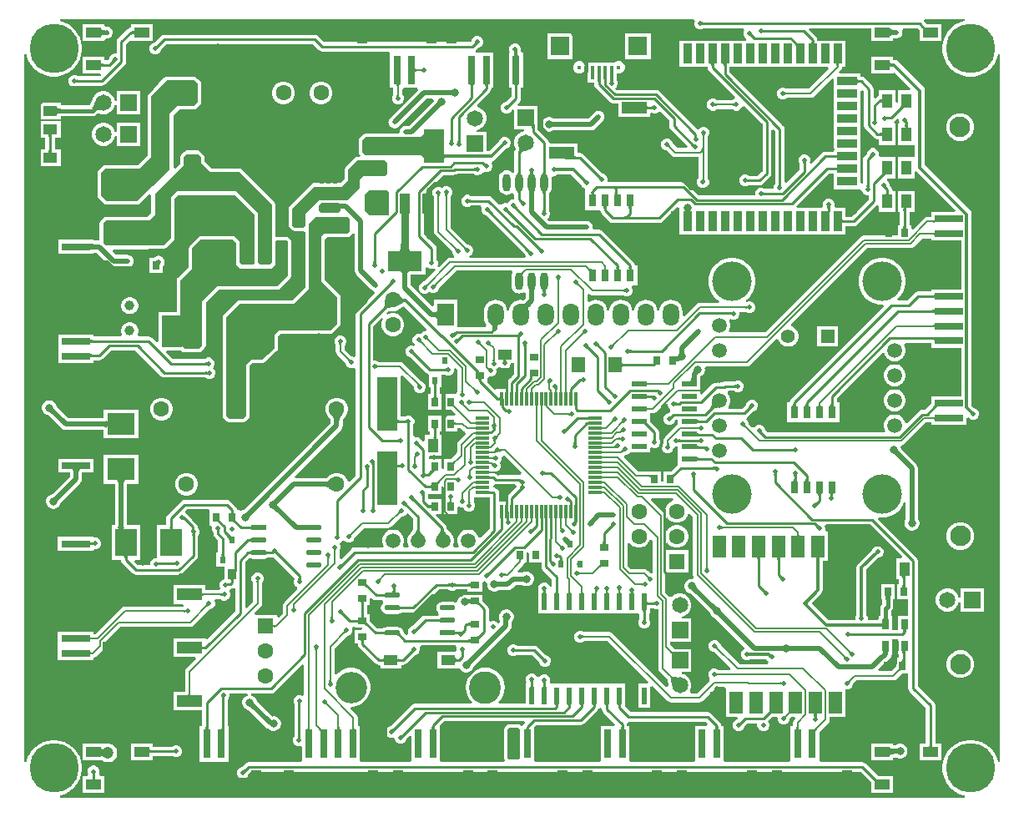
<source format=gtl>
G04*
G04 #@! TF.GenerationSoftware,Altium Limited,Altium Designer,21.2.2 (38)*
G04*
G04 Layer_Physical_Order=1*
G04 Layer_Color=255*
%FSTAX24Y24*%
%MOIN*%
G70*
G04*
G04 #@! TF.SameCoordinates,D9C69337-02A0-443D-9D67-ED1C811D3BAA*
G04*
G04*
G04 #@! TF.FilePolarity,Positive*
G04*
G01*
G75*
%ADD11C,0.0079*%
%ADD12C,0.0157*%
%ADD13C,0.0197*%
%ADD15C,0.0315*%
%ADD20C,0.0118*%
%ADD22R,0.0256X0.0335*%
%ADD23R,0.0787X0.1260*%
%ADD24R,0.1142X0.0276*%
%ADD25R,0.0787X0.0433*%
%ADD26R,0.0571X0.0394*%
%ADD27R,0.0591X0.0394*%
%ADD28R,0.0748X0.0748*%
%ADD29R,0.0138X0.0531*%
%ADD30R,0.0236X0.0276*%
%ADD31R,0.1969X0.1969*%
%ADD32R,0.0354X0.0787*%
%ADD33R,0.0787X0.0354*%
%ADD34R,0.0984X0.0472*%
%ADD35R,0.0299X0.0500*%
%ADD36O,0.0315X0.0709*%
%ADD37R,0.0433X0.0787*%
%ADD38R,0.0276X0.1142*%
%ADD41R,0.1335X0.0772*%
%ADD42R,0.0787X0.2165*%
%ADD43R,0.1378X0.0787*%
%ADD44R,0.0394X0.0787*%
%ADD45R,0.0787X0.0394*%
%ADD46R,0.0787X0.1378*%
%ADD47R,0.1102X0.0866*%
%ADD48R,0.0866X0.1102*%
%ADD49R,0.0374X0.0394*%
%ADD50O,0.0630X0.0217*%
%ADD51R,0.0630X0.0217*%
%ADD52R,0.0335X0.0256*%
%ADD53R,0.0394X0.0571*%
%ADD54R,0.0531X0.0118*%
%ADD55R,0.0118X0.0531*%
%ADD56R,0.0539X0.0638*%
%ADD57R,0.0600X0.0210*%
%ADD58R,0.0210X0.0670*%
%ADD59R,0.0551X0.0866*%
%ADD60R,0.0256X0.0417*%
%ADD61R,0.0394X0.1024*%
%ADD62R,0.1299X0.0787*%
%ADD122R,0.3280X0.2752*%
%ADD123R,0.0421X0.0850*%
%ADD124C,0.0098*%
%ADD125C,0.0315*%
%ADD126R,0.0551X0.0551*%
%ADD127C,0.0551*%
%ADD128R,0.0650X0.0650*%
%ADD129C,0.0650*%
%ADD130R,0.0650X0.0650*%
%ADD131C,0.0157*%
%ADD132C,0.1575*%
%ADD133C,0.0591*%
%ADD134O,0.0650X0.0900*%
%ADD135R,0.0650X0.0900*%
%ADD136C,0.0394*%
%ADD137C,0.0630*%
%ADD138O,0.1260X0.1299*%
%ADD139C,0.1260*%
%ADD140R,0.0630X0.0630*%
%ADD141C,0.0827*%
%ADD142C,0.0197*%
%ADD143C,0.1969*%
%ADD144C,0.0472*%
%ADD145C,0.0236*%
G36*
X03727Y041183D02*
X037275Y041179D01*
X03728Y041176D01*
X037287Y041174D01*
X037294Y041172D01*
X037301Y04117D01*
X03731Y041169D01*
X037319Y041168D01*
X03734Y041167D01*
Y041068D01*
X037329Y041068D01*
X03731Y041067D01*
X037301Y041065D01*
X037294Y041063D01*
X037287Y041061D01*
X03728Y041059D01*
X037275Y041056D01*
X03727Y041052D01*
X037266Y041049D01*
Y041187D01*
X03727Y041183D01*
D02*
G37*
G36*
X046124Y041013D02*
X04616Y040983D01*
X046176Y040972D01*
X046191Y040963D01*
X046204Y040958D01*
X046216Y040955D01*
X046226D01*
X046235Y040958D01*
X046243Y040963D01*
X046104Y040824D01*
X046109Y040832D01*
X046112Y040841D01*
Y040851D01*
X046109Y040863D01*
X046104Y040876D01*
X046095Y040891D01*
X046084Y040907D01*
X04607Y040924D01*
X046034Y040963D01*
X046104Y041033D01*
X046124Y041013D01*
D02*
G37*
G36*
X039704Y040877D02*
X039709Y040874D01*
X039714Y040871D01*
X039721Y040868D01*
X039728Y040866D01*
X039735Y040864D01*
X039744Y040863D01*
X039753Y040862D01*
X039773Y040861D01*
Y040763D01*
X039763Y040763D01*
X039744Y040761D01*
X039735Y04076D01*
X039728Y040758D01*
X039721Y040756D01*
X039714Y040753D01*
X039709Y04075D01*
X039704Y040747D01*
X039699Y040743D01*
Y040881D01*
X039704Y040877D01*
D02*
G37*
G36*
X039257Y040718D02*
X039258Y040712D01*
X03926Y040706D01*
X039262Y040699D01*
X039266Y040693D01*
X03927Y040686D01*
X039275Y040679D01*
X039281Y040672D01*
X039295Y040657D01*
X039225Y040587D01*
X039217Y040595D01*
X039203Y040607D01*
X039196Y040612D01*
X039189Y040616D01*
X039183Y04062D01*
X039176Y040622D01*
X03917Y040624D01*
X039164Y040626D01*
X039159Y040626D01*
X039256Y040723D01*
X039257Y040718D01*
D02*
G37*
G36*
X044765Y040945D02*
X04477Y040928D01*
X04478Y040914D01*
X044794Y040901D01*
X044812Y04089D01*
X044833Y040882D01*
X044859Y040875D01*
X044889Y04087D01*
X044922Y040867D01*
X044959Y040866D01*
Y040669D01*
X044922Y040668D01*
X044889Y040665D01*
X044859Y040661D01*
X044833Y040654D01*
X044812Y040645D01*
X044794Y040634D01*
X04478Y040622D01*
X04477Y040607D01*
X044765Y040591D01*
X044763Y040572D01*
Y040963D01*
X044765Y040945D01*
D02*
G37*
G36*
X047755Y041217D02*
X047729Y041213D01*
X047561Y041158D01*
X047404Y041078D01*
X047261Y040974D01*
X047136Y040849D01*
X047032Y040706D01*
X046952Y040549D01*
X046898Y040381D01*
X04687Y040206D01*
Y04003D01*
X046898Y039855D01*
X046952Y039687D01*
X047032Y03953D01*
X047136Y039387D01*
X047261Y039262D01*
X047404Y039158D01*
X047561Y039078D01*
X047729Y039024D01*
X047904Y038996D01*
X04808D01*
X048255Y039024D01*
X048423Y039078D01*
X04858Y039158D01*
X048723Y039262D01*
X048848Y039387D01*
X048952Y03953D01*
X049032Y039687D01*
X049087Y039855D01*
X049091Y039881D01*
X049169Y039875D01*
X049169Y011621D01*
X049091Y011615D01*
X049087Y011641D01*
X049032Y011809D01*
X048952Y011966D01*
X048848Y012109D01*
X048723Y012234D01*
X04858Y012338D01*
X048423Y012418D01*
X048255Y012472D01*
X04808Y0125D01*
X047904D01*
X047729Y012472D01*
X047561Y012418D01*
X047404Y012338D01*
X047261Y012234D01*
X047136Y012109D01*
X047032Y011966D01*
X046952Y011809D01*
X046898Y011641D01*
X04687Y011466D01*
Y01129D01*
X046898Y011115D01*
X046952Y010947D01*
X047032Y01079D01*
X047136Y010647D01*
X047261Y010522D01*
X047404Y010418D01*
X047561Y010338D01*
X047729Y010284D01*
X047755Y010279D01*
X047749Y010201D01*
X011621D01*
X011615Y010279D01*
X011641Y010284D01*
X011809Y010338D01*
X011966Y010418D01*
X012109Y010522D01*
X012234Y010647D01*
X012338Y01079D01*
X012418Y010947D01*
X012472Y011115D01*
X0125Y01129D01*
Y011466D01*
X012472Y011641D01*
X012418Y011809D01*
X012338Y011966D01*
X012234Y012109D01*
X012109Y012234D01*
X011966Y012338D01*
X011809Y012418D01*
X011641Y012472D01*
X011466Y0125D01*
X01129D01*
X011115Y012472D01*
X010947Y012418D01*
X01079Y012338D01*
X010647Y012234D01*
X010522Y012109D01*
X010418Y011966D01*
X010338Y011809D01*
X010284Y011641D01*
X010279Y011615D01*
X010201Y011621D01*
X010201Y039875D01*
X010279Y039881D01*
X010284Y039855D01*
X010338Y039687D01*
X010418Y03953D01*
X010522Y039387D01*
X010647Y039262D01*
X01079Y039158D01*
X010947Y039078D01*
X011115Y039024D01*
X01129Y038996D01*
X011466D01*
X011641Y039024D01*
X011809Y039078D01*
X011966Y039158D01*
X012109Y039262D01*
X012234Y039387D01*
X012338Y03953D01*
X012418Y039687D01*
X012472Y039855D01*
X0125Y04003D01*
Y040206D01*
X012472Y040381D01*
X012418Y040549D01*
X012338Y040706D01*
X012234Y040849D01*
X012109Y040974D01*
X011966Y041078D01*
X011809Y041158D01*
X011641Y041213D01*
X011615Y041217D01*
X011621Y041295D01*
X036936D01*
X036981Y041217D01*
X036959Y041165D01*
Y041071D01*
X036995Y040984D01*
X037061Y040917D01*
X037148Y040881D01*
X037242D01*
X037329Y040917D01*
X037339Y040927D01*
X038915D01*
X038937Y040891D01*
X038954Y040848D01*
X038922Y040771D01*
Y040677D01*
X038958Y04059D01*
X039024Y040524D01*
X039039Y040518D01*
X039024Y040439D01*
X036362D01*
Y039376D01*
X037486D01*
Y039366D01*
X037501Y039293D01*
X037542Y039231D01*
X038588Y038186D01*
X038589Y038176D01*
X038565Y038098D01*
X038508Y038074D01*
X038488Y038055D01*
X03785D01*
X037831Y038074D01*
X037744Y03811D01*
X03765D01*
X037563Y038074D01*
X037497Y038008D01*
X037461Y037921D01*
Y037827D01*
X037497Y03774D01*
X037563Y037674D01*
X03765Y037638D01*
X037744D01*
X037831Y037674D01*
X03785Y037693D01*
X038488D01*
X038508Y037674D01*
X038595Y037638D01*
X038689D01*
X038776Y037674D01*
X038842Y03774D01*
X038868Y037804D01*
X038951Y037833D01*
X039658Y037126D01*
Y035209D01*
X039484Y035036D01*
X039132D01*
X039122Y035045D01*
X039036Y035081D01*
X038942D01*
X038855Y035045D01*
X038788Y034979D01*
X038752Y034892D01*
Y034798D01*
X038788Y034711D01*
X038855Y034645D01*
X038942Y034609D01*
X039036D01*
X039122Y034645D01*
X039132Y034654D01*
X039563D01*
X039636Y034669D01*
X039698Y03471D01*
X039983Y034995D01*
X040025Y035057D01*
X040039Y03513D01*
Y036864D01*
X040112Y036894D01*
X040183Y036823D01*
Y034711D01*
X040174Y034701D01*
X040138Y034615D01*
Y034521D01*
X040131Y034511D01*
X039757D01*
X039748Y03452D01*
X039661Y034556D01*
X039567D01*
X03948Y03452D01*
X039414Y034454D01*
X039378Y034367D01*
Y034273D01*
X039371Y034263D01*
X037124D01*
X036923Y034464D01*
X036918Y034468D01*
X036665Y034721D01*
X036603Y034762D01*
X03653Y034777D01*
X033535D01*
X033501Y034828D01*
Y034922D01*
X033465Y035009D01*
X033399Y035075D01*
X033312Y035111D01*
X033299D01*
X032517Y035893D01*
X032455Y035934D01*
X032382Y035949D01*
X032283D01*
Y036319D01*
X031221D01*
X031153Y036349D01*
X031139Y036421D01*
X031097Y036483D01*
X031097Y036483D01*
X030702Y036878D01*
Y037087D01*
X030699Y037105D01*
Y037825D01*
X02992D01*
X02989Y037898D01*
X029977Y037985D01*
X030019Y038047D01*
X030033Y03812D01*
X030033Y03812D01*
Y038543D01*
X030118D01*
Y039961D01*
X030077D01*
X030041Y040028D01*
Y040122D01*
X030005Y040209D01*
X029939Y040275D01*
X029852Y040311D01*
X029758D01*
X029671Y040275D01*
X029605Y040209D01*
X029569Y040122D01*
Y040028D01*
X029585Y039988D01*
X029567Y039961D01*
X029567D01*
Y038543D01*
X029652D01*
Y038199D01*
X029435Y037982D01*
X029422D01*
X029335Y037946D01*
X029268Y03788D01*
X029232Y037793D01*
Y037699D01*
X029268Y037612D01*
X029335Y037546D01*
X029422Y03751D01*
X029515D01*
X029602Y037546D01*
X029669Y037612D01*
X029695Y037675D01*
X029774Y03766D01*
Y0369D01*
X03015D01*
X030161Y036821D01*
X030058Y036793D01*
X029952Y036732D01*
X029866Y036646D01*
X029805Y036541D01*
X029774Y036423D01*
Y036301D01*
X029805Y036184D01*
X029813Y036169D01*
X029814Y036167D01*
X029823Y036145D01*
X029828Y036131D01*
X029831Y03612D01*
X029832Y036112D01*
X029832Y036108D01*
X029831Y036106D01*
X029831Y036106D01*
X029828Y036103D01*
X029825Y036098D01*
X029822Y036095D01*
X029818Y036088D01*
X029786Y036041D01*
X029772Y035968D01*
Y035187D01*
X029752Y035171D01*
X029752Y035171D01*
X029673D01*
X029673Y035171D01*
X029612Y035219D01*
X02954Y035248D01*
X029463Y035258D01*
X029386Y035248D01*
X029314Y035219D01*
X029252Y035171D01*
X029205Y03511D01*
X029175Y035038D01*
X029165Y034961D01*
Y034567D01*
X029175Y03449D01*
X029205Y034418D01*
X029252Y034356D01*
X029314Y034309D01*
X029386Y034279D01*
X029463Y034269D01*
X02954Y034279D01*
X029612Y034309D01*
X029673Y034356D01*
X029738Y034319D01*
X029772Y034286D01*
Y034153D01*
X029767Y034092D01*
X029695Y03408D01*
X029673D01*
X029586Y034045D01*
X029519Y033978D01*
X0295Y033931D01*
X029471Y033943D01*
X029377D01*
X029291Y033907D01*
X029271Y033887D01*
X029164Y033886D01*
X028878Y034172D01*
X028816Y034214D01*
X028743Y034228D01*
X028029D01*
X028019Y034238D01*
X027932Y034274D01*
X027838D01*
X027752Y034238D01*
X027685Y034171D01*
X027649Y034084D01*
Y03399D01*
X027685Y033904D01*
X027752Y033837D01*
X027838Y033801D01*
X027932D01*
X028019Y033837D01*
X028029Y033847D01*
X028419D01*
X028472Y033768D01*
X028458Y033735D01*
Y033641D01*
X028494Y033554D01*
X028561Y033488D01*
X028648Y033452D01*
X028653D01*
X030203Y031902D01*
Y03188D01*
X030222Y031834D01*
X030174Y031755D01*
X027981D01*
X027965Y031834D01*
X028015Y031855D01*
X028081Y031921D01*
X028117Y032008D01*
Y032102D01*
X028081Y032189D01*
X028015Y032255D01*
X027928Y032291D01*
X0279D01*
X02723Y032961D01*
Y034226D01*
X02725Y034245D01*
X027286Y034332D01*
Y034426D01*
X02725Y034513D01*
X027184Y034579D01*
X027097Y034615D01*
X027003D01*
X026916Y034579D01*
X026889Y034552D01*
X026872Y034568D01*
X026785Y034604D01*
X026691D01*
X026605Y034568D01*
X026538Y034502D01*
X026502Y034415D01*
Y034321D01*
X026538Y034234D01*
X026558Y034215D01*
Y032805D01*
X026572Y032736D01*
X026611Y032677D01*
X027285Y032003D01*
Y031975D01*
X027321Y031888D01*
X027375Y031834D01*
X027362Y031776D01*
X027351Y031755D01*
X027183D01*
X027114Y031742D01*
X027056Y031703D01*
X026754Y031401D01*
X026688Y031446D01*
X026712Y031505D01*
Y031599D01*
X026676Y031686D01*
X026667Y031695D01*
Y032132D01*
X026667Y032132D01*
X026652Y032205D01*
X026611Y032267D01*
X026165Y032713D01*
Y034305D01*
X026247Y034387D01*
X026248Y034392D01*
X02625Y034409D01*
X02625Y034428D01*
X026288D01*
X026916Y035055D01*
X027344D01*
X027417Y03507D01*
X027479Y035111D01*
X02748Y035112D01*
X028159D01*
X028168Y035103D01*
X028255Y035067D01*
X028349D01*
X028436Y035103D01*
X028491Y035158D01*
X028502Y035169D01*
X028597Y035193D01*
X028611Y035187D01*
X028705D01*
X028792Y035223D01*
X028859Y035289D01*
X028895Y035376D01*
Y03547D01*
X028866Y035539D01*
X028886Y035603D01*
X028901Y035627D01*
X028925Y035631D01*
X02899Y035675D01*
X029438Y036123D01*
X029524Y036158D01*
X02959Y036224D01*
X029626Y036311D01*
Y036405D01*
X02959Y036492D01*
X029524Y036559D01*
X029437Y036594D01*
X029343D01*
X029256Y036559D01*
X02919Y036492D01*
X029154Y036406D01*
X028765Y036018D01*
X028652D01*
Y036793D01*
X028275D01*
X028265Y036872D01*
X028368Y0369D01*
X028473Y036961D01*
X028559Y037047D01*
X02862Y037152D01*
X028652Y03727D01*
Y037392D01*
X02862Y037509D01*
X028559Y037615D01*
X028473Y037701D01*
X028368Y037762D01*
X028305Y037779D01*
X028282Y037866D01*
X028796Y038381D01*
X028838Y038443D01*
X028852Y038516D01*
Y038543D01*
X028937D01*
Y039961D01*
X028386D01*
Y039961D01*
X028346D01*
Y039961D01*
X028237D01*
X028213Y040039D01*
X028232Y040052D01*
X028321Y040141D01*
X028334D01*
X028421Y040176D01*
X028488Y040243D01*
X028524Y04033D01*
Y040424D01*
X028488Y040511D01*
X028421Y040577D01*
X028334Y040613D01*
X02824D01*
X028154Y040577D01*
X028087Y040511D01*
X028051Y040424D01*
Y04041D01*
X028019Y040378D01*
X022167D01*
X021935Y04061D01*
X021873Y040651D01*
X0218Y040666D01*
X01579D01*
X015717Y040651D01*
X015655Y04061D01*
X0154Y040354D01*
X015386D01*
X015299Y040318D01*
X015233Y040252D01*
X015197Y040165D01*
Y040071D01*
X015233Y039984D01*
X015299Y039918D01*
X015386Y039882D01*
X01548D01*
X015567Y039918D01*
X015633Y039984D01*
X015669Y040071D01*
Y040085D01*
X015869Y040284D01*
X021721D01*
X021953Y040052D01*
X022015Y040011D01*
X022088Y039996D01*
X024739D01*
X024803Y039961D01*
X024803Y039918D01*
Y038543D01*
X024937D01*
Y038283D01*
X024918Y038264D01*
X024882Y038177D01*
Y038083D01*
X024918Y037996D01*
X024984Y03793D01*
X025071Y037894D01*
X025165D01*
X025252Y03793D01*
X025318Y037996D01*
X025354Y038083D01*
Y038177D01*
X025318Y038264D01*
X025299Y038283D01*
Y038488D01*
X025354Y038543D01*
X025433Y038543D01*
X025896D01*
X025929Y038465D01*
X02481Y037345D01*
X024797Y037326D01*
X02478Y037309D01*
X024771Y037287D01*
X024758Y037267D01*
X024753Y037244D01*
X024744Y037222D01*
Y037198D01*
X024739Y037175D01*
X024744Y037152D01*
Y037128D01*
X024753Y037106D01*
X024758Y037083D01*
X024771Y037063D01*
X02478Y037041D01*
X024797Y037025D01*
X02481Y037005D01*
X02483Y036992D01*
X024846Y036975D01*
X024868Y036966D01*
X024888Y036953D01*
X024911Y036948D01*
X024933Y036939D01*
X024957D01*
X02498Y036934D01*
X025004Y036939D01*
X025027D01*
X025049Y036948D01*
X025072Y036953D01*
X025092Y036966D01*
X025114Y036975D01*
X025131Y036992D01*
X025151Y037005D01*
X026271Y038125D01*
X0265D01*
X02656Y038047D01*
X026558Y038039D01*
X026556Y038037D01*
X02555Y03703D01*
X025429D01*
X025406Y037026D01*
X025382D01*
X02536Y037017D01*
X025337Y037012D01*
X025317Y036999D01*
X025295Y03699D01*
X025279Y036973D01*
X025259Y03696D01*
X025246Y03694D01*
X025229Y036923D01*
X02522Y036901D01*
X025207Y036882D01*
X025202Y036858D01*
X025193Y036837D01*
Y036813D01*
X025188Y03679D01*
X025146Y036725D01*
X02512Y036715D01*
X023819Y036715D01*
X023765Y036705D01*
X02372Y036674D01*
X023601Y036556D01*
X023571Y03651D01*
X02356Y036457D01*
X02356Y035984D01*
X023571Y03593D01*
X023601Y035885D01*
X023623Y035863D01*
X023593Y03579D01*
X023494D01*
X023492Y03579D01*
X02349Y03579D01*
X023465Y035784D01*
X02344Y035779D01*
X023438Y035778D01*
X023436Y035778D01*
X023416Y035763D01*
X023395Y035749D01*
X023393Y035747D01*
X023392Y035746D01*
X023027Y035357D01*
X023014Y035336D01*
X023Y035315D01*
X023Y035313D01*
X022998Y035311D01*
X022994Y035286D01*
X022989Y035261D01*
X022989Y034901D01*
X022836Y034747D01*
X021752Y034747D01*
X021698Y034736D01*
X021653Y034706D01*
X020786Y033839D01*
X020756Y033794D01*
X020748Y033754D01*
X020748Y033057D01*
X020754Y033025D01*
X020938Y032841D01*
X020984Y032832D01*
X021319D01*
X021336Y032835D01*
X021415Y032783D01*
Y032719D01*
X021417Y032717D01*
Y032421D01*
Y030965D01*
X021415D01*
Y03059D01*
X020887Y030062D01*
X019705Y030062D01*
X018799D01*
X018745Y030051D01*
X0187Y030021D01*
X018168Y029489D01*
X018138Y029444D01*
X018127Y02939D01*
X018127Y028307D01*
Y026339D01*
Y025453D01*
X018138Y025399D01*
X018168Y025353D01*
X018306Y025216D01*
X018352Y025185D01*
X018406Y025174D01*
X018917D01*
X018971Y025185D01*
X019017Y025216D01*
X019154Y025353D01*
X019185Y025399D01*
X019196Y025453D01*
Y026339D01*
Y027442D01*
X01931Y027556D01*
X019697Y027556D01*
X01972Y027561D01*
X019743Y027564D01*
X019747Y027566D01*
X019751Y027567D01*
X019771Y02758D01*
X019791Y027592D01*
X020271Y028018D01*
X020273Y028022D01*
X020277Y028024D01*
X020289Y028043D01*
X020304Y028062D01*
X020305Y028066D01*
X020307Y02807D01*
X020312Y028093D01*
X020317Y028115D01*
X020317Y028119D01*
X020318Y028123D01*
X020318Y02844D01*
Y028603D01*
X020432Y028718D01*
X022039D01*
Y02873D01*
X022043Y028727D01*
X022048Y028723D01*
X022054Y02872D01*
X02206Y028718D01*
X022441D01*
X022495Y028728D01*
X02254Y028759D01*
X022796Y029015D01*
X022827Y02906D01*
X022829Y029073D01*
X022816Y029086D01*
X022823Y029094D01*
X022836Y029109D01*
X022836Y02911D01*
X022837Y029114D01*
Y030177D01*
X022827Y030231D01*
X022796Y030276D01*
X022207Y030865D01*
X022207Y030984D01*
X022205D01*
Y032421D01*
X022207Y032424D01*
Y032504D01*
X022279Y032576D01*
X02311Y032576D01*
X023164Y032587D01*
X02321Y032617D01*
X023308Y032716D01*
X023324Y032739D01*
X023403Y032715D01*
Y031258D01*
X023421Y031166D01*
X023473Y031088D01*
X024073Y030488D01*
X024093Y030475D01*
X02411Y030458D01*
X024132Y030449D01*
X024151Y030436D01*
X024154Y030435D01*
X024177Y030388D01*
X02418Y030349D01*
X023499Y029668D01*
X023457Y029606D01*
X023443Y029533D01*
Y027821D01*
X023364Y027786D01*
X023295Y027815D01*
X023267D01*
X022996Y028087D01*
Y028272D01*
X023015Y028291D01*
X023051Y028378D01*
Y028472D01*
X023015Y028559D01*
X022949Y028625D01*
X022862Y028661D01*
X022768D01*
X022681Y028625D01*
X022615Y028559D01*
X022579Y028472D01*
Y028378D01*
X022615Y028291D01*
X022634Y028272D01*
Y028012D01*
X022648Y027943D01*
X022687Y027884D01*
X023012Y027559D01*
Y027532D01*
X023048Y027445D01*
X023114Y027378D01*
X023201Y027343D01*
X023295D01*
X023364Y027371D01*
X023443Y027337D01*
Y023057D01*
X023198Y022812D01*
X02311Y022836D01*
X023095Y022891D01*
X023036Y022995D01*
X022951Y023079D01*
X022848Y023138D01*
X022733Y023169D01*
X022614D01*
X022498Y023138D01*
X022395Y023079D01*
X022361Y023045D01*
X022351Y023038D01*
X02233Y023018D01*
X022313Y023004D01*
X022296Y022991D01*
X02228Y022981D01*
X022264Y022973D01*
X022248Y022967D01*
X022233Y022962D01*
X022217Y022958D01*
X02221Y022957D01*
X021033D01*
X021001Y023036D01*
X022844Y024879D01*
X022896Y024957D01*
X022914Y025049D01*
Y025253D01*
X022915Y025261D01*
X022918Y025276D01*
X022923Y025291D01*
X02293Y025307D01*
X022938Y025323D01*
X022948Y025339D01*
X02296Y025356D01*
X022975Y025373D01*
X022995Y025394D01*
X023002Y025405D01*
X023036Y025439D01*
X023095Y025542D01*
X023126Y025657D01*
Y025776D01*
X023095Y025891D01*
X023036Y025995D01*
X022951Y026079D01*
X022848Y026138D01*
X022733Y026169D01*
X022614D01*
X022498Y026138D01*
X022395Y026079D01*
X022311Y025995D01*
X022251Y025891D01*
X02222Y025776D01*
Y025657D01*
X022251Y025542D01*
X022311Y025439D01*
X022345Y025405D01*
X022351Y025394D01*
X022371Y025373D01*
X022386Y025356D01*
X022398Y025339D01*
X022409Y025323D01*
X022417Y025307D01*
X022423Y025291D01*
X022428Y025276D01*
X022431Y025261D01*
X022432Y025253D01*
Y025149D01*
X018982Y021699D01*
X018916Y021681D01*
X018848Y021642D01*
X01877Y021675D01*
Y021683D01*
X018695Y021693D01*
X01868Y021766D01*
X018639Y021828D01*
X018639Y021828D01*
X018428Y022039D01*
X018366Y02208D01*
X018293Y022095D01*
X016596D01*
X016523Y02208D01*
X016461Y022039D01*
X015928Y021506D01*
X015887Y021444D01*
X015872Y021371D01*
Y021083D01*
X015492D01*
Y019772D01*
X015408D01*
X015321Y019736D01*
X015255Y01967D01*
X015219Y019583D01*
Y019489D01*
X015212Y019479D01*
X014738D01*
X014585Y019632D01*
X014615Y019705D01*
X014823D01*
Y021083D01*
X014298D01*
X014297Y021087D01*
X014296Y021098D01*
Y022721D01*
X014297Y022732D01*
X014298Y022736D01*
X014744D01*
Y023878D01*
X013366D01*
Y022736D01*
X013813D01*
X013813Y022732D01*
X013814Y022721D01*
Y021098D01*
X013813Y021087D01*
X013813Y021083D01*
X013681D01*
Y019705D01*
X014061D01*
Y019695D01*
X014076Y019622D01*
X014117Y01956D01*
X014524Y019153D01*
X014586Y019112D01*
X014659Y019097D01*
X016371D01*
X016444Y019112D01*
X016505Y019153D01*
X017084Y019732D01*
X017125Y019793D01*
X017139Y019866D01*
Y020664D01*
X017149Y020673D01*
X017185Y02076D01*
Y020854D01*
X017149Y020941D01*
X017121Y020969D01*
Y021023D01*
X017121Y021023D01*
X017106Y021096D01*
X017065Y021158D01*
X017065Y021158D01*
X0167Y021523D01*
X016698Y021526D01*
X016638Y021586D01*
X016634Y021652D01*
X016693Y021713D01*
X017542D01*
X017608Y021683D01*
Y021073D01*
X017646D01*
X01769Y021007D01*
X017682Y020989D01*
Y020895D01*
X017718Y020808D01*
X017746Y020779D01*
Y020728D01*
X017761Y020655D01*
X017802Y020594D01*
X01792Y020476D01*
Y01998D01*
X017854D01*
Y019429D01*
X018179D01*
Y018936D01*
X018095Y018901D01*
X018028Y018835D01*
X017992Y018748D01*
Y018654D01*
X018028Y018567D01*
X018029Y018566D01*
X017996Y018488D01*
X017421D01*
Y018681D01*
X016161D01*
Y017933D01*
X016518D01*
X016552Y017854D01*
X016526Y017827D01*
X014213D01*
X014144Y017813D01*
X014085Y017774D01*
X013048Y016736D01*
X012953D01*
Y016831D01*
X011535D01*
Y01628D01*
X011535D01*
Y01624D01*
X011535D01*
Y015689D01*
X012953D01*
Y015788D01*
X013002Y015798D01*
X013061Y015837D01*
X013356Y016132D01*
X013395Y016191D01*
X013409Y01626D01*
Y016391D01*
X014031Y017014D01*
X016823D01*
X016892Y017028D01*
X01695Y017067D01*
X017593Y017709D01*
X017621D01*
X017707Y017745D01*
X017774Y017812D01*
X01781Y017898D01*
Y017992D01*
X017787Y018048D01*
X017829Y018126D01*
X018036D01*
X018055Y018107D01*
X018142Y018071D01*
X018236D01*
X018323Y018107D01*
X018389Y018173D01*
X018425Y01826D01*
Y018354D01*
X018389Y018441D01*
X018389Y018442D01*
X018378Y018464D01*
X018417Y018529D01*
X018434D01*
X018507Y018543D01*
X018549Y018572D01*
X018628Y018542D01*
Y017648D01*
X017494Y016514D01*
X017421Y016544D01*
Y016555D01*
X016161D01*
Y015807D01*
X017018D01*
X017048Y015734D01*
X016664Y015349D01*
X016624Y015291D01*
X016611Y015222D01*
Y014429D01*
X016161D01*
Y013681D01*
X017294D01*
Y013051D01*
X017209D01*
Y011634D01*
X01776D01*
Y011634D01*
X017799D01*
Y011634D01*
X01835D01*
Y012905D01*
X018352Y012913D01*
X01835Y01292D01*
Y013051D01*
X018321D01*
Y014139D01*
X01835Y014168D01*
X018386Y014255D01*
Y014349D01*
X018392Y014359D01*
X019109D01*
X019119Y01428D01*
X019077Y014268D01*
X01901Y01423D01*
X018955Y014175D01*
X018916Y014107D01*
X018896Y014032D01*
Y013954D01*
X018916Y013879D01*
X018955Y013812D01*
X01901Y013757D01*
X019077Y013718D01*
X019143Y0137D01*
X019145Y013699D01*
X01984Y013004D01*
X019918Y012951D01*
X019944Y012946D01*
X019976Y012915D01*
X020043Y012876D01*
X020118Y012856D01*
X020196D01*
X020271Y012876D01*
X020338Y012915D01*
X020393Y01297D01*
X020432Y013037D01*
X020452Y013112D01*
Y01319D01*
X020432Y013265D01*
X020393Y013333D01*
X020338Y013388D01*
X020271Y013427D01*
X020196Y013447D01*
X020118D01*
X020087Y013438D01*
X019484Y014041D01*
X019466Y014107D01*
X019427Y014175D01*
X019372Y01423D01*
X019305Y014268D01*
X019262Y01428D01*
X019273Y014359D01*
X020047D01*
X02012Y014373D01*
X020182Y014414D01*
X021302Y015534D01*
X021374Y015504D01*
Y014299D01*
X021296Y014263D01*
X021228Y014291D01*
X021134D01*
X021047Y014255D01*
X020981Y014189D01*
X020945Y014102D01*
Y014008D01*
X020981Y013922D01*
Y012653D01*
X020961Y012634D01*
X020925Y012547D01*
Y012453D01*
X020961Y012366D01*
X021028Y0123D01*
X021114Y012264D01*
X021208D01*
X021218Y012268D01*
X021283Y012224D01*
Y011697D01*
X021283Y01165D01*
X021218Y011618D01*
X019163D01*
X01909Y011603D01*
X019029Y011562D01*
X018904Y011437D01*
X01889D01*
X018803Y011401D01*
X018737Y011335D01*
X018701Y011248D01*
Y011154D01*
X018737Y011067D01*
X018803Y011001D01*
X01889Y010965D01*
X018984D01*
X019071Y011001D01*
X019137Y011067D01*
X019173Y011154D01*
Y011167D01*
X019242Y011236D01*
X043592D01*
X044021Y010807D01*
X044035Y010793D01*
X044035Y010792D01*
X044034Y010785D01*
X044035Y010777D01*
Y010394D01*
X044902D01*
Y011063D01*
X044321D01*
X044314Y011064D01*
X044307Y011063D01*
X044294Y011074D01*
X043806Y011562D01*
X043744Y011603D01*
X043671Y011618D01*
X042013D01*
X041949Y011654D01*
X041949Y011697D01*
Y012815D01*
X04195Y012817D01*
X042314Y013181D01*
X042353Y013239D01*
X042367Y013308D01*
Y013428D01*
X042993D01*
Y014507D01*
X043024Y014528D01*
X043118D01*
X043205Y014564D01*
X043271Y01463D01*
X043307Y014717D01*
Y014745D01*
X043447Y014885D01*
X044908D01*
X044977Y014899D01*
X045036Y014938D01*
X045262Y015164D01*
X045266Y015167D01*
X045508D01*
Y014573D01*
X045523Y0145D01*
X045564Y014439D01*
X046207Y013796D01*
Y012362D01*
X045965D01*
Y011693D01*
X046831D01*
Y012362D01*
X046588D01*
Y013875D01*
X046574Y013948D01*
X046532Y014009D01*
X045889Y014652D01*
Y019669D01*
X045875Y019742D01*
X045834Y019804D01*
X045834Y019804D01*
X044306Y021331D01*
X044343Y021401D01*
X04437Y021396D01*
X044552D01*
X044731Y021431D01*
X044899Y021501D01*
X04505Y021602D01*
X045179Y021731D01*
X045281Y021883D01*
X04533Y022002D01*
X045409Y021986D01*
Y021335D01*
X045374Y021275D01*
X045354Y0212D01*
Y021123D01*
X045374Y021047D01*
X045413Y02098D01*
X045468Y020925D01*
X045536Y020886D01*
X045611Y020866D01*
X045688D01*
X045764Y020886D01*
X045831Y020925D01*
X045886Y02098D01*
X045925Y021047D01*
X045945Y021123D01*
Y0212D01*
X045925Y021275D01*
X045891Y021335D01*
X04589Y021337D01*
Y023346D01*
X045872Y023439D01*
X04582Y023517D01*
X045214Y024123D01*
X045196Y024189D01*
X045196Y024189D01*
X045205Y024222D01*
X045239Y024272D01*
X045287Y024282D01*
X045346Y024321D01*
X046199Y025174D01*
X046417D01*
Y025079D01*
X047835D01*
Y025342D01*
X047913Y025375D01*
X047957Y025331D01*
X048044Y025295D01*
X048138D01*
X048224Y025331D01*
X048291Y025398D01*
X048327Y025485D01*
Y025578D01*
X048291Y025665D01*
X048224Y025732D01*
X048139Y025767D01*
X048035Y025871D01*
Y033502D01*
X04802Y033579D01*
X047977Y033644D01*
X046173Y035447D01*
Y038437D01*
X046158Y038514D01*
X046114Y038579D01*
X045083Y03961D01*
X045018Y039654D01*
X044941Y039669D01*
X044902D01*
Y039803D01*
X044035D01*
Y039134D01*
X044902D01*
Y039134D01*
X044965Y03916D01*
X045598Y038527D01*
X045568Y038455D01*
X045079D01*
Y03796D01*
X045079Y03796D01*
X045Y037994D01*
Y038455D01*
X044331D01*
Y038216D01*
X044288Y038208D01*
X044227Y038166D01*
X044189Y038129D01*
X044116Y038159D01*
Y038498D01*
X044116Y038498D01*
X044102Y038571D01*
X04406Y038632D01*
X043747Y038946D01*
X043685Y038987D01*
X043612Y039002D01*
X043602D01*
Y039126D01*
X042766D01*
X042736Y039199D01*
X042805Y039268D01*
X042844Y039327D01*
X042854Y039376D01*
X042992D01*
Y040439D01*
X041868D01*
Y040449D01*
X041853Y040522D01*
X041812Y040584D01*
X041541Y040854D01*
X041572Y040927D01*
X044035D01*
Y040433D01*
X044745D01*
X044748Y040432D01*
X044755Y040433D01*
X044763Y040432D01*
X04477Y040433D01*
X044902D01*
Y040525D01*
X044906Y040526D01*
X044917Y040527D01*
X045039D01*
X045063Y040532D01*
X045086D01*
X045108Y040541D01*
X045132Y040545D01*
X045151Y040558D01*
X045173Y040567D01*
X04519Y040584D01*
X04521Y040597D01*
X04521D01*
X045223Y040617D01*
X04524Y040634D01*
X045249Y040656D01*
X045262Y040676D01*
X045267Y040699D01*
X045276Y040721D01*
Y040744D01*
X04528Y040768D01*
X045276Y040791D01*
Y040815D01*
X045267Y040837D01*
X045264Y040848D01*
X04528Y040886D01*
X045303Y040919D01*
X045314Y040927D01*
X04587D01*
X04595Y040847D01*
X045964Y040833D01*
X045965Y040832D01*
X045963Y040824D01*
X045965Y040817D01*
Y040433D01*
X046831D01*
Y041102D01*
X04625D01*
X046243Y041104D01*
X046236Y041103D01*
X046223Y041113D01*
X04612Y041217D01*
X046153Y041295D01*
X047749D01*
X047755Y041217D01*
D02*
G37*
G36*
X041727Y040379D02*
X041728Y040363D01*
X041731Y040348D01*
X041734Y040335D01*
X041739Y040324D01*
X041744Y040315D01*
X04175Y040308D01*
X041758Y040303D01*
X041766Y0403D01*
X041776Y040299D01*
X041579D01*
X041588Y0403D01*
X041596Y040303D01*
X041604Y040308D01*
X04161Y040315D01*
X041616Y040324D01*
X04162Y040335D01*
X041624Y040348D01*
X041626Y040363D01*
X041627Y040379D01*
X041628Y040398D01*
X041726D01*
X041727Y040379D01*
D02*
G37*
G36*
X028286Y040278D02*
X028281Y040278D01*
X028275Y040277D01*
X028269Y040275D01*
X028263Y040272D01*
X028256Y040269D01*
X028249Y040265D01*
X028242Y04026D01*
X028235Y040254D01*
X02822Y04024D01*
X028151Y04031D01*
X028158Y040317D01*
X02817Y040332D01*
X028175Y040339D01*
X02818Y040345D01*
X028183Y040352D01*
X028186Y040358D01*
X028188Y040364D01*
X028189Y04037D01*
X028189Y040376D01*
X028286Y040278D01*
D02*
G37*
G36*
X01557Y040185D02*
X015563Y040178D01*
X01555Y040163D01*
X015545Y040156D01*
X015541Y040149D01*
X015538Y040143D01*
X015535Y040137D01*
X015533Y040131D01*
X015532Y040125D01*
X015531Y040119D01*
X015434Y040217D01*
X01544Y040217D01*
X015446Y040218D01*
X015452Y04022D01*
X015458Y040223D01*
X015464Y040226D01*
X015471Y04023D01*
X015478Y040235D01*
X015485Y040241D01*
X0155Y040255D01*
X01557Y040185D01*
D02*
G37*
G36*
X029901Y03994D02*
X029902D01*
X029902Y039917D01*
X029904Y039897D01*
X029907Y03988D01*
X029911Y039864D01*
X029916Y039851D01*
X029923Y039841D01*
X029931Y039832D01*
X029939Y039826D01*
X029949Y039823D01*
X029961Y039822D01*
X029724D01*
X029736Y039823D01*
X029746Y039826D01*
X029755Y039832D01*
X029762Y039841D01*
X029769Y039851D01*
X029774Y039864D01*
X029778Y03988D01*
X029781Y039897D01*
X029783Y039917D01*
X029783Y039931D01*
X029781Y039957D01*
X02978Y039964D01*
X029778Y03997D01*
X029776Y039975D01*
X029774Y039979D01*
X029771Y039982D01*
X029768Y039983D01*
X029895Y040036D01*
X029901Y03994D01*
D02*
G37*
G36*
X042748Y039515D02*
X042742Y039513D01*
X042736Y039509D01*
X042731Y039503D01*
X042726Y039496D01*
X042723Y039487D01*
X04272Y039477D01*
X042718Y039465D01*
X042717Y039451D01*
X042717Y039436D01*
X042638D01*
X042637Y039451D01*
X042636Y039465D01*
X042634Y039477D01*
X042632Y039487D01*
X042628Y039496D01*
X042624Y039503D01*
X042618Y039509D01*
X042613Y039513D01*
X042606Y039515D01*
X042598Y039516D01*
X042756D01*
X042748Y039515D01*
D02*
G37*
G36*
X038266Y039515D02*
X038258Y039512D01*
X03825Y039507D01*
X038244Y0395D01*
X038239Y039491D01*
X038234Y03948D01*
X038231Y039467D01*
X038228Y039452D01*
X038227Y039435D01*
X038226Y039417D01*
X038128D01*
X038127Y039435D01*
X038126Y039452D01*
X038124Y039467D01*
X03812Y03948D01*
X038116Y039491D01*
X03811Y0395D01*
X038104Y039507D01*
X038096Y039512D01*
X038088Y039515D01*
X038079Y039516D01*
X038276D01*
X038266Y039515D01*
D02*
G37*
G36*
X037766D02*
X037758Y039512D01*
X03775Y039507D01*
X037744Y0395D01*
X037739Y039491D01*
X037734Y03948D01*
X037731Y039467D01*
X037728Y039452D01*
X037727Y039435D01*
X037726Y039417D01*
X037628D01*
X037627Y039435D01*
X037626Y039452D01*
X037624Y039467D01*
X03762Y03948D01*
X037616Y039491D01*
X03761Y0395D01*
X037604Y039507D01*
X037596Y039512D01*
X037588Y039515D01*
X037579Y039516D01*
X037776D01*
X037766Y039515D01*
D02*
G37*
G36*
X044763Y039575D02*
X044766Y039565D01*
X044772Y039556D01*
X04478Y039549D01*
X044791Y039542D01*
X044804Y039537D01*
X04482Y039533D01*
X044838Y03953D01*
X044858Y039528D01*
X044881Y039528D01*
Y039409D01*
X044858Y039409D01*
X044838Y039407D01*
X04482Y039404D01*
X044804Y0394D01*
X044791Y039395D01*
X04478Y039388D01*
X044772Y039381D01*
X044766Y039372D01*
X044763Y039362D01*
X044761Y03935D01*
Y039587D01*
X044763Y039575D01*
D02*
G37*
G36*
X026091Y039183D02*
X026085Y039189D01*
X026079Y039194D01*
X026072Y039198D01*
X026065Y039202D01*
X026057Y039205D01*
X026049Y039208D01*
X02604Y03921D01*
X026031Y039211D01*
X026022Y039212D01*
X026012Y039213D01*
Y039291D01*
X026022Y039292D01*
X026031Y039293D01*
X02604Y039294D01*
X026049Y039296D01*
X026057Y039299D01*
X026065Y039302D01*
X026072Y039306D01*
X026079Y03931D01*
X026085Y039315D01*
X026091Y039321D01*
Y039183D01*
D02*
G37*
G36*
X025805Y039323D02*
X025808Y039317D01*
X025812Y039311D01*
X025817Y039306D01*
X025825Y039301D01*
X025833Y039298D01*
X025844Y039295D01*
X025856Y039293D01*
X025869Y039292D01*
X025885Y039291D01*
Y039213D01*
X025869Y039212D01*
X025856Y039211D01*
X025844Y039209D01*
X025833Y039206D01*
X025825Y039203D01*
X025817Y039198D01*
X025812Y039193D01*
X025808Y039187D01*
X025805Y039181D01*
X025805Y039173D01*
Y039331D01*
X025805Y039323D01*
D02*
G37*
G36*
X043463Y0389D02*
X043466Y038892D01*
X043471Y038884D01*
X043478Y038878D01*
X043487Y038873D01*
X043498Y038868D01*
X043511Y038865D01*
X043526Y038862D01*
X043543Y038861D01*
X043562Y03886D01*
Y038762D01*
X043543Y038761D01*
X043526Y03876D01*
X043511Y038757D01*
X043498Y038754D01*
X043487Y03875D01*
X043478Y038744D01*
X043471Y038738D01*
X043466Y03873D01*
X043463Y038722D01*
X043462Y038713D01*
Y038909D01*
X043463Y0389D01*
D02*
G37*
G36*
X025189Y038683D02*
X025183Y03868D01*
X025177Y038676D01*
X025172Y038671D01*
X025167Y038664D01*
X025164Y038655D01*
X025161Y038644D01*
X025159Y038632D01*
X025158Y038619D01*
X025157Y038604D01*
X025079D01*
X025078Y038619D01*
X025077Y038632D01*
X025075Y038644D01*
X025072Y038655D01*
X025069Y038664D01*
X025065Y038671D01*
X025059Y038676D01*
X025054Y03868D01*
X025047Y038683D01*
X025039Y038684D01*
X025197D01*
X025189Y038683D01*
D02*
G37*
G36*
X029932Y038683D02*
X029923Y03868D01*
X029916Y038675D01*
X029909Y038668D01*
X029904Y038659D01*
X0299Y038648D01*
X029896Y038635D01*
X029894Y03862D01*
X029892Y038603D01*
X029892Y038584D01*
X029793D01*
X029793Y038603D01*
X029791Y03862D01*
X029789Y038635D01*
X029785Y038648D01*
X029781Y038659D01*
X029776Y038668D01*
X029769Y038675D01*
X029762Y03868D01*
X029753Y038683D01*
X029744Y038684D01*
X029941D01*
X029932Y038683D01*
D02*
G37*
G36*
X02875Y038683D02*
X028742Y03868D01*
X028735Y038675D01*
X028728Y038668D01*
X028723Y038659D01*
X028719Y038648D01*
X028715Y038635D01*
X028713Y03862D01*
X028711Y038603D01*
X028711Y038584D01*
X028612D01*
X028612Y038603D01*
X02861Y03862D01*
X028608Y038635D01*
X028604Y038648D01*
X0286Y038659D01*
X028594Y038668D01*
X028588Y038675D01*
X028581Y03868D01*
X028572Y038683D01*
X028563Y038684D01*
X02876D01*
X02875Y038683D01*
D02*
G37*
G36*
X02816D02*
X028152Y03868D01*
X028144Y038675D01*
X028138Y038668D01*
X028132Y038659D01*
X028128Y038648D01*
X028125Y038635D01*
X028122Y03862D01*
X028121Y038603D01*
X02812Y038584D01*
X028022D01*
X028021Y038603D01*
X02802Y03862D01*
X028017Y038635D01*
X028014Y038648D01*
X028009Y038659D01*
X028004Y038668D01*
X027998Y038675D01*
X02799Y03868D01*
X027982Y038683D01*
X027972Y038684D01*
X028169D01*
X02816Y038683D01*
D02*
G37*
G36*
X040568Y03839D02*
X040575Y038385D01*
X040582Y038381D01*
X040589Y038377D01*
X040597Y038374D01*
X040605Y038371D01*
X040613Y038369D01*
X040622Y038367D01*
X040632Y038366D01*
X040641Y038366D01*
Y038287D01*
X040632Y038287D01*
X040622Y038286D01*
X040613Y038285D01*
X040605Y038283D01*
X040597Y03828D01*
X040589Y038277D01*
X040582Y038273D01*
X040575Y038268D01*
X040568Y038263D01*
X040562Y038258D01*
Y038396D01*
X040568Y03839D01*
D02*
G37*
G36*
X027269Y038256D02*
X027266Y038258D01*
X027262Y03826D01*
X027255Y038262D01*
X027247Y038263D01*
X027237Y038265D01*
X027213Y038267D01*
X027164Y038268D01*
Y038465D01*
X027182Y038465D01*
X027247Y038469D01*
X027255Y03847D01*
X027262Y038472D01*
X027266Y038474D01*
X027269Y038476D01*
Y038256D01*
D02*
G37*
G36*
X025158Y038269D02*
X025159Y03826D01*
X02516Y038251D01*
X025162Y038243D01*
X025165Y038234D01*
X025168Y038227D01*
X025172Y038219D01*
X025176Y038213D01*
X025181Y038206D01*
X025187Y0382D01*
X025049D01*
X025055Y038206D01*
X02506Y038213D01*
X025064Y038219D01*
X025068Y038227D01*
X025071Y038234D01*
X025074Y038243D01*
X025076Y038251D01*
X025078Y03826D01*
X025078Y038269D01*
X025079Y038279D01*
X025157D01*
X025158Y038269D01*
D02*
G37*
G36*
X04447Y037933D02*
X044469Y037942D01*
X044466Y037951D01*
X044461Y037958D01*
X044454Y037965D01*
X044445Y03797D01*
X044434Y037974D01*
X044421Y037978D01*
X044407Y03798D01*
X04439Y037982D01*
X044371Y037982D01*
Y038081D01*
X04439Y038081D01*
X044407Y038083D01*
X044421Y038085D01*
X044434Y038089D01*
X044445Y038093D01*
X044454Y038098D01*
X044461Y038105D01*
X044466Y038112D01*
X044469Y038121D01*
X04447Y03813D01*
Y037933D01*
D02*
G37*
G36*
X038571Y037805D02*
X038565Y037811D01*
X038559Y037816D01*
X038552Y03782D01*
X038545Y037824D01*
X038537Y037827D01*
X038529Y03783D01*
X038521Y037832D01*
X038512Y037833D01*
X038502Y037834D01*
X038492Y037835D01*
Y037913D01*
X038502Y037914D01*
X038512Y037915D01*
X038521Y037916D01*
X038529Y037918D01*
X038537Y037921D01*
X038545Y037924D01*
X038552Y037928D01*
X038559Y037932D01*
X038565Y037937D01*
X038571Y037943D01*
Y037805D01*
D02*
G37*
G36*
X037773Y037937D02*
X03778Y037932D01*
X037786Y037928D01*
X037794Y037924D01*
X037801Y037921D01*
X037809Y037918D01*
X037818Y037916D01*
X037827Y037915D01*
X037836Y037914D01*
X037846Y037913D01*
Y037835D01*
X037836Y037834D01*
X037827Y037833D01*
X037818Y037832D01*
X037809Y03783D01*
X037801Y037827D01*
X037794Y037824D01*
X037786Y03782D01*
X03778Y037816D01*
X037773Y037811D01*
X037767Y037805D01*
Y037943D01*
X037773Y037937D01*
D02*
G37*
G36*
X026849Y037833D02*
X026846Y037832D01*
X026841Y037831D01*
X026835Y037827D01*
X026828Y037823D01*
X02682Y037817D01*
X026802Y037801D01*
X026767Y037767D01*
X026628Y037906D01*
X02664Y037919D01*
X026683Y037968D01*
X026688Y037975D01*
X026691Y03798D01*
X026693Y037985D01*
X026693Y037989D01*
X026849Y037833D01*
D02*
G37*
G36*
X045357Y037747D02*
X045349Y037753D01*
X04534Y037756D01*
X04533D01*
X045318Y037753D01*
X045305Y037747D01*
X04529Y037739D01*
X045274Y037728D01*
X045257Y037714D01*
X045218Y037678D01*
X045148Y037747D01*
X045168Y037767D01*
X045198Y037804D01*
X045209Y03782D01*
X045218Y037834D01*
X045223Y037847D01*
X045226Y037859D01*
Y03787D01*
X045223Y037879D01*
X045218Y037886D01*
X045357Y037747D01*
D02*
G37*
G36*
X029605Y037813D02*
X029598Y037806D01*
X029586Y037791D01*
X029581Y037784D01*
X029576Y037777D01*
X029573Y037771D01*
X02957Y037765D01*
X029568Y037759D01*
X029567Y037753D01*
X029567Y037747D01*
X029469Y037844D01*
X029475Y037845D01*
X029481Y037846D01*
X029487Y037848D01*
X029493Y03785D01*
X0295Y037854D01*
X029507Y037858D01*
X029514Y037863D01*
X029521Y037869D01*
X029536Y037883D01*
X029605Y037813D01*
D02*
G37*
G36*
X044627Y037401D02*
X044632Y037399D01*
X044637Y037397D01*
X044644Y037396D01*
X044651Y037394D01*
X044667Y037392D01*
X044676Y037391D01*
X044697Y037391D01*
X04472Y037292D01*
X044709Y037292D01*
X04469Y03729D01*
X044682Y037289D01*
X044675Y037287D01*
X044668Y037284D01*
X044662Y037281D01*
X044657Y037277D01*
X044653Y037273D01*
X044649Y037269D01*
X044623Y037404D01*
X044627Y037401D01*
D02*
G37*
G36*
X044223Y037279D02*
X044224Y03726D01*
X044226Y037252D01*
X044227Y037244D01*
X04423Y037237D01*
X044232Y037231D01*
X044235Y037225D01*
X044238Y03722D01*
X044242Y037216D01*
X044104D01*
X044108Y03722D01*
X044111Y037225D01*
X044114Y037231D01*
X044117Y037237D01*
X044119Y037244D01*
X044121Y037252D01*
X044122Y03726D01*
X044123Y037269D01*
X044124Y03729D01*
X044222D01*
X044223Y037279D01*
D02*
G37*
G36*
X045465Y037224D02*
X045464Y03722D01*
X045464Y037206D01*
X045463Y037115D01*
X045364Y037107D01*
X045364Y037117D01*
X045363Y037127D01*
X045362Y037136D01*
X04536Y037144D01*
X045358Y037151D01*
X045355Y037157D01*
X045352Y037162D01*
X045348Y037166D01*
X045344Y037169D01*
X045339Y037172D01*
X045465Y037227D01*
X045465Y037224D01*
D02*
G37*
G36*
X045463Y037057D02*
X045465Y03704D01*
X045467Y037025D01*
X04547Y037012D01*
X045475Y037001D01*
X04548Y036992D01*
X045487Y036985D01*
X045494Y03698D01*
X045502Y036977D01*
X045512Y036976D01*
X045315D01*
X045324Y036977D01*
X045333Y03698D01*
X04534Y036985D01*
X045346Y036992D01*
X045352Y037001D01*
X045356Y037012D01*
X04536Y037025D01*
X045362Y03704D01*
X045364Y037057D01*
X045364Y037076D01*
X045463D01*
X045463Y037057D01*
D02*
G37*
G36*
X03056Y037038D02*
X03056Y037035D01*
X030561Y03699D01*
X030561Y03694D01*
X030463D01*
X030462Y036959D01*
X030461Y036976D01*
X030458Y03699D01*
X030455Y037003D01*
X03045Y037014D01*
X030445Y037023D01*
X030438Y03703D01*
X030431Y037035D01*
X030423Y037038D01*
X030413Y037039D01*
X03056D01*
X03056Y037038D01*
D02*
G37*
G36*
X04447Y036594D02*
X044469Y036604D01*
X044466Y036612D01*
X044461Y03662D01*
X044454Y036626D01*
X044445Y036631D01*
X044434Y036636D01*
X044421Y036639D01*
X044407Y036642D01*
X04439Y036643D01*
X044371Y036644D01*
Y036742D01*
X04439Y036743D01*
X044407Y036744D01*
X044421Y036747D01*
X044434Y03675D01*
X044445Y036754D01*
X044454Y03676D01*
X044461Y036766D01*
X044466Y036774D01*
X044469Y036782D01*
X04447Y036791D01*
Y036594D01*
D02*
G37*
G36*
X027303Y036446D02*
X027305Y036427D01*
X027306Y036418D01*
X027308Y036411D01*
X02731Y036404D01*
X027312Y036397D01*
X027315Y036392D01*
X027319Y036387D01*
X027322Y036382D01*
X027185D01*
X027188Y036387D01*
X027192Y036392D01*
X027195Y036397D01*
X027197Y036404D01*
X027199Y036411D01*
X027201Y036418D01*
X027203Y036427D01*
X027204Y036436D01*
X027204Y036456D01*
X027303D01*
X027303Y036446D01*
D02*
G37*
G36*
X027598Y036415D02*
X0276Y036396D01*
X027601Y036387D01*
X027603Y03638D01*
X027605Y036372D01*
X027608Y036366D01*
X027611Y036361D01*
X027614Y036356D01*
X027618Y036351D01*
X02748D01*
X027484Y036356D01*
X027487Y036361D01*
X02749Y036366D01*
X027492Y036372D01*
X027495Y03638D01*
X027496Y036387D01*
X027498Y036396D01*
X027499Y036405D01*
X0275Y036425D01*
X027598D01*
X027598Y036415D01*
D02*
G37*
G36*
X029389Y03626D02*
X029386Y036259D01*
X029382Y036258D01*
X029378Y036256D01*
X029373Y036253D01*
X029368Y03625D01*
X029356Y03624D01*
X029342Y036227D01*
X029334Y036219D01*
X029251Y036303D01*
X029258Y036311D01*
X029281Y036337D01*
X029285Y036342D01*
X029288Y036347D01*
X02929Y036351D01*
X029291Y036354D01*
X029291Y036357D01*
X029389Y03626D01*
D02*
G37*
G36*
X030265Y036039D02*
X03023Y036035D01*
X030166Y036022D01*
X030137Y036014D01*
X030109Y036004D01*
X030083Y035993D01*
X030059Y03598D01*
X030037Y035966D01*
X030016Y03595D01*
X029997Y035933D01*
X029928Y036002D01*
X029943Y036019D01*
X029954Y036037D01*
X029963Y036056D01*
X029969Y036077D01*
X029972Y036098D01*
X029972Y036121D01*
X029969Y036145D01*
X029963Y036169D01*
X029955Y036196D01*
X029943Y036223D01*
X030265Y036039D01*
D02*
G37*
G36*
X044093Y035807D02*
X044088Y035807D01*
X044082Y035806D01*
X044076Y035804D01*
X04407Y035801D01*
X044063Y035798D01*
X044056Y035793D01*
X044049Y035788D01*
X044042Y035783D01*
X044027Y035769D01*
X043958Y035838D01*
X043965Y035846D01*
X043977Y03586D01*
X043982Y035867D01*
X043987Y035874D01*
X04399Y035881D01*
X043993Y035887D01*
X043995Y035893D01*
X043996Y035899D01*
X043996Y035905D01*
X044093Y035807D01*
D02*
G37*
G36*
X04268Y035713D02*
X042679Y035722D01*
X042676Y03573D01*
X042671Y035738D01*
X042664Y035744D01*
X042655Y03575D01*
X042644Y035754D01*
X042631Y035757D01*
X042616Y03576D01*
X042599Y035761D01*
X04258Y035762D01*
Y03586D01*
X042599Y035861D01*
X042616Y035862D01*
X042631Y035865D01*
X042644Y035868D01*
X042655Y035873D01*
X042664Y035878D01*
X042671Y035884D01*
X042676Y035892D01*
X042679Y0359D01*
X04268Y035909D01*
Y035713D01*
D02*
G37*
G36*
X032144Y035847D02*
X032147Y035839D01*
X032152Y035831D01*
X032159Y035825D01*
X032168Y035819D01*
X032179Y035815D01*
X032192Y035812D01*
X032207Y035809D01*
X032224Y035808D01*
X032243Y035807D01*
Y035709D01*
X032144Y03571D01*
X032143Y035856D01*
X032144Y035847D01*
D02*
G37*
G36*
X026228Y035701D02*
X026063Y035866D01*
X023819D01*
X023701Y035984D01*
X023701Y036457D01*
X023819Y036575D01*
X026063Y036575D01*
X026228Y036806D01*
Y035701D01*
D02*
G37*
G36*
X026968Y035924D02*
X026972Y035914D01*
X026978Y035905D01*
X026986Y035897D01*
X026997Y035891D01*
X02701Y035885D01*
X027025Y035881D01*
X027043Y035878D01*
X027063Y035877D01*
X027085Y035876D01*
Y035758D01*
X027063Y035757D01*
X027043Y035756D01*
X027025Y035753D01*
X02701Y035748D01*
X026997Y035743D01*
X026986Y035737D01*
X026978Y035729D01*
X026972Y03572D01*
X026968Y03571D01*
X026967Y035699D01*
Y035935D01*
X026968Y035924D01*
D02*
G37*
G36*
X042329Y039303D02*
X041533Y038507D01*
X040646D01*
X040626Y038527D01*
X040539Y038563D01*
X040445D01*
X040358Y038527D01*
X040292Y038461D01*
X040256Y038374D01*
Y03828D01*
X040292Y038193D01*
X040358Y038127D01*
X040445Y038091D01*
X040539D01*
X040626Y038127D01*
X040646Y038146D01*
X041608D01*
X041677Y03816D01*
X041736Y038199D01*
X042467Y03893D01*
X042539Y0389D01*
Y038496D01*
Y037996D01*
Y037496D01*
Y036996D01*
Y036496D01*
Y036002D01*
X04219D01*
X042117Y035987D01*
X042056Y035946D01*
X042056Y035946D01*
X041631Y035521D01*
X041564Y035566D01*
X041584Y035613D01*
Y035707D01*
X041548Y035794D01*
X041481Y03586D01*
X041395Y035896D01*
X041301D01*
X041214Y03586D01*
X041147Y035794D01*
X041111Y035707D01*
Y035613D01*
X041147Y035526D01*
X041157Y035517D01*
Y03527D01*
X040643Y034756D01*
X040565Y034789D01*
Y036902D01*
X04055Y036975D01*
X040509Y037037D01*
X040509Y037037D01*
X038368Y039178D01*
Y039376D01*
X042299D01*
X042329Y039303D01*
D02*
G37*
G36*
X041413Y035586D02*
X041409Y035581D01*
X041407Y035575D01*
X041404Y035569D01*
X041402Y035562D01*
X0414Y035554D01*
X041399Y035546D01*
X041398Y035536D01*
X041397Y035516D01*
X041298D01*
X041298Y035527D01*
X041297Y035546D01*
X041295Y035554D01*
X041294Y035562D01*
X041291Y035569D01*
X041289Y035575D01*
X041286Y035581D01*
X041283Y035586D01*
X041279Y03559D01*
X041417D01*
X041413Y035586D01*
D02*
G37*
G36*
X02858Y035545D02*
X028594Y035533D01*
X028601Y035529D01*
X028608Y035525D01*
X028615Y035522D01*
X028621Y03552D01*
X028627Y035519D01*
X028633Y035519D01*
X028639Y03552D01*
X028562Y035405D01*
X02856Y03541D01*
X028559Y035415D01*
X028556Y03542D01*
X028553Y035426D01*
X028549Y035432D01*
X028539Y035445D01*
X028533Y035452D01*
X028518Y035467D01*
X028572Y035553D01*
X02858Y035545D01*
D02*
G37*
G36*
X028232Y035234D02*
X028227Y035238D01*
X028223Y035241D01*
X028217Y035244D01*
X028211Y035247D01*
X028204Y035249D01*
X028196Y035251D01*
X028187Y035252D01*
X028178Y035253D01*
X028158Y035254D01*
Y035352D01*
X028168Y035352D01*
X028187Y035354D01*
X028196Y035355D01*
X028204Y035357D01*
X028211Y035359D01*
X028217Y035362D01*
X028223Y035365D01*
X028227Y035368D01*
X028232Y035372D01*
Y035234D01*
D02*
G37*
G36*
X04268Y035213D02*
X042679Y035222D01*
X042676Y03523D01*
X042671Y035238D01*
X042664Y035244D01*
X042655Y03525D01*
X042644Y035254D01*
X042631Y035257D01*
X042616Y03526D01*
X042599Y035261D01*
X04258Y035262D01*
Y03536D01*
X042599Y035361D01*
X042616Y035362D01*
X042631Y035365D01*
X042644Y035368D01*
X042655Y035373D01*
X042664Y035378D01*
X042671Y035384D01*
X042676Y035392D01*
X042679Y0354D01*
X04268Y035409D01*
Y035213D01*
D02*
G37*
G36*
X031431Y035343D02*
X031434Y035341D01*
X031439Y035339D01*
X031444Y035338D01*
X03145Y035337D01*
X031466Y035336D01*
X031485Y035335D01*
X031496Y035335D01*
Y035217D01*
X031485Y035216D01*
X03145Y035214D01*
X031444Y035213D01*
X031439Y035212D01*
X031434Y03521D01*
X031431Y035209D01*
X031429Y035207D01*
Y035344D01*
X031431Y035343D01*
D02*
G37*
G36*
X031012Y035184D02*
X031016Y035143D01*
X03102Y035127D01*
X031024Y035113D01*
X031029Y035101D01*
X031036Y035093D01*
X031043Y035086D01*
X031051Y035082D01*
X03106Y035081D01*
X030865D01*
X030874Y035082D01*
X030882Y035086D01*
X03089Y035093D01*
X030896Y035101D01*
X030901Y035113D01*
X030906Y035127D01*
X030909Y035143D01*
X030911Y035162D01*
X030913Y035184D01*
X030913Y035208D01*
X031012D01*
X031012Y035184D01*
D02*
G37*
G36*
X030012D02*
X030016Y035143D01*
X03002Y035127D01*
X030024Y035113D01*
X030029Y035101D01*
X030036Y035093D01*
X030043Y035086D01*
X030051Y035082D01*
X03006Y035081D01*
X029865D01*
X029874Y035082D01*
X029882Y035086D01*
X02989Y035093D01*
X029896Y035101D01*
X029901Y035113D01*
X029906Y035127D01*
X029909Y035143D01*
X029911Y035162D01*
X029913Y035184D01*
X029913Y035208D01*
X030012D01*
X030012Y035184D01*
D02*
G37*
G36*
X030505Y035198D02*
X030522Y0352D01*
X030519Y035195D01*
X030516Y03519D01*
X030513Y035185D01*
X030511Y035178D01*
X030509Y035171D01*
X030507Y035163D01*
X030507Y035163D01*
X030509Y035146D01*
X030512Y03513D01*
X030517Y035116D01*
X030522Y035105D01*
X030528Y035097D01*
X030536Y035091D01*
X030544Y035087D01*
X030553Y035087D01*
X030358Y035076D01*
X030367Y035077D01*
X030375Y035082D01*
X030382Y035088D01*
X030389Y035098D01*
X030394Y035109D01*
X030398Y035123D01*
X030402Y03514D01*
X030403Y035152D01*
X030403Y035155D01*
X030401Y035162D01*
X030398Y035169D01*
X030396Y035175D01*
X030392Y035181D01*
X030389Y035186D01*
X030385Y03519D01*
X030406Y035191D01*
X030406Y035205D01*
X030505Y035211D01*
X030505Y035198D01*
D02*
G37*
G36*
X044609Y03507D02*
X044601Y035076D01*
X044592Y035078D01*
X044582D01*
X04457Y035076D01*
X044557Y03507D01*
X044542Y035062D01*
X044526Y035051D01*
X044509Y035037D01*
X04447Y035001D01*
X0444Y03507D01*
X04442Y03509D01*
X04445Y035126D01*
X044461Y035142D01*
X04447Y035157D01*
X044475Y03517D01*
X044478Y035182D01*
Y035193D01*
X044475Y035202D01*
X04447Y035209D01*
X044609Y03507D01*
D02*
G37*
G36*
X024685Y035571D02*
X024685Y035118D01*
X024606Y035039D01*
X02374Y035039D01*
X023602Y034902D01*
X023602Y034567D01*
X023091Y034055D01*
X021949Y034055D01*
X021417Y033524D01*
Y033071D01*
X021319Y032972D01*
X020984D01*
X020886Y033071D01*
X020886Y03374D01*
X021752Y034606D01*
X022894Y034606D01*
X02313Y034843D01*
X02313Y035261D01*
X023494Y03565D01*
X024606Y03565D01*
X024685Y035571D01*
D02*
G37*
G36*
X033206Y035004D02*
X03322Y034992D01*
X033227Y034987D01*
X033234Y034983D01*
X03324Y034979D01*
X033247Y034976D01*
X033253Y034975D01*
X033259Y034973D01*
X033264Y034973D01*
X033167Y034876D01*
X033166Y034881D01*
X033165Y034887D01*
X033163Y034893D01*
X033161Y0349D01*
X033157Y034906D01*
X033153Y034913D01*
X033148Y03492D01*
X033142Y034927D01*
X033128Y034942D01*
X033198Y035012D01*
X033206Y035004D01*
D02*
G37*
G36*
X039063Y03491D02*
X039068Y034907D01*
X039074Y034904D01*
X03908Y034901D01*
X039087Y034899D01*
X039095Y034897D01*
X039103Y034896D01*
X039112Y034895D01*
X039133Y034894D01*
Y034796D01*
X039122Y034796D01*
X039103Y034794D01*
X039095Y034793D01*
X039087Y034791D01*
X03908Y034789D01*
X039074Y034786D01*
X039068Y034783D01*
X039063Y03478D01*
X039059Y034776D01*
Y034914D01*
X039063Y03491D01*
D02*
G37*
G36*
X03261Y034876D02*
X032636Y034853D01*
X032641Y034849D01*
X032646Y034846D01*
X03265Y034844D01*
X032653Y034843D01*
X032657Y034843D01*
X032559Y034745D01*
X032559Y034748D01*
X032557Y034752D01*
X032555Y034756D01*
X032553Y03476D01*
X032549Y034766D01*
X032539Y034778D01*
X032526Y034792D01*
X032518Y0348D01*
X032602Y034883D01*
X03261Y034876D01*
D02*
G37*
G36*
X040423Y034701D02*
X040425Y034682D01*
X040426Y034674D01*
X040428Y034666D01*
X04043Y034659D01*
X040433Y034653D01*
X040436Y034647D01*
X040439Y034642D01*
X040443Y034638D01*
X040305D01*
X040309Y034642D01*
X040312Y034647D01*
X040315Y034653D01*
X040318Y034659D01*
X04032Y034666D01*
X040322Y034674D01*
X040323Y034682D01*
X040324Y034691D01*
X040325Y034712D01*
X040423D01*
X040423Y034701D01*
D02*
G37*
G36*
X030512Y034738D02*
X030519Y034655D01*
X030522Y034639D01*
X030525Y034626D01*
X030529Y034614D01*
X030534Y034605D01*
X030539Y034597D01*
X030386D01*
X030392Y034605D01*
X030396Y034614D01*
X0304Y034626D01*
X030404Y034639D01*
X030407Y034655D01*
X030411Y034693D01*
X030412Y034714D01*
X030413Y034764D01*
X030512D01*
X030512Y034738D01*
D02*
G37*
G36*
X043931Y034639D02*
X043933Y03462D01*
X043934Y034612D01*
X043936Y034604D01*
X043938Y034597D01*
X04394Y034591D01*
X043943Y034585D01*
X043947Y03458D01*
X043951Y034576D01*
X043813D01*
X043816Y03458D01*
X04382Y034585D01*
X043823Y034591D01*
X043825Y034597D01*
X043827Y034604D01*
X043829Y034612D01*
X043831Y03462D01*
X043832Y034629D01*
X043832Y03465D01*
X043931D01*
X043931Y034639D01*
D02*
G37*
G36*
X044623Y03462D02*
X044623Y034614D01*
X044625Y034608D01*
X044626Y034602D01*
X044629Y034595D01*
X044633Y034588D01*
X044638Y034581D01*
X044643Y034574D01*
X04465Y034567D01*
X044657Y034559D01*
X044571Y034506D01*
X044564Y034513D01*
X044543Y034531D01*
X044536Y034536D01*
X044525Y034543D01*
X044519Y034546D01*
X044514Y034548D01*
X04451Y034549D01*
X044624Y034626D01*
X044623Y03462D01*
D02*
G37*
G36*
X030051Y034445D02*
X030043Y034441D01*
X030036Y034435D01*
X030029Y034426D01*
X030024Y034415D01*
X03002Y034401D01*
X030016Y034384D01*
X030014Y034365D01*
X030012Y034344D01*
X030012Y03432D01*
X029913D01*
X029913Y034344D01*
X029909Y034384D01*
X029906Y034401D01*
X029901Y034415D01*
X029896Y034426D01*
X02989Y034435D01*
X029882Y034441D01*
X029874Y034445D01*
X029865Y034446D01*
X03006D01*
X030051Y034445D01*
D02*
G37*
G36*
X031051Y03444D02*
X031042Y034439D01*
X031034Y034436D01*
X031027Y03443D01*
X03102Y034421D01*
X031015Y03441D01*
X031011Y034397D01*
X031007Y034381D01*
X031005Y034362D01*
X031003Y03434D01*
X031003Y034316D01*
X030905Y034323D01*
X030904Y034347D01*
X0309Y034388D01*
X030897Y034405D01*
X030892Y034419D01*
X030887Y034431D01*
X030881Y03444D01*
X030873Y034447D01*
X030865Y034451D01*
X030856Y034453D01*
X031051Y03444D01*
D02*
G37*
G36*
X033881Y034387D02*
X033882Y034371D01*
X033884Y034356D01*
X033888Y034343D01*
X033892Y034332D01*
X033898Y034323D01*
X033904Y034316D01*
X033912Y034311D01*
X03392Y034308D01*
X033929Y034307D01*
X033743Y034308D01*
X033751Y034309D01*
X033757Y034312D01*
X033763Y034317D01*
X033768Y034324D01*
X033772Y034332D01*
X033775Y034343D01*
X033778Y034356D01*
X03378Y034371D01*
X033781Y034388D01*
X033782Y034406D01*
X03388D01*
X033881Y034387D01*
D02*
G37*
G36*
X032941Y034387D02*
X032943Y03437D01*
X032945Y034355D01*
X032949Y034343D01*
X032953Y034332D01*
X032959Y034323D01*
X032965Y034316D01*
X032972Y034311D01*
X032981Y034308D01*
X03299Y034307D01*
X032793D01*
X032803Y034308D01*
X032811Y034311D01*
X032818Y034316D01*
X032825Y034323D01*
X03283Y034332D01*
X032835Y034343D01*
X032838Y034355D01*
X032841Y03437D01*
X032842Y034387D01*
X032843Y034406D01*
X032941D01*
X032941Y034387D01*
D02*
G37*
G36*
X044715Y034379D02*
X044717Y034363D01*
X044719Y034348D01*
X044722Y034335D01*
X044727Y034324D01*
X044732Y034315D01*
X044739Y034308D01*
X044746Y034303D01*
X044754Y0343D01*
X044764Y034299D01*
X044567D01*
X044576Y0343D01*
X044585Y034303D01*
X044592Y034308D01*
X044598Y034315D01*
X044604Y034324D01*
X044608Y034335D01*
X044612Y034348D01*
X044614Y034363D01*
X044616Y034379D01*
X044616Y034398D01*
X044715D01*
X044715Y034379D01*
D02*
G37*
G36*
X039689Y034385D02*
X039693Y034382D01*
X039699Y034379D01*
X039705Y034376D01*
X039712Y034374D01*
X03972Y034372D01*
X039729Y034371D01*
X039738Y03437D01*
X039758Y034369D01*
Y034271D01*
X039748Y034271D01*
X039729Y034269D01*
X03972Y034268D01*
X039712Y034266D01*
X039705Y034264D01*
X039699Y034261D01*
X039693Y034258D01*
X039689Y034255D01*
X039684Y034251D01*
Y034389D01*
X039689Y034385D01*
D02*
G37*
G36*
X030592Y034477D02*
X030585Y034463D01*
X03058Y034446D01*
X030575Y034426D01*
X030571Y034403D01*
X030564Y03435D01*
X030561Y034285D01*
X030561Y034249D01*
X030364D01*
X030364Y034285D01*
X030355Y034403D01*
X03035Y034426D01*
X030346Y034446D01*
X03034Y034463D01*
X030333Y034477D01*
X030326Y034488D01*
X030599D01*
X030592Y034477D01*
D02*
G37*
G36*
X027113Y034303D02*
X027108Y034296D01*
X027104Y034289D01*
X0271Y034282D01*
X027097Y034274D01*
X027094Y034266D01*
X027092Y034258D01*
X02709Y034249D01*
X02709Y03424D01*
X027089Y03423D01*
X02701D01*
X02701Y03424D01*
X027009Y034249D01*
X027008Y034258D01*
X027006Y034266D01*
X027003Y034274D01*
X027Y034282D01*
X026996Y034289D01*
X026992Y034296D01*
X026987Y034303D01*
X026981Y034309D01*
X027119D01*
X027113Y034303D01*
D02*
G37*
G36*
X026802Y034292D02*
X026797Y034286D01*
X026792Y034279D01*
X026788Y034271D01*
X026785Y034264D01*
X026782Y034256D01*
X02678Y034247D01*
X026779Y034238D01*
X026778Y034229D01*
X026778Y034219D01*
X026699D01*
X026699Y034229D01*
X026698Y034238D01*
X026696Y034247D01*
X026694Y034256D01*
X026692Y034264D01*
X026688Y034271D01*
X026685Y034279D01*
X02668Y034286D01*
X026675Y034292D01*
X026669Y034298D01*
X026807D01*
X026802Y034292D01*
D02*
G37*
G36*
X02796Y034103D02*
X027965Y034099D01*
X027971Y034096D01*
X027977Y034094D01*
X027984Y034092D01*
X027992Y03409D01*
X028Y034088D01*
X028009Y034087D01*
X02803Y034087D01*
Y033988D01*
X028019Y033988D01*
X028Y033987D01*
X027992Y033985D01*
X027984Y033983D01*
X027977Y033981D01*
X027971Y033979D01*
X027965Y033976D01*
X02796Y033972D01*
X027956Y033969D01*
Y034106D01*
X02796Y034103D01*
D02*
G37*
G36*
X030078Y034047D02*
X030093Y034034D01*
X0301Y034029D01*
X030106Y034025D01*
X030113Y034022D01*
X030119Y034019D01*
X030125Y034017D01*
X030131Y034016D01*
X030137Y034016D01*
X030039Y033918D01*
X030039Y033924D01*
X030038Y03393D01*
X030036Y033936D01*
X030033Y033942D01*
X03003Y033949D01*
X030026Y033955D01*
X030021Y033962D01*
X030015Y03397D01*
X030001Y033985D01*
X030071Y034054D01*
X030078Y034047D01*
D02*
G37*
G36*
X042381Y033807D02*
X042378Y033802D01*
X042375Y033797D01*
X042372Y03379D01*
X04237Y033783D01*
X042368Y033775D01*
X042367Y033767D01*
X042366Y033758D01*
X042365Y033737D01*
X042266D01*
X042266Y033748D01*
X042265Y033767D01*
X042263Y033775D01*
X042262Y033783D01*
X042259Y03379D01*
X042257Y033797D01*
X042254Y033802D01*
X042251Y033807D01*
X042247Y033811D01*
X042385D01*
X042381Y033807D01*
D02*
G37*
G36*
X034481Y03381D02*
X034472Y033807D01*
X034465Y033802D01*
X034459Y033796D01*
X034453Y033787D01*
X034449Y033776D01*
X034445Y033763D01*
X034443Y033748D01*
X034441Y033731D01*
X034441Y033712D01*
X034343D01*
X034342Y033731D01*
X034341Y033748D01*
X034338Y033763D01*
X034335Y033776D01*
X03433Y033787D01*
X034325Y033796D01*
X034318Y033802D01*
X034311Y033807D01*
X034303Y03381D01*
X034293Y033811D01*
X03449D01*
X034481Y03381D01*
D02*
G37*
G36*
X033481D02*
X033472Y033807D01*
X033465Y033802D01*
X033459Y033796D01*
X033453Y033787D01*
X033449Y033776D01*
X033445Y033763D01*
X033443Y033748D01*
X033441Y033731D01*
X033441Y033712D01*
X033343D01*
X033342Y033731D01*
X033341Y033748D01*
X033338Y033763D01*
X033335Y033776D01*
X03333Y033787D01*
X033325Y033796D01*
X033318Y033802D01*
X033311Y033807D01*
X033303Y03381D01*
X033293Y033811D01*
X03349D01*
X033481Y03381D01*
D02*
G37*
G36*
X029818Y033838D02*
X029819Y033832D01*
X029821Y033826D01*
X029824Y033819D01*
X029827Y033813D01*
X029832Y033806D01*
X029837Y033799D01*
X029843Y033792D01*
X029856Y033777D01*
X029787Y033707D01*
X029779Y033715D01*
X029765Y033727D01*
X029758Y033732D01*
X029751Y033736D01*
X029744Y03374D01*
X029738Y033742D01*
X029732Y033744D01*
X029726Y033746D01*
X029721Y033746D01*
X029818Y033843D01*
X029818Y033838D01*
D02*
G37*
G36*
X045443Y033732D02*
X045435Y033729D01*
X045428Y033724D01*
X045421Y033717D01*
X045416Y033708D01*
X045411Y033697D01*
X045408Y033684D01*
X045406Y033669D01*
X045404Y033652D01*
X045404Y033633D01*
X045305D01*
X045305Y033652D01*
X045303Y033669D01*
X045301Y033684D01*
X045297Y033697D01*
X045293Y033708D01*
X045287Y033717D01*
X045281Y033724D01*
X045274Y033729D01*
X045265Y033732D01*
X045256Y033733D01*
X045453D01*
X045443Y033732D01*
D02*
G37*
G36*
X043735Y038419D02*
Y037043D01*
X043749Y03697D01*
X043791Y036908D01*
X044141Y036558D01*
X044203Y036517D01*
X044276Y036502D01*
X044331D01*
Y03627D01*
X045D01*
Y037116D01*
X044953D01*
X044929Y037195D01*
X044947Y037207D01*
X045065Y037325D01*
X045138Y037286D01*
Y037217D01*
X045147Y037195D01*
X045094Y037116D01*
X045079D01*
Y03627D01*
X045693D01*
X045748Y03627D01*
X045772Y036201D01*
Y035846D01*
X045748Y035778D01*
X045693Y035778D01*
X045079D01*
Y034931D01*
X045748D01*
Y035204D01*
X045827Y035228D01*
X045831Y035222D01*
X047397Y033655D01*
X047367Y033583D01*
X046417D01*
Y033389D01*
X046269D01*
X0462Y033376D01*
X046142Y033336D01*
X045693Y032888D01*
X04562Y032918D01*
Y033061D01*
X045545D01*
Y033593D01*
X045748D01*
Y034439D01*
X045079D01*
Y033593D01*
X045164D01*
Y033061D01*
X045089D01*
Y032651D01*
X043733D01*
X043664Y032637D01*
X043605Y032598D01*
X039794Y028787D01*
X038388D01*
X038342Y028866D01*
X038364Y028904D01*
X038394Y029014D01*
Y029128D01*
X038364Y029238D01*
X038348Y029266D01*
X03835Y029268D01*
X038408Y02932D01*
X038477Y029291D01*
X038571D01*
X038657Y029327D01*
X038724Y029394D01*
X03876Y029481D01*
Y029575D01*
X038776Y029598D01*
X038991D01*
X039011Y029579D01*
X039098Y029543D01*
X039192D01*
X039278Y029579D01*
X039345Y029645D01*
X039381Y029732D01*
Y029826D01*
X039345Y029913D01*
X039278Y029979D01*
X039192Y030015D01*
X039098D01*
X03905Y029996D01*
X039039Y03D01*
X039028Y030087D01*
X03905Y030102D01*
X039179Y030231D01*
X039281Y030383D01*
X03935Y030551D01*
X039386Y03073D01*
Y030912D01*
X03935Y031091D01*
X039281Y031259D01*
X039179Y031411D01*
X03905Y03154D01*
X038899Y031641D01*
X03873Y031711D01*
X038552Y031746D01*
X03837D01*
X038191Y031711D01*
X038022Y031641D01*
X037871Y03154D01*
X037742Y031411D01*
X037641Y031259D01*
X037571Y031091D01*
X037535Y030912D01*
Y03073D01*
X037571Y030551D01*
X037641Y030383D01*
X037742Y030231D01*
X037871Y030102D01*
X037966Y030038D01*
X037942Y02996D01*
X037184D01*
X037115Y029946D01*
X037056Y029907D01*
X036561Y029412D01*
X036483Y029445D01*
Y029613D01*
X036467Y029734D01*
X03642Y029847D01*
X036346Y029943D01*
X036249Y030017D01*
X036137Y030064D01*
X036016Y03008D01*
X035895Y030064D01*
X035782Y030017D01*
X035686Y029943D01*
X035612Y029847D01*
X035565Y029734D01*
X035555Y029663D01*
X035476D01*
X035467Y029734D01*
X03542Y029847D01*
X035346Y029943D01*
X035249Y030017D01*
X035137Y030064D01*
X035016Y03008D01*
X034895Y030064D01*
X034782Y030017D01*
X034686Y029943D01*
X034611Y029847D01*
X034565Y029734D01*
X034555Y029663D01*
X034476D01*
X034467Y029734D01*
X03442Y029847D01*
X034346Y029943D01*
X034249Y030017D01*
X034137Y030064D01*
X034016Y03008D01*
X033895Y030064D01*
X033782Y030017D01*
X033686Y029943D01*
X033612Y029847D01*
X033565Y029734D01*
X033555Y029663D01*
X033476D01*
X033467Y029734D01*
X03342Y029847D01*
X033346Y029943D01*
X033249Y030017D01*
X033137Y030064D01*
X033016Y03008D01*
X032895Y030064D01*
X032782Y030017D01*
X032761Y030001D01*
X032691Y030036D01*
Y030284D01*
X032769Y030312D01*
X032809Y030286D01*
X032878Y030272D01*
X034099D01*
X034118Y030252D01*
X034205Y030217D01*
X034299D01*
X034386Y030252D01*
X034452Y030319D01*
X034488Y030406D01*
Y0305D01*
X034452Y030587D01*
X034446Y030593D01*
X034479Y030671D01*
X034679D01*
Y031447D01*
X03458D01*
Y031457D01*
X034566Y03153D01*
X034525Y031592D01*
X033284Y032832D01*
X033223Y032873D01*
X03315Y032888D01*
X032958D01*
X032946Y032893D01*
X032894Y032945D01*
Y032969D01*
X032898Y032992D01*
X032894Y033015D01*
Y033039D01*
X032885Y033061D01*
X03288Y033084D01*
X032867Y033104D01*
X032858Y033126D01*
X032841Y033143D01*
X032828Y033162D01*
X032808Y033176D01*
X032791Y033192D01*
X032769Y033201D01*
X03275Y033215D01*
X032726Y033219D01*
X032704Y033228D01*
X032681D01*
X032657Y033233D01*
X031144D01*
X031075Y033303D01*
X031079Y033323D01*
X031145Y03339D01*
X031181Y033477D01*
Y033571D01*
X031145Y033657D01*
X031144Y033658D01*
Y034334D01*
X031173Y034356D01*
X031221Y034418D01*
X03125Y03449D01*
X03126Y034567D01*
Y034961D01*
X031258Y034976D01*
X031277Y034998D01*
X031329Y035039D01*
X031405D01*
X031491Y035075D01*
X032043D01*
X032422Y034696D01*
X032457Y03461D01*
X032524Y034544D01*
X032581Y03452D01*
X032604Y034447D01*
X032604Y034447D01*
X032604Y034447D01*
Y033671D01*
X033201D01*
Y033661D01*
X033216Y033588D01*
X033257Y033527D01*
X033572Y033212D01*
X033634Y03317D01*
X033707Y033156D01*
X035557D01*
X03563Y03317D01*
X035692Y033212D01*
X036276Y033795D01*
X036359Y033767D01*
X036362Y033746D01*
X036362D01*
Y032683D01*
X042992D01*
Y033024D01*
X043329D01*
X043402Y033038D01*
X043463Y03308D01*
X044252Y033868D01*
X0443Y033858D01*
X044331Y033838D01*
Y033593D01*
X045D01*
Y034439D01*
X044915D01*
X044856Y034481D01*
X044842Y034554D01*
X0448Y034616D01*
X0448Y034616D01*
X044764Y034652D01*
Y034693D01*
X044728Y034779D01*
X044661Y034846D01*
X044646Y034852D01*
X044661Y034931D01*
X045D01*
Y035778D01*
X044382D01*
X04433Y035856D01*
X044331Y035859D01*
Y035952D01*
X044295Y036039D01*
X044228Y036106D01*
X044141Y036142D01*
X044047D01*
X043961Y036106D01*
X043894Y036039D01*
X043858Y035952D01*
Y035939D01*
X043747Y035827D01*
X043705Y035766D01*
X043691Y035693D01*
Y034717D01*
X043681Y034709D01*
X043602Y034746D01*
Y034996D01*
Y035496D01*
Y035996D01*
Y036496D01*
Y036996D01*
Y037496D01*
Y037996D01*
Y03844D01*
X043681Y038472D01*
X043735Y038419D01*
D02*
G37*
G36*
X031003Y033662D02*
X031003Y033652D01*
X031004Y033632D01*
X031006Y033624D01*
X031007Y033616D01*
X031009Y033609D01*
X031011Y033602D01*
X031014Y033597D01*
X031017Y033592D01*
X03102Y033587D01*
X030883Y0336D01*
X030887Y033604D01*
X03089Y033608D01*
X030894Y033614D01*
X030897Y03362D01*
X030899Y033627D01*
X030901Y033635D01*
X030903Y033643D01*
X030904Y033652D01*
X030904Y033662D01*
X030905Y033672D01*
X031003Y033662D01*
D02*
G37*
G36*
X029523Y0337D02*
X029524Y033694D01*
X029526Y033688D01*
X029529Y033682D01*
X029532Y033675D01*
X029536Y033668D01*
X029541Y033661D01*
X029547Y033654D01*
X029561Y033639D01*
X029492Y03357D01*
X029484Y033577D01*
X029469Y033589D01*
X029462Y033594D01*
X029456Y033599D01*
X029449Y033602D01*
X029443Y033605D01*
X029437Y033607D01*
X029431Y033608D01*
X029425Y033608D01*
X029523Y033705D01*
X029523Y0337D01*
D02*
G37*
G36*
X022815Y033878D02*
Y033642D01*
X022736Y033563D01*
X022028Y033563D01*
X021949Y033642D01*
X021949Y033858D01*
X022047Y033957D01*
X022736D01*
X022815Y033878D01*
D02*
G37*
G36*
X028793Y033676D02*
X028794Y03367D01*
X028795Y033664D01*
X028798Y033657D01*
X028801Y033651D01*
X028805Y033644D01*
X02881Y033637D01*
X028816Y03363D01*
X028829Y033615D01*
X028755Y03355D01*
X028748Y033557D01*
X028733Y03357D01*
X028726Y033575D01*
X028719Y033579D01*
X028713Y033583D01*
X028707Y033586D01*
X028701Y033588D01*
X028695Y033589D01*
X02869Y03359D01*
X028793Y033681D01*
X028793Y033676D01*
D02*
G37*
G36*
X024764Y03439D02*
X024764Y033504D01*
X024724Y033465D01*
X023976D01*
X02378Y033661D01*
Y034272D01*
X023976Y034469D01*
X024685Y034469D01*
X024764Y03439D01*
D02*
G37*
G36*
X036737Y033687D02*
X036739Y03367D01*
X036741Y033655D01*
X036743Y033649D01*
X036797Y03365D01*
X036786Y033638D01*
X036775Y033625D01*
X036766Y033613D01*
X036766Y033612D01*
X036768Y03361D01*
X036777Y033607D01*
X036786Y033606D01*
X036762D01*
X036759Y0336D01*
X036752Y033586D01*
X036747Y033573D01*
X036742Y03356D01*
X036741Y033553D01*
X036742Y033546D01*
X036746Y033532D01*
X036752Y033519D01*
X036758Y033506D01*
X036766Y033493D01*
X036775Y03348D01*
X036785Y033467D01*
X036796Y033454D01*
X036576Y033461D01*
X036588Y033473D01*
X036599Y033485D01*
X036608Y033497D01*
X036616Y03351D01*
X036623Y033522D01*
X036628Y033535D01*
X036633Y033549D01*
X036634Y033554D01*
X036633Y033558D01*
X036629Y033571D01*
X036623Y033585D01*
X036616Y033598D01*
X036611Y033606D01*
X036589D01*
X036599Y033607D01*
X036607Y03361D01*
X036608Y033611D01*
X036599Y033623D01*
X036588Y033635D01*
X036577Y033647D01*
X036632Y033648D01*
X036634Y033655D01*
X036636Y03367D01*
X036638Y033687D01*
X036638Y033705D01*
X036737D01*
X036737Y033687D01*
D02*
G37*
G36*
X042539Y034496D02*
X043602Y034496D01*
X043654Y034439D01*
X043681Y034372D01*
X043748Y034305D01*
X043835Y034269D01*
X043929D01*
X043939Y034263D01*
Y034094D01*
X04325Y033405D01*
X042992D01*
Y033746D01*
X0426D01*
X042548Y033825D01*
X042552Y033835D01*
Y033929D01*
X042516Y034015D01*
X04245Y034082D01*
X042363Y034118D01*
X042269D01*
X042182Y034082D01*
X042115Y034015D01*
X042079Y033929D01*
Y033835D01*
X042084Y033825D01*
X042031Y033746D01*
X041069D01*
X041036Y033825D01*
X042331Y03512D01*
X042539D01*
Y034496D01*
D02*
G37*
G36*
X034389Y033452D02*
X03438Y03344D01*
X034374Y03343D01*
X034372Y033421D01*
X034373Y033413D01*
X034378Y033407D01*
X034386Y033402D01*
X034397Y033398D01*
X034412Y033396D01*
X03443Y033396D01*
X034213Y033297D01*
X034094Y033396D01*
X034113Y033396D01*
X034132Y033398D01*
X03415Y033402D01*
X034168Y033407D01*
X034185Y033413D01*
X034202Y033421D01*
X034217Y03343D01*
X034233Y03344D01*
X034248Y033452D01*
X034262Y033465D01*
X034401D01*
X034389Y033452D01*
D02*
G37*
G36*
X046556Y03317D02*
X046556Y03317D01*
X046553Y03317D01*
X046537Y03317D01*
X046478Y033169D01*
Y033248D01*
X046493Y033248D01*
X046506Y03325D01*
X046518Y033252D01*
X046529Y033254D01*
X046537Y033258D01*
X046545Y033262D01*
X04655Y033267D01*
X046554Y033273D01*
X046557Y03328D01*
X046558Y033287D01*
X046556Y03317D01*
D02*
G37*
G36*
X042854Y033304D02*
X042857Y033295D01*
X042862Y033288D01*
X042869Y033282D01*
X042878Y033276D01*
X042889Y033272D01*
X042901Y033268D01*
X042916Y033266D01*
X042933Y033264D01*
X042952Y033264D01*
Y033165D01*
X042933Y033165D01*
X042916Y033163D01*
X042901Y033161D01*
X042889Y033157D01*
X042878Y033153D01*
X042869Y033148D01*
X042862Y033141D01*
X042857Y033134D01*
X042854Y033125D01*
X042853Y033116D01*
Y033313D01*
X042854Y033304D01*
D02*
G37*
G36*
X037226Y033128D02*
X037227Y033119D01*
X037228Y03311D01*
X03723Y033102D01*
X037232Y033095D01*
X037235Y033089D01*
X037238Y033084D01*
X037242Y033079D01*
X037246Y033076D01*
X037251Y033073D01*
X037124Y033021D01*
X037124Y033023D01*
X037125Y033026D01*
X037125Y03303D01*
X037126Y033042D01*
X037127Y033077D01*
X037127Y033088D01*
X037226Y033139D01*
X037226Y033128D01*
D02*
G37*
G36*
X045404Y033002D02*
X045406Y032985D01*
X045408Y03297D01*
X045411Y032957D01*
X045416Y032946D01*
X045421Y032937D01*
X045428Y03293D01*
X045435Y032925D01*
X045443Y032922D01*
X045453Y032921D01*
X045256D01*
X045265Y032922D01*
X045274Y032925D01*
X045281Y03293D01*
X045287Y032937D01*
X045293Y032946D01*
X045297Y032957D01*
X045301Y03297D01*
X045303Y032985D01*
X045305Y033002D01*
X045305Y03302D01*
X045404D01*
X045404Y033002D01*
D02*
G37*
G36*
X023209Y033333D02*
X023209Y032815D01*
X02311Y032717D01*
X022165Y032717D01*
X022067Y032618D01*
X022067Y032421D01*
Y031476D01*
X022067Y030807D01*
X022697Y030177D01*
Y029114D01*
X022441Y028858D01*
X020374D01*
X020177Y028661D01*
Y02844D01*
X020177Y028123D01*
X019697Y027697D01*
X019252Y027697D01*
X019055Y0275D01*
Y026339D01*
Y025453D01*
X018917Y025315D01*
X018406D01*
X018268Y025453D01*
Y026339D01*
Y028307D01*
X018268Y02939D01*
X018799Y029921D01*
X019705D01*
X019252Y029469D01*
X019705Y029921D01*
X020945Y029921D01*
X021555Y030531D01*
X021555Y029508D01*
Y031476D01*
Y032421D01*
X021555Y03313D01*
X021831Y033406D01*
X023122Y033406D01*
X023209Y033333D01*
D02*
G37*
G36*
X046558Y032638D02*
X046557Y032645D01*
X046554Y032652D01*
X04655Y032658D01*
X046545Y032663D01*
X046538Y032667D01*
X046529Y032671D01*
X046518Y032674D01*
X046506Y032676D01*
X046493Y032677D01*
X046478Y032677D01*
Y032756D01*
X046493Y032756D01*
X046506Y032757D01*
X046518Y032759D01*
X046529Y032762D01*
X046538Y032766D01*
X046545Y03277D01*
X04655Y032775D01*
X046554Y032781D01*
X046557Y032788D01*
X046558Y032795D01*
Y032638D01*
D02*
G37*
G36*
X027811Y032182D02*
X027818Y032176D01*
X027825Y03217D01*
X027833Y032166D01*
X02784Y032162D01*
X027848Y032159D01*
X027856Y032156D01*
X027864Y032155D01*
X027872Y032154D01*
X02788Y032153D01*
X027783Y032056D01*
X027782Y032064D01*
X027781Y032072D01*
X02778Y03208D01*
X027777Y032088D01*
X027774Y032096D01*
X02777Y032103D01*
X027766Y032111D01*
X02776Y032118D01*
X027754Y032126D01*
X027748Y032133D01*
X027803Y032188D01*
X027811Y032182D01*
D02*
G37*
G36*
X027451Y032149D02*
X027458Y032143D01*
X027465Y032137D01*
X027473Y032133D01*
X027481Y032129D01*
X027488Y032126D01*
X027496Y032123D01*
X027504Y032122D01*
X027512Y032121D01*
X02752Y03212D01*
X027423Y032023D01*
X027423Y032031D01*
X027422Y032039D01*
X02742Y032047D01*
X027418Y032055D01*
X027414Y032063D01*
X027411Y032071D01*
X027406Y032078D01*
X027401Y032085D01*
X027395Y032093D01*
X027388Y0321D01*
X027444Y032155D01*
X027451Y032149D01*
D02*
G37*
G36*
X030811Y032144D02*
X030826Y032132D01*
X030832Y032127D01*
X030839Y032123D01*
X030846Y032119D01*
X030852Y032116D01*
X030858Y032114D01*
X030864Y032113D01*
X03087Y032113D01*
X030772Y032016D01*
X030772Y032021D01*
X030771Y032027D01*
X030769Y032033D01*
X030766Y032039D01*
X030763Y032046D01*
X030758Y032053D01*
X030753Y03206D01*
X030748Y032067D01*
X030734Y032082D01*
X030803Y032151D01*
X030811Y032144D01*
D02*
G37*
G36*
X025553Y032262D02*
X025557Y032208D01*
X025565Y03216D01*
X025576Y032119D01*
X025591Y032085D01*
X025608Y032056D01*
X025628Y032034D01*
X025652Y032018D01*
X025679Y032009D01*
X025709Y032005D01*
X025079D01*
X025109Y032009D01*
X025135Y032018D01*
X025159Y032034D01*
X02518Y032056D01*
X025197Y032085D01*
X025211Y032119D01*
X025222Y03216D01*
X02523Y032208D01*
X025235Y032262D01*
X025236Y032322D01*
X025551D01*
X025553Y032262D01*
D02*
G37*
G36*
X030386Y032058D02*
X030401Y032045D01*
X030408Y03204D01*
X030415Y032036D01*
X030421Y032032D01*
X030427Y032029D01*
X030433Y032027D01*
X030439Y032026D01*
X030444Y032025D01*
X030341Y031934D01*
X030341Y031939D01*
X03034Y031945D01*
X030339Y031951D01*
X030336Y031958D01*
X030333Y031964D01*
X030329Y031971D01*
X030324Y031978D01*
X030318Y031985D01*
X030305Y032D01*
X030379Y032065D01*
X030386Y032058D01*
D02*
G37*
G36*
X026525Y031686D02*
X026527Y031667D01*
X026528Y031658D01*
X02653Y03165D01*
X026532Y031643D01*
X026535Y031637D01*
X026538Y031631D01*
X026541Y031627D01*
X026545Y031622D01*
X026407D01*
X026411Y031627D01*
X026414Y031631D01*
X026417Y031637D01*
X02642Y031643D01*
X026422Y03165D01*
X026424Y031658D01*
X026425Y031667D01*
X026426Y031676D01*
X026427Y031696D01*
X026525D01*
X026525Y031686D01*
D02*
G37*
G36*
X024235Y031603D02*
X024237Y031584D01*
X024238Y031576D01*
X02424Y031568D01*
X024242Y031561D01*
X024245Y031555D01*
X024248Y031549D01*
X024251Y031544D01*
X024255Y03154D01*
X024117D01*
X024121Y031544D01*
X024124Y031549D01*
X024127Y031555D01*
X024129Y031561D01*
X024132Y031568D01*
X024133Y031576D01*
X024135Y031584D01*
X024136Y031593D01*
X024137Y031614D01*
X024235D01*
X024235Y031603D01*
D02*
G37*
G36*
X034439Y031387D02*
X034441Y03137D01*
X034443Y031355D01*
X034447Y031343D01*
X034451Y031332D01*
X034457Y031323D01*
X034463Y031316D01*
X03447Y031311D01*
X034479Y031308D01*
X034488Y031307D01*
X034291D01*
X034301Y031308D01*
X034309Y031311D01*
X034316Y031316D01*
X034323Y031323D01*
X034328Y031332D01*
X034333Y031343D01*
X034336Y031355D01*
X034339Y03137D01*
X03434Y031387D01*
X034341Y031406D01*
X034439D01*
X034439Y031387D01*
D02*
G37*
G36*
X033941D02*
X033943Y03137D01*
X033945Y031355D01*
X033949Y031343D01*
X033953Y031332D01*
X033959Y031323D01*
X033965Y031316D01*
X033972Y031311D01*
X033981Y031308D01*
X03399Y031307D01*
X033793D01*
X033803Y031308D01*
X033811Y031311D01*
X033818Y031316D01*
X033825Y031323D01*
X03383Y031332D01*
X033835Y031343D01*
X033838Y031355D01*
X033841Y03137D01*
X033842Y031387D01*
X033843Y031406D01*
X033941D01*
X033941Y031387D01*
D02*
G37*
G36*
X033438Y031371D02*
X033439Y031358D01*
X033441Y031346D01*
X033444Y031335D01*
X033447Y031327D01*
X033452Y031319D01*
X033457Y031314D01*
X033463Y03131D01*
X033469Y031307D01*
X033477Y031307D01*
X033319D01*
X033327Y031307D01*
X033333Y03131D01*
X033339Y031314D01*
X033344Y031319D01*
X033349Y031327D01*
X033352Y031335D01*
X033355Y031346D01*
X033357Y031358D01*
X033358Y031371D01*
X033359Y031387D01*
X033437D01*
X033438Y031371D01*
D02*
G37*
G36*
X032759Y031348D02*
X032788Y031323D01*
X032801Y031315D01*
X032813Y031308D01*
X032824Y031303D01*
X032833Y031301D01*
X032841D01*
X032849Y031303D01*
X032855Y031308D01*
X032743Y031196D01*
X032748Y031203D01*
X03275Y03121D01*
Y031218D01*
X032748Y031228D01*
X032743Y031238D01*
X032737Y03125D01*
X032728Y031263D01*
X032717Y031277D01*
X032688Y031308D01*
X032743Y031364D01*
X032759Y031348D01*
D02*
G37*
G36*
X030154Y031159D02*
X030141Y031146D01*
X030122Y031122D01*
X030115Y031112D01*
X03011Y031102D01*
X030107Y031093D01*
X030106Y031084D01*
X030107Y031077D01*
X030109Y03107D01*
X030114Y031064D01*
X030003Y031175D01*
X030009Y03117D01*
X030016Y031168D01*
X030023Y031167D01*
X030031Y031168D01*
X030041Y031171D01*
X03005Y031176D01*
X030061Y031183D01*
X030073Y031192D01*
X030085Y031202D01*
X030098Y031215D01*
X030154Y031159D01*
D02*
G37*
G36*
X025503Y031497D02*
X0255Y031486D01*
X025498Y031468D01*
X025494Y031379D01*
X025493Y031222D01*
X025591D01*
X025572Y03122D01*
X025555Y031214D01*
X02554Y031204D01*
X025528Y03119D01*
X025517Y031172D01*
X025508Y031151D01*
X025501Y031125D01*
X025496Y031096D01*
X025493Y031062D01*
X025492Y031025D01*
X025295D01*
X025294Y031062D01*
X025291Y031096D01*
X025286Y031125D01*
X02528Y031151D01*
X025271Y031172D01*
X02526Y03119D01*
X025247Y031204D01*
X025232Y031214D01*
X025216Y03122D01*
X025197Y031222D01*
X025293D01*
X025282Y031503D01*
X025505D01*
X025503Y031497D01*
D02*
G37*
G36*
X031594Y03092D02*
X031588Y030915D01*
X031582Y030909D01*
X031577Y030903D01*
X031573Y030897D01*
X031569Y03089D01*
X031566Y030882D01*
X031564Y030874D01*
X031562Y030865D01*
X031561Y030855D01*
X031561Y030846D01*
X031482Y030859D01*
X031482Y030869D01*
X031481Y030878D01*
X03148Y030887D01*
X031478Y030896D01*
X031476Y030904D01*
X031473Y030912D01*
X03147Y03092D01*
X031466Y030927D01*
X031462Y030934D01*
X031458Y030941D01*
X031594Y03092D01*
D02*
G37*
G36*
X024911Y030713D02*
X024905Y030713D01*
X024899Y030712D01*
X024893Y03071D01*
X024887Y030707D01*
X024881Y030704D01*
X024874Y030699D01*
X024867Y030694D01*
X02486Y030689D01*
X024845Y030675D01*
X024775Y030744D01*
X024782Y030752D01*
X024795Y030767D01*
X0248Y030774D01*
X024804Y03078D01*
X024807Y030787D01*
X02481Y030793D01*
X024812Y030799D01*
X024813Y030805D01*
X024813Y030811D01*
X024911Y030713D01*
D02*
G37*
G36*
X032309Y030775D02*
X03231Y030767D01*
X032312Y030759D01*
X032314Y030751D01*
X032317Y030744D01*
X032321Y030736D01*
X032326Y030729D01*
X032331Y030721D01*
X032337Y030714D01*
X032344Y030707D01*
X032288Y030651D01*
X032281Y030658D01*
X032274Y030664D01*
X032266Y030669D01*
X032259Y030674D01*
X032251Y030677D01*
X032243Y030681D01*
X032236Y030683D01*
X032228Y030685D01*
X032219Y030686D01*
X032211Y030686D01*
X032309Y030783D01*
X032309Y030775D01*
D02*
G37*
G36*
X031022Y030725D02*
X031019Y03072D01*
X031017Y030714D01*
X031015Y030708D01*
X031014Y030701D01*
X031012Y030693D01*
X031011Y030675D01*
X03101Y030665D01*
X03101Y030655D01*
X030912Y030636D01*
X030912Y030646D01*
X03091Y030665D01*
X030908Y030673D01*
X030906Y030681D01*
X030903Y030688D01*
X0309Y030694D01*
X030897Y030699D01*
X030893Y030703D01*
X030888Y030707D01*
X031024Y030729D01*
X031022Y030725D01*
D02*
G37*
G36*
X026672Y030661D02*
X026666Y030654D01*
X02666Y030647D01*
X026654Y030639D01*
X02665Y030632D01*
X026646Y030624D01*
X026643Y030617D01*
X026641Y030609D01*
X026639Y030601D01*
X026638Y030593D01*
X026638Y030584D01*
X02654Y030682D01*
X026548Y030682D01*
X026556Y030683D01*
X026564Y030685D01*
X026572Y030687D01*
X02658Y03069D01*
X026588Y030694D01*
X026595Y030699D01*
X026602Y030704D01*
X02661Y03071D01*
X026617Y030717D01*
X026672Y030661D01*
D02*
G37*
G36*
X026314Y03065D02*
X026307Y030642D01*
X026301Y030635D01*
X026296Y030628D01*
X026291Y03062D01*
X026287Y030613D01*
X026284Y030605D01*
X026282Y030597D01*
X02628Y030589D01*
X026279Y030581D01*
X026279Y030573D01*
X026182Y03067D01*
X02619Y030671D01*
X026198Y030672D01*
X026206Y030673D01*
X026214Y030676D01*
X026221Y030679D01*
X026229Y030683D01*
X026236Y030687D01*
X026244Y030693D01*
X026251Y030699D01*
X026258Y030705D01*
X026314Y03065D01*
D02*
G37*
G36*
X034182Y030384D02*
X034176Y030389D01*
X034169Y030394D01*
X034162Y030399D01*
X034155Y030403D01*
X034147Y030406D01*
X034139Y030409D01*
X034131Y030411D01*
X034122Y030412D01*
X034113Y030413D01*
X034103Y030413D01*
Y030492D01*
X034113Y030492D01*
X034122Y030493D01*
X034131Y030495D01*
X034139Y030497D01*
X034147Y0305D01*
X034155Y030503D01*
X034162Y030507D01*
X034169Y030511D01*
X034176Y030516D01*
X034182Y030522D01*
Y030384D01*
D02*
G37*
G36*
X031059Y030508D02*
X031049Y030507D01*
X031041Y030503D01*
X031034Y030497D01*
X031028Y030488D01*
X031022Y030477D01*
X031018Y030463D01*
X031015Y030447D01*
X031012Y030428D01*
X031012Y030422D01*
X031012Y03042D01*
X031013Y030411D01*
X031015Y030404D01*
X031017Y030397D01*
X03102Y03039D01*
X031022Y030385D01*
X031026Y03038D01*
X031029Y030375D01*
X030892Y030378D01*
X030895Y030382D01*
X030899Y030387D01*
X030902Y030392D01*
X030905Y030399D01*
X030907Y030406D01*
X030909Y030413D01*
X03091Y030422D01*
X030907Y030448D01*
X030904Y030465D01*
X0309Y030479D01*
X030894Y03049D01*
X030888Y030499D01*
X030881Y030505D01*
X030872Y030509D01*
X030863Y030511D01*
X031059Y030508D01*
D02*
G37*
G36*
X030592Y03054D02*
X030585Y030526D01*
X03058Y030509D01*
X030575Y030489D01*
X030571Y030466D01*
X030564Y030413D01*
X030561Y030348D01*
X030561Y030312D01*
X030364D01*
X030364Y030348D01*
X030355Y030466D01*
X03035Y030489D01*
X030346Y030509D01*
X03034Y030526D01*
X030333Y03054D01*
X030326Y030551D01*
X030599D01*
X030592Y03054D01*
D02*
G37*
G36*
X046558Y030118D02*
X046557Y030127D01*
X046554Y030136D01*
X046549Y030143D01*
X046542Y03015D01*
X046533Y030155D01*
X046522Y030159D01*
X046509Y030163D01*
X046494Y030165D01*
X046477Y030167D01*
X046458Y030167D01*
Y030266D01*
X046477Y030266D01*
X046494Y030268D01*
X046509Y03027D01*
X046522Y030274D01*
X046533Y030278D01*
X046542Y030283D01*
X046549Y03029D01*
X046554Y030297D01*
X046557Y030306D01*
X046558Y030315D01*
Y030118D01*
D02*
G37*
G36*
X026342Y031352D02*
X026429Y031316D01*
X026523D01*
X026582Y03134D01*
X026627Y031274D01*
X026161Y030808D01*
X026134D01*
X026047Y030772D01*
X02598Y030706D01*
X025944Y030619D01*
Y030525D01*
X02598Y030438D01*
X026047Y030372D01*
X026134Y030336D01*
X026228D01*
X026314Y030372D01*
X026366Y030423D01*
X026405Y030383D01*
X026492Y030347D01*
X026586D01*
X026673Y030383D01*
X026739Y03045D01*
X026775Y030536D01*
Y030564D01*
X027467Y031256D01*
X02967D01*
X029709Y031178D01*
X029705Y031173D01*
X029675Y031101D01*
X029665Y031024D01*
Y03063D01*
X029675Y030553D01*
X029705Y030481D01*
X029752Y030419D01*
X029814Y030372D01*
X029886Y030342D01*
X029963Y030332D01*
X03004Y030342D01*
X030112Y030372D01*
X03014Y030394D01*
X030213Y030366D01*
X030222Y030358D01*
Y03016D01*
X030163Y030101D01*
X030148Y030088D01*
X030126Y030071D01*
X030119Y030066D01*
X030016Y03008D01*
X029895Y030064D01*
X029782Y030017D01*
X029686Y029943D01*
X029611Y029847D01*
X029565Y029734D01*
X029555Y029663D01*
X029476D01*
X029467Y029734D01*
X02942Y029847D01*
X029346Y029943D01*
X029249Y030017D01*
X029137Y030064D01*
X029016Y03008D01*
X028895Y030064D01*
X028782Y030017D01*
X028686Y029943D01*
X028612Y029847D01*
X028565Y029734D01*
X028549Y029613D01*
Y029363D01*
X028565Y029242D01*
X028612Y02913D01*
X028653Y029076D01*
X028614Y028997D01*
X027479D01*
Y030076D01*
X026553D01*
Y029847D01*
X02648Y029817D01*
X025635Y030663D01*
Y031067D01*
X025636Y031078D01*
X025636Y031083D01*
X02622D01*
Y031362D01*
X026299Y031395D01*
X026342Y031352D01*
D02*
G37*
G36*
X046417Y032441D02*
X047634D01*
Y030492D01*
X046417D01*
Y030407D01*
X045895D01*
X045822Y030393D01*
X04576Y030351D01*
X045454Y030045D01*
X045102D01*
X045072Y030124D01*
X045179Y030231D01*
X045281Y030383D01*
X04535Y030551D01*
X045386Y03073D01*
Y030912D01*
X04535Y031091D01*
X045281Y031259D01*
X045179Y031411D01*
X04505Y03154D01*
X044899Y031641D01*
X044731Y031711D01*
X044552Y031746D01*
X04437D01*
X044191Y031711D01*
X044022Y031641D01*
X043871Y03154D01*
X043742Y031411D01*
X043641Y031259D01*
X043571Y031091D01*
X043535Y030912D01*
Y03073D01*
X043571Y030551D01*
X043641Y030383D01*
X043742Y030231D01*
X043871Y030102D01*
X044022Y030001D01*
X044191Y029931D01*
X04437Y029896D01*
X044483D01*
X044516Y029817D01*
X040822Y026123D01*
X040781Y026061D01*
X040766Y025988D01*
Y025978D01*
X040669D01*
Y025203D01*
X042744D01*
Y025978D01*
X042647D01*
Y026159D01*
X044458Y027969D01*
X044546Y027946D01*
X044557Y027904D01*
X044614Y027805D01*
X044695Y027724D01*
X044793Y027667D01*
X044904Y027638D01*
X045018D01*
X045128Y027667D01*
X045227Y027724D01*
X045307Y027805D01*
X045364Y027904D01*
X045394Y028014D01*
Y028128D01*
X045364Y028238D01*
X045342Y028276D01*
X045388Y028355D01*
X046417D01*
Y028169D01*
X047634D01*
Y02622D01*
X046417D01*
Y025949D01*
X046417Y025947D01*
X046417Y025946D01*
Y025941D01*
X046407Y025928D01*
X046171Y025693D01*
X046063D01*
X04599Y025678D01*
X045928Y025637D01*
X045463Y025172D01*
X045375Y025196D01*
X045364Y025238D01*
X045307Y025337D01*
X045227Y025417D01*
X045128Y025474D01*
X045018Y025504D01*
X044904D01*
X044793Y025474D01*
X044695Y025417D01*
X044614Y025337D01*
X044557Y025238D01*
X044528Y025128D01*
Y025014D01*
X044557Y024904D01*
X044579Y024866D01*
X044533Y024787D01*
X039872D01*
X039783Y024876D01*
Y02489D01*
X039748Y024976D01*
X039681Y025043D01*
X039594Y025079D01*
X0395D01*
X039413Y025043D01*
X039364Y024994D01*
X039274Y02499D01*
X039134Y025129D01*
Y025157D01*
X039098Y025244D01*
X039046Y025296D01*
X039043Y025304D01*
X039045Y025362D01*
X039051Y025387D01*
X039086Y02541D01*
X039305Y02563D01*
X039319D01*
X039405Y025666D01*
X039472Y025732D01*
X039508Y025819D01*
Y025913D01*
X039472Y026D01*
X039405Y026066D01*
X039319Y026102D01*
X039225D01*
X039138Y026066D01*
X039071Y026D01*
X039035Y025913D01*
Y0259D01*
X038872Y025736D01*
X038337D01*
X038313Y025815D01*
X038364Y025904D01*
X038394Y026014D01*
Y026128D01*
X038364Y026238D01*
X038307Y026337D01*
X038283Y026361D01*
X038281Y026369D01*
X038312Y026443D01*
X038557D01*
X038567Y026434D01*
X038654Y026398D01*
X038748D01*
X038835Y026434D01*
X038901Y0265D01*
X038937Y026587D01*
Y026681D01*
X038901Y026768D01*
X038835Y026834D01*
X038748Y02687D01*
X038654D01*
X038567Y026834D01*
X038557Y026825D01*
X038195D01*
X038122Y02681D01*
X038087Y026787D01*
X037946D01*
X037958Y026776D01*
X037912Y026775D01*
X037832Y026771D01*
X037797Y026766D01*
X037765Y026761D01*
X037737Y026753D01*
X037712Y026745D01*
X03769Y026735D01*
X037675Y026726D01*
X037255Y026305D01*
X037182Y026336D01*
Y026467D01*
X037182D01*
Y026482D01*
X037182D01*
Y026708D01*
X037187Y026731D01*
Y027005D01*
X0372Y027009D01*
X037267Y027048D01*
X037322Y027103D01*
X037361Y02717D01*
X037381Y027245D01*
Y027323D01*
X037375Y027347D01*
X037432Y027426D01*
X039064D01*
X039133Y027439D01*
X039191Y027479D01*
X040228Y028515D01*
X040316Y028491D01*
X040323Y028462D01*
X040378Y028368D01*
X040455Y028291D01*
X040549Y028237D01*
X040654Y028209D01*
X040763D01*
X040868Y028237D01*
X040962Y028291D01*
X041039Y028368D01*
X041094Y028462D01*
X041122Y028568D01*
Y028676D01*
X041094Y028782D01*
X041039Y028876D01*
X040962Y028953D01*
X040868Y029007D01*
X040839Y029015D01*
X040816Y029103D01*
X043865Y032152D01*
X045588D01*
X045657Y032166D01*
X045716Y032205D01*
X046047Y032536D01*
X046417D01*
Y032441D01*
D02*
G37*
G36*
X030443Y029901D02*
X03041Y029867D01*
X030359Y029805D01*
X030341Y029777D01*
X030328Y029752D01*
X03032Y029728D01*
X030316Y029707D01*
X030318Y029688D01*
X030324Y029671D01*
X030336Y029656D01*
X030058Y029933D01*
X030073Y029922D01*
X03009Y029915D01*
X030109Y029914D01*
X030131Y029917D01*
X030154Y029925D01*
X03018Y029939D01*
X030208Y029957D01*
X030237Y02998D01*
X030269Y030007D01*
X030303Y03004D01*
X030443Y029901D01*
D02*
G37*
G36*
X025204Y030237D02*
X025226Y03021D01*
X025248Y030186D01*
X025271Y030165D01*
X025294Y030147D01*
X025317Y030133D01*
X025341Y030122D01*
X025365Y030114D01*
X025389Y030109D01*
X025413Y030107D01*
X025408Y029989D01*
X025384Y029988D01*
X025359Y029984D01*
X025332Y029977D01*
X025305Y029967D01*
X025277Y029955D01*
X025249Y029939D01*
X025219Y029921D01*
X025189Y029901D01*
X025126Y029851D01*
X025182Y030267D01*
X025204Y030237D01*
D02*
G37*
G36*
X039074Y02971D02*
X039068Y029716D01*
X039062Y029721D01*
X039055Y029725D01*
X039048Y029729D01*
X03904Y029732D01*
X039032Y029735D01*
X039024Y029737D01*
X039015Y029739D01*
X039005Y029739D01*
X038995Y02974D01*
Y029818D01*
X039005Y029819D01*
X039015Y02982D01*
X039024Y029821D01*
X039032Y029823D01*
X03904Y029826D01*
X039048Y029829D01*
X039055Y029833D01*
X039062Y029837D01*
X039068Y029842D01*
X039074Y029848D01*
Y02971D01*
D02*
G37*
G36*
X024918Y029776D02*
X024872Y029775D01*
X024789Y02977D01*
X024753Y029765D01*
X024719Y029758D01*
X024689Y02975D01*
X024663Y029741D01*
X024639Y029729D01*
X024619Y029717D01*
X024602Y029702D01*
X024533Y029772D01*
X024547Y029789D01*
X02456Y029809D01*
X024571Y029832D01*
X024581Y029859D01*
X024589Y029889D01*
X024596Y029922D01*
X024601Y029958D01*
X024606Y030041D01*
X024606Y030087D01*
X024918Y029776D01*
D02*
G37*
G36*
X046558Y029528D02*
X046557Y029537D01*
X046554Y029545D01*
X046549Y029553D01*
X046542Y029559D01*
X046533Y029564D01*
X046522Y029569D01*
X046509Y029572D01*
X046494Y029575D01*
X046477Y029576D01*
X046458Y029577D01*
Y029675D01*
X046477Y029676D01*
X046494Y029677D01*
X046509Y02968D01*
X046522Y029683D01*
X046533Y029688D01*
X046542Y029693D01*
X046549Y029699D01*
X046554Y029707D01*
X046557Y029715D01*
X046558Y029724D01*
Y029528D01*
D02*
G37*
G36*
X038442Y029472D02*
X038438Y029477D01*
X038434Y029481D01*
X038429Y029484D01*
X038423Y029488D01*
X038416Y02949D01*
X038409Y029492D01*
X038401Y029494D01*
X038392Y029495D01*
X038382Y029496D01*
X038371Y029496D01*
X038392Y029594D01*
X038403Y029595D01*
X038431Y029597D01*
X038439Y029598D01*
X038452Y029601D01*
X038458Y029603D01*
X038463Y029605D01*
X038467Y029608D01*
X038442Y029472D01*
D02*
G37*
G36*
X026693Y029291D02*
X026691Y02931D01*
X026685Y029327D01*
X026675Y029342D01*
X026661Y029354D01*
X026644Y029365D01*
X026622Y029374D01*
X026596Y029381D01*
X026566Y029386D01*
X026533Y029389D01*
X026495Y02939D01*
Y029587D01*
X026533Y029588D01*
X026566Y029591D01*
X026596Y029595D01*
X026622Y029602D01*
X026644Y029611D01*
X026661Y029622D01*
X026675Y029635D01*
X026685Y02965D01*
X026691Y029666D01*
X026693Y029685D01*
Y029291D01*
D02*
G37*
G36*
X046558Y028957D02*
X046557Y028964D01*
X046554Y028971D01*
X04655Y028977D01*
X046545Y028982D01*
X046538Y028986D01*
X046529Y02899D01*
X046518Y028993D01*
X046506Y028994D01*
X046493Y028996D01*
X046478Y028996D01*
Y029075D01*
X046493Y029075D01*
X046506Y029076D01*
X046518Y029078D01*
X046529Y029081D01*
X046538Y029085D01*
X046545Y029089D01*
X04655Y029094D01*
X046554Y0291D01*
X046557Y029107D01*
X046558Y029114D01*
Y028957D01*
D02*
G37*
G36*
X029111Y029055D02*
X029106Y029054D01*
X029102Y02905D01*
X029098Y029044D01*
X029094Y029034D01*
X029091Y029021D01*
X029089Y029006D01*
X029086Y028967D01*
X029085Y028916D01*
X028888D01*
X028888Y028946D01*
X028881Y029037D01*
X028879Y029052D01*
X028875Y029064D01*
X028871Y029072D01*
X028867Y029078D01*
X028862Y02908D01*
X029111Y029055D01*
D02*
G37*
G36*
X027441Y028706D02*
X027434Y028699D01*
X027415Y028677D01*
X027411Y028671D01*
X027403Y028659D01*
X027401Y028654D01*
X027399Y028649D01*
X027398Y028644D01*
X027321Y028759D01*
X027327Y028758D01*
X027332Y028758D01*
X027339Y028759D01*
X027345Y028761D01*
X027351Y028764D01*
X027358Y028768D01*
X027365Y028772D01*
X027372Y028778D01*
X02738Y028784D01*
X027387Y028792D01*
X027441Y028706D01*
D02*
G37*
G36*
X032598Y028739D02*
X03259Y028739D01*
X032582Y028738D01*
X032574Y028736D01*
X032566Y028734D01*
X032558Y028731D01*
X032551Y028727D01*
X032543Y028722D01*
X032536Y028717D01*
X032529Y028711D01*
X032522Y028704D01*
X032466Y02876D01*
X032473Y028767D01*
X032479Y028774D01*
X032484Y028782D01*
X032488Y028789D01*
X032492Y028797D01*
X032495Y028805D01*
X032498Y028813D01*
X0325Y02882D01*
X032501Y028829D01*
X032501Y028837D01*
X032598Y028739D01*
D02*
G37*
G36*
X031525Y02873D02*
X031517Y028729D01*
X031509Y028728D01*
X031501Y028727D01*
X031493Y028724D01*
X031486Y028721D01*
X031478Y028717D01*
X03147Y028713D01*
X031463Y028707D01*
X031456Y028701D01*
X031449Y028695D01*
X031393Y02875D01*
X0314Y028757D01*
X031406Y028765D01*
X031411Y028772D01*
X031416Y028779D01*
X031419Y028787D01*
X031423Y028795D01*
X031425Y028803D01*
X031427Y028811D01*
X031428Y028819D01*
X031428Y028827D01*
X031525Y02873D01*
D02*
G37*
G36*
X026272Y028906D02*
X026238Y028829D01*
X026174D01*
X026087Y028793D01*
X026021Y028726D01*
X026015Y028711D01*
X025992Y02872D01*
X025898D01*
X025811Y028685D01*
X025745Y028618D01*
X025709Y028531D01*
Y028437D01*
X025745Y02835D01*
X025794Y028301D01*
X02575Y028234D01*
X025707Y028252D01*
X025613D01*
X025526Y028216D01*
X02546Y028149D01*
X025424Y028063D01*
Y027969D01*
X02546Y027882D01*
X025526Y027815D01*
X025613Y027779D01*
X025626D01*
X026257Y027149D01*
X026319Y027107D01*
X02635Y027101D01*
Y026591D01*
X026412D01*
Y02631D01*
X026333D01*
Y0257D01*
X026864D01*
Y02631D01*
X026793D01*
Y026591D01*
X026862D01*
Y027093D01*
X026983D01*
X026992Y027083D01*
X027079Y027047D01*
X027173D01*
X02726Y027083D01*
X027326Y02715D01*
X027362Y027236D01*
Y027328D01*
X02737Y027335D01*
X027431Y02737D01*
X027508Y027294D01*
Y026457D01*
X027488Y026437D01*
X027452Y02635D01*
Y02631D01*
X026963D01*
Y0257D01*
X027238D01*
X02724Y025699D01*
X027416Y025523D01*
X027383Y025444D01*
X027061D01*
X027057Y025442D01*
X027045Y025432D01*
X027031Y025419D01*
X027023Y025411D01*
X02697Y025444D01*
X026963D01*
Y024834D01*
X027494D01*
Y024959D01*
X027634D01*
X027758Y024834D01*
X027797Y024809D01*
X02782Y02472D01*
X02752Y02442D01*
X027481Y024362D01*
X027467Y024293D01*
Y02394D01*
X027242Y023715D01*
X027238Y023712D01*
X026963D01*
Y02332D01*
X026943Y023308D01*
X026864Y023353D01*
Y023712D01*
X026375D01*
X026344Y023791D01*
X02638Y02385D01*
X026636D01*
Y023858D01*
X02664Y023854D01*
X026645Y023851D01*
X026648Y02385D01*
X026874D01*
Y024696D01*
X026789D01*
Y024834D01*
X026864D01*
Y025444D01*
X026333D01*
Y024834D01*
X026408D01*
Y024696D01*
X026205D01*
Y024466D01*
X026126Y02442D01*
X026094Y024438D01*
X026066Y024504D01*
X026Y02457D01*
X025913Y024606D01*
X025819D01*
X02581Y024603D01*
X025732Y024655D01*
Y02508D01*
X025741Y02509D01*
X025777Y025177D01*
Y025271D01*
X025741Y025358D01*
X025675Y025424D01*
X025588Y02546D01*
X025494D01*
X025407Y025424D01*
X025398Y025415D01*
X025224D01*
Y027035D01*
X025303Y027067D01*
X025749Y026622D01*
Y026554D01*
X025785Y026467D01*
X025851Y026401D01*
X025938Y026365D01*
X026032D01*
X026119Y026401D01*
X026185Y026467D01*
X026221Y026554D01*
Y026648D01*
X026185Y026735D01*
X026119Y026801D01*
X026068Y026822D01*
X026055Y026829D01*
X026053Y02683D01*
X026049Y026833D01*
X026048Y026833D01*
X025332Y027549D01*
X025274Y027588D01*
X025205Y027602D01*
X024346D01*
X024327Y027622D01*
X02424Y027657D01*
X024146D01*
X024136Y027664D01*
Y029036D01*
X024467Y029367D01*
X02453Y029318D01*
X024499Y029265D01*
X024469Y02915D01*
Y029031D01*
X024499Y028916D01*
X024559Y028813D01*
X024643Y028728D01*
X024746Y028669D01*
X024862Y028638D01*
X024981D01*
X025096Y028669D01*
X025199Y028728D01*
X025284Y028813D01*
X025343Y028916D01*
X025374Y029031D01*
Y02915D01*
X025343Y029265D01*
X025284Y029369D01*
X025199Y029453D01*
X025096Y029512D01*
X024981Y029543D01*
X024862D01*
X024746Y029512D01*
X024694Y029482D01*
X024645Y029545D01*
X024705Y029604D01*
X024708Y029606D01*
X024717Y029611D01*
X024732Y029616D01*
X024751Y029622D01*
X024776Y029626D01*
X024803Y02963D01*
X024877Y029635D01*
X024919Y029635D01*
X024932Y029638D01*
X024981D01*
X025096Y029669D01*
X025199Y029728D01*
X02521Y029739D01*
X025211Y029739D01*
X025212Y02974D01*
X025213Y029741D01*
X025272Y029787D01*
X025295Y029803D01*
X025318Y029817D01*
X025339Y029828D01*
X025346Y029832D01*
X026272Y028906D01*
D02*
G37*
G36*
X02632Y028583D02*
X026321Y028575D01*
X026323Y028567D01*
X026325Y028559D01*
X026328Y028552D01*
X026332Y028544D01*
X026337Y028537D01*
X026342Y028529D01*
X026348Y028522D01*
X026355Y028515D01*
X026299Y028459D01*
X026292Y028466D01*
X026285Y028472D01*
X026277Y028477D01*
X02627Y028482D01*
X026262Y028486D01*
X026254Y028489D01*
X026247Y028491D01*
X026239Y028493D01*
X02623Y028494D01*
X026222Y028494D01*
X02632Y028591D01*
X02632Y028583D01*
D02*
G37*
G36*
X046556Y028581D02*
X046558Y028447D01*
X046556Y028456D01*
X046553Y028465D01*
X046548Y028472D01*
X046541Y028478D01*
X046532Y028484D01*
X046521Y028488D01*
X046509Y028492D01*
X046494Y028494D01*
X046477Y028496D01*
X046458Y028496D01*
Y028594D01*
X046556Y028581D01*
D02*
G37*
G36*
X027602Y028479D02*
X027595Y028471D01*
X027583Y028456D01*
X027578Y02845D01*
X027573Y028443D01*
X02757Y028436D01*
X027567Y02843D01*
X027565Y028424D01*
X027564Y028418D01*
X027564Y028412D01*
X027466Y02851D01*
X027472Y02851D01*
X027478Y028511D01*
X027484Y028513D01*
X02749Y028516D01*
X027497Y028519D01*
X027504Y028524D01*
X02751Y028529D01*
X027518Y028534D01*
X027533Y028548D01*
X027602Y028479D01*
D02*
G37*
G36*
X026044Y028475D02*
X026045Y028467D01*
X026046Y028459D01*
X026049Y028451D01*
X026052Y028443D01*
X026056Y028436D01*
X02606Y028428D01*
X026066Y028421D01*
X026072Y028414D01*
X026078Y028407D01*
X026023Y028351D01*
X026015Y028358D01*
X026008Y028364D01*
X026001Y028369D01*
X025993Y028373D01*
X025986Y028377D01*
X025978Y02838D01*
X02597Y028383D01*
X025962Y028385D01*
X025954Y028386D01*
X025946Y028386D01*
X026043Y028483D01*
X026044Y028475D01*
D02*
G37*
G36*
X022878Y028349D02*
X022873Y028342D01*
X022869Y028336D01*
X022865Y028328D01*
X022862Y028321D01*
X022859Y028313D01*
X022857Y028304D01*
X022856Y028295D01*
X022855Y028286D01*
X022854Y028276D01*
X022776D01*
X022775Y028286D01*
X022774Y028295D01*
X022773Y028304D01*
X022771Y028313D01*
X022768Y028321D01*
X022765Y028328D01*
X022761Y028336D01*
X022757Y028342D01*
X022752Y028349D01*
X022746Y028355D01*
X022884D01*
X022878Y028349D01*
D02*
G37*
G36*
X028425Y028392D02*
X028426Y028384D01*
X028428Y028376D01*
X028431Y028368D01*
X028434Y02836D01*
X028438Y028353D01*
X028442Y028345D01*
X028447Y028338D01*
X028453Y028331D01*
X02846Y028323D01*
X028404Y028268D01*
X028397Y028275D01*
X02839Y028281D01*
X028383Y028286D01*
X028375Y02829D01*
X028368Y028294D01*
X02836Y028297D01*
X028352Y0283D01*
X028344Y028302D01*
X028336Y028303D01*
X028328Y028303D01*
X028425Y0284D01*
X028425Y028392D01*
D02*
G37*
G36*
X028819Y028357D02*
X02882Y028349D01*
X028822Y028341D01*
X028824Y028333D01*
X028827Y028325D01*
X028831Y028318D01*
X028836Y02831D01*
X028841Y028303D01*
X028847Y028296D01*
X028854Y028288D01*
X028798Y028233D01*
X028791Y028239D01*
X028784Y028245D01*
X028776Y028251D01*
X028769Y028255D01*
X028761Y028259D01*
X028754Y028262D01*
X028746Y028265D01*
X028738Y028266D01*
X02873Y028267D01*
X028721Y028268D01*
X028819Y028365D01*
X028819Y028357D01*
D02*
G37*
G36*
X030257Y028286D02*
X030254Y028282D01*
X03025Y028277D01*
X030247Y028271D01*
X030244Y028265D01*
X030242Y028258D01*
X03024Y02825D01*
X030239Y028242D01*
X030238Y028232D01*
X030237Y028212D01*
X030139Y028214D01*
X030139Y028225D01*
X030137Y028244D01*
X030136Y028252D01*
X030134Y02826D01*
X030132Y028267D01*
X030129Y028273D01*
X030127Y028279D01*
X030123Y028284D01*
X03012Y028288D01*
X030257Y028286D01*
D02*
G37*
G36*
X033775Y028267D02*
X033768Y02826D01*
X033762Y028252D01*
X033757Y028245D01*
X033753Y028237D01*
X033749Y02823D01*
X033746Y028222D01*
X033743Y028214D01*
X033741Y028206D01*
X03374Y028198D01*
X03374Y02819D01*
X033643Y028287D01*
X033651Y028288D01*
X033659Y028289D01*
X033667Y02829D01*
X033675Y028293D01*
X033683Y028296D01*
X03369Y0283D01*
X033698Y028304D01*
X033705Y02831D01*
X033712Y028316D01*
X033719Y028322D01*
X033775Y028267D01*
D02*
G37*
G36*
X03313Y02832D02*
X033131Y028314D01*
X033133Y028308D01*
X033136Y028302D01*
X033139Y028295D01*
X033144Y028289D01*
X033149Y028282D01*
X033154Y028275D01*
X033168Y02826D01*
X033099Y02819D01*
X033091Y028197D01*
X033077Y02821D01*
X03307Y028215D01*
X033063Y028219D01*
X033056Y028222D01*
X03305Y028225D01*
X033044Y028227D01*
X033038Y028228D01*
X033032Y028228D01*
X03313Y028326D01*
X03313Y02832D01*
D02*
G37*
G36*
X032717Y028241D02*
X032718Y028236D01*
X03272Y02823D01*
X032723Y028223D01*
X032726Y028217D01*
X03273Y02821D01*
X032735Y028203D01*
X032741Y028196D01*
X032755Y028181D01*
X032685Y028111D01*
X032678Y028119D01*
X032663Y028131D01*
X032656Y028136D01*
X032649Y02814D01*
X032643Y028144D01*
X032637Y028146D01*
X032631Y028148D01*
X032625Y028149D01*
X032619Y02815D01*
X032717Y028247D01*
X032717Y028241D01*
D02*
G37*
G36*
X03438Y028104D02*
X034385Y028101D01*
X034391Y028098D01*
X034397Y028095D01*
X034404Y028093D01*
X034412Y028091D01*
X03442Y02809D01*
X034429Y028089D01*
X03445Y028088D01*
Y02799D01*
X034439Y027989D01*
X03442Y027988D01*
X034412Y027986D01*
X034404Y027985D01*
X034397Y027983D01*
X034391Y02798D01*
X034385Y027977D01*
X03438Y027974D01*
X034376Y02797D01*
Y028108D01*
X03438Y028104D01*
D02*
G37*
G36*
X036564Y028036D02*
X036564Y028018D01*
X036569Y02794D01*
X03657Y027936D01*
X036571Y027933D01*
X036352Y027951D01*
X036355Y027955D01*
X036357Y02796D01*
X036359Y027966D01*
X036361Y027974D01*
X036363Y027984D01*
X036365Y028008D01*
X036367Y028039D01*
X036367Y028057D01*
X036564Y028036D01*
D02*
G37*
G36*
X025759Y028009D02*
X02576Y028003D01*
X025762Y027997D01*
X025764Y027991D01*
X025768Y027984D01*
X025772Y027977D01*
X025777Y027971D01*
X025783Y027963D01*
X025797Y027948D01*
X025727Y027879D01*
X025719Y027886D01*
X025705Y027898D01*
X025698Y027903D01*
X025691Y027908D01*
X025685Y027911D01*
X025678Y027914D01*
X025672Y027916D01*
X025666Y027917D01*
X025661Y027917D01*
X025758Y028015D01*
X025759Y028009D01*
D02*
G37*
G36*
X036316Y027628D02*
X036296Y027628D01*
X036213Y027622D01*
X036209Y027621D01*
X036208Y027619D01*
X036209Y027824D01*
X03621Y027824D01*
X036214Y027824D01*
X036296Y027825D01*
X036316Y027825D01*
Y027628D01*
D02*
G37*
G36*
X029429Y027699D02*
X029469D01*
X029461Y027698D01*
X029454Y027696D01*
X029448Y027692D01*
X029443Y027686D01*
X029439Y027679D01*
X029435Y02767D01*
X029435Y027668D01*
X029437Y027664D01*
X02944Y027656D01*
X029444Y027649D01*
X029448Y027642D01*
X029453Y027635D01*
X029459Y027629D01*
X029429D01*
X029429Y027619D01*
X02935D01*
X02935Y027629D01*
X029321D01*
X029326Y027635D01*
X029332Y027642D01*
X029336Y027649D01*
X02934Y027656D01*
X029343Y027664D01*
X029345Y027668D01*
X029344Y02767D01*
X029341Y027679D01*
X029336Y027686D01*
X029331Y027692D01*
X029325Y027696D01*
X029318Y027698D01*
X029311Y027699D01*
X02935D01*
X02935Y027708D01*
X029429D01*
X029429Y027699D01*
D02*
G37*
G36*
X028983Y027678D02*
X028984Y027669D01*
X028986Y02766D01*
X028988Y027651D01*
X02899Y027643D01*
X028994Y027635D01*
X028997Y027628D01*
X029002Y027621D01*
X029007Y027615D01*
X029012Y027609D01*
X028875D01*
X02888Y027615D01*
X028885Y027621D01*
X02889Y027628D01*
X028894Y027635D01*
X028897Y027643D01*
X028899Y027651D01*
X028902Y02766D01*
X028903Y027669D01*
X028904Y027678D01*
X028904Y027688D01*
X028983D01*
X028983Y027678D01*
D02*
G37*
G36*
X023177Y027705D02*
X023185Y027699D01*
X023192Y027694D01*
X0232Y02769D01*
X023207Y027686D01*
X023215Y027683D01*
X023223Y02768D01*
X023231Y027678D01*
X023239Y027677D01*
X023247Y027677D01*
X02315Y02758D01*
X023149Y027588D01*
X023148Y027596D01*
X023147Y027604D01*
X023144Y027612D01*
X023141Y02762D01*
X023137Y027627D01*
X023133Y027635D01*
X023127Y027642D01*
X023121Y027649D01*
X023115Y027656D01*
X02317Y027712D01*
X023177Y027705D01*
D02*
G37*
G36*
X034071Y027569D02*
X034074Y027561D01*
X034079Y027554D01*
X034085Y027547D01*
X034094Y027542D01*
X034105Y027537D01*
X034118Y027534D01*
X034133Y027531D01*
X034149Y02753D01*
X034168Y02753D01*
Y027431D01*
X034149Y027431D01*
X034133Y027429D01*
X034118Y027427D01*
X034105Y027423D01*
X034094Y027419D01*
X034085Y027413D01*
X034079Y027407D01*
X034074Y0274D01*
X034071Y027391D01*
X03407Y027382D01*
Y027579D01*
X034071Y027569D01*
D02*
G37*
G36*
X024269Y027485D02*
X024276Y02748D01*
X024282Y027475D01*
X02429Y027471D01*
X024297Y027468D01*
X024306Y027465D01*
X024314Y027463D01*
X024323Y027462D01*
X024332Y027461D01*
X024342Y027461D01*
Y027382D01*
X024332Y027382D01*
X024323Y027381D01*
X024314Y027379D01*
X024306Y027377D01*
X024297Y027375D01*
X02429Y027371D01*
X024282Y027367D01*
X024276Y027363D01*
X024269Y027358D01*
X024263Y027352D01*
Y02749D01*
X024269Y027485D01*
D02*
G37*
G36*
X029751Y027114D02*
X029531Y026894D01*
X029519Y026874D01*
X029518Y026871D01*
X029518Y026852D01*
X029503D01*
X02949Y026832D01*
X029476Y026759D01*
Y026603D01*
X029469Y026527D01*
X029075D01*
Y026512D01*
X029002Y026482D01*
X028737Y026746D01*
X028691Y026803D01*
X028691D01*
X028691Y026803D01*
Y026971D01*
X028756Y027014D01*
X028772Y027008D01*
X028866D01*
X028953Y027044D01*
X029019Y02711D01*
X029055Y027197D01*
Y027291D01*
X029042Y027323D01*
X029077Y027338D01*
X029126Y027386D01*
X029153Y027403D01*
X029223Y027391D01*
X029256Y027359D01*
X029343Y027323D01*
X029437D01*
X029524Y027359D01*
X02959Y027425D01*
X029626Y027512D01*
Y027559D01*
X029751D01*
Y027114D01*
D02*
G37*
G36*
X028756Y027374D02*
X028764Y027367D01*
X028771Y027362D01*
X028778Y027357D01*
X028786Y027353D01*
X028794Y02735D01*
X028802Y027347D01*
X028809Y027345D01*
X028817Y027343D01*
X028826Y027342D01*
X028721Y027253D01*
X028721Y027261D01*
X028721Y027269D01*
X02872Y027277D01*
X028717Y027285D01*
X028715Y027292D01*
X028711Y0273D01*
X028707Y027308D01*
X028702Y027315D01*
X028696Y027322D01*
X028689Y027329D01*
X028749Y02738D01*
X028756Y027374D01*
D02*
G37*
G36*
X027056Y027215D02*
X027051Y027218D01*
X027047Y027222D01*
X027041Y027225D01*
X027035Y027227D01*
X027028Y027229D01*
X02702Y027231D01*
X027011Y027232D01*
X027002Y027233D01*
X026982Y027234D01*
Y027333D01*
X026992Y027333D01*
X027011Y027334D01*
X02702Y027336D01*
X027028Y027338D01*
X027035Y02734D01*
X027041Y027342D01*
X027047Y027345D01*
X027051Y027349D01*
X027056Y027352D01*
Y027215D01*
D02*
G37*
G36*
X030522Y027039D02*
X030514Y027036D01*
X030506Y027031D01*
X0305Y027024D01*
X030495Y027015D01*
X03049Y027004D01*
X030487Y026991D01*
X030484Y026976D01*
X030483Y026959D01*
X030482Y02694D01*
X030384D01*
X030385Y027039D01*
X030531Y02704D01*
X030522Y027039D01*
D02*
G37*
G36*
X028475Y026942D02*
X028467Y026939D01*
X028459Y026934D01*
X028453Y026927D01*
X028447Y026918D01*
X028443Y026907D01*
X028439Y026894D01*
X028437Y026879D01*
X028436Y026862D01*
X028435Y026843D01*
X028337D01*
X028336Y026862D01*
X028335Y026879D01*
X028332Y026894D01*
X028329Y026907D01*
X028324Y026918D01*
X028319Y026927D01*
X028312Y026934D01*
X028305Y026939D01*
X028297Y026942D01*
X028287Y026943D01*
X028484D01*
X028475Y026942D01*
D02*
G37*
G36*
X03245Y026837D02*
X032393Y026835D01*
X032383Y026933D01*
X032391Y026933D01*
X032428Y026936D01*
X03243Y026936D01*
X03243Y026937D01*
X03245Y026837D01*
D02*
G37*
G36*
X037043Y026828D02*
X036749D01*
X036768Y02683D01*
X036784Y026836D01*
X036799Y026846D01*
X036812Y02686D01*
X036823Y026877D01*
X036832Y026899D01*
X036838Y026925D01*
X036843Y026954D01*
X036846Y026988D01*
X036847Y027025D01*
X037044D01*
X037043Y026828D01*
D02*
G37*
G36*
X031228Y026761D02*
X031221Y026758D01*
X031215Y026755D01*
X03121Y026751D01*
X031205Y026746D01*
X031202Y02674D01*
X031198Y026733D01*
X031196Y026726D01*
X031194Y026717D01*
X031193Y026708D01*
X031193Y026698D01*
X031114Y026709D01*
X031114Y026727D01*
X031108Y026817D01*
X031107Y026822D01*
X031228Y026761D01*
D02*
G37*
G36*
X035042Y026796D02*
X035045Y026789D01*
X035049Y026783D01*
X035054Y026778D01*
X035062Y026774D01*
X03507Y02677D01*
X035081Y026767D01*
X035093Y026765D01*
X035106Y026764D01*
X035122Y026764D01*
Y026685D01*
X035106Y026685D01*
X035093Y026683D01*
X035081Y026681D01*
X03507Y026679D01*
X035062Y026675D01*
X035054Y026671D01*
X035049Y026666D01*
X035045Y02666D01*
X035042Y026653D01*
X035042Y026646D01*
Y026803D01*
X035042Y026796D01*
D02*
G37*
G36*
X026691Y026729D02*
X026683Y026726D01*
X026676Y026721D01*
X026669Y026714D01*
X026664Y026705D01*
X026659Y026694D01*
X026656Y026681D01*
X026654Y026667D01*
X026652Y02665D01*
X026652Y026631D01*
X026553D01*
X026553Y02665D01*
X026551Y026667D01*
X026549Y026681D01*
X026545Y026694D01*
X026541Y026705D01*
X026535Y026714D01*
X026529Y026721D01*
X026522Y026726D01*
X026513Y026729D01*
X026504Y02673D01*
X026701D01*
X026691Y026729D01*
D02*
G37*
G36*
X025947Y026734D02*
X025962Y026722D01*
X025969Y026717D01*
X025983Y026708D01*
X02599Y026704D01*
X025998Y026701D01*
X026005Y026698D01*
X026012Y026696D01*
X025891Y02663D01*
X025893Y026638D01*
X025894Y026645D01*
X025894Y026652D01*
X025893Y02666D01*
X025891Y026667D01*
X025888Y026675D01*
X025884Y026682D01*
X025879Y026689D01*
X025873Y026697D01*
X025866Y026704D01*
X02594Y026741D01*
X025947Y026734D01*
D02*
G37*
G36*
X03863Y026565D02*
X038626Y026569D01*
X038621Y026572D01*
X038616Y026575D01*
X038609Y026578D01*
X038602Y02658D01*
X038595Y026581D01*
X038586Y026583D01*
X038577Y026584D01*
X038556Y026585D01*
Y026683D01*
X038567Y026683D01*
X038586Y026685D01*
X038595Y026686D01*
X038602Y026688D01*
X038609Y02669D01*
X038616Y026693D01*
X038621Y026696D01*
X038626Y026699D01*
X03863Y026703D01*
Y026565D01*
D02*
G37*
G36*
X031483Y02659D02*
X031481Y026584D01*
X03148Y026576D01*
X031478Y026556D01*
X031477Y026516D01*
X031476Y026482D01*
X031398Y026471D01*
X031397Y026481D01*
X031396Y02649D01*
X031395Y026499D01*
X031392Y026506D01*
X031389Y026513D01*
X031385Y026519D01*
X031381Y026524D01*
X031375Y026528D01*
X03137Y026532D01*
X031363Y026534D01*
X031484Y026595D01*
X031483Y02659D01*
D02*
G37*
G36*
X028217Y026505D02*
X028224Y026499D01*
X028231Y026493D01*
X028239Y026489D01*
X028247Y026485D01*
X028254Y026482D01*
X028262Y026479D01*
X02827Y026478D01*
X028278Y026477D01*
X028286Y026476D01*
X028189Y026379D01*
X028189Y026387D01*
X028188Y026395D01*
X028186Y026403D01*
X028184Y026411D01*
X02818Y026419D01*
X028177Y026426D01*
X028172Y026434D01*
X028167Y026441D01*
X028161Y026449D01*
X028154Y026456D01*
X02821Y026511D01*
X028217Y026505D01*
D02*
G37*
G36*
X027728Y026443D02*
X027729Y026433D01*
X02773Y026424D01*
X027732Y026416D01*
X027735Y026408D01*
X027738Y0264D01*
X027742Y026393D01*
X027747Y026386D01*
X027752Y02638D01*
X027757Y026374D01*
X027619D01*
X027625Y02638D01*
X02763Y026386D01*
X027634Y026393D01*
X027638Y0264D01*
X027642Y026408D01*
X027644Y026416D01*
X027646Y026424D01*
X027648Y026433D01*
X027649Y026443D01*
X027649Y026453D01*
X027728D01*
X027728Y026443D01*
D02*
G37*
G36*
X035529Y026485D02*
X035547Y026469D01*
X035552Y026466D01*
X035557Y026463D01*
X035561Y026461D01*
X035564Y02646D01*
X035567Y026459D01*
X03557Y02646D01*
X035505Y026363D01*
X035505Y026365D01*
X035503Y026367D01*
X035501Y02637D01*
X035498Y026374D01*
X035485Y026389D01*
X035463Y026411D01*
X035522Y026492D01*
X035529Y026485D01*
D02*
G37*
G36*
X033731Y026339D02*
X033745Y026327D01*
X033752Y026322D01*
X033759Y026318D01*
X033765Y026314D01*
X033772Y026312D01*
X033778Y02631D01*
X033784Y026309D01*
X033789Y026308D01*
X033692Y026211D01*
X033691Y026216D01*
X03369Y026222D01*
X033688Y026228D01*
X033686Y026235D01*
X033682Y026241D01*
X033678Y026248D01*
X033673Y026255D01*
X033667Y026262D01*
X033653Y026277D01*
X033723Y026347D01*
X033731Y026339D01*
D02*
G37*
G36*
X026652Y026251D02*
X026654Y026234D01*
X026656Y026219D01*
X026659Y026206D01*
X026664Y026195D01*
X026669Y026186D01*
X026676Y026179D01*
X026683Y026174D01*
X026691Y026171D01*
X026701Y02617D01*
X026504D01*
X026513Y026171D01*
X026522Y026174D01*
X026529Y026179D01*
X026535Y026186D01*
X026541Y026195D01*
X026545Y026206D01*
X026549Y026219D01*
X026551Y026234D01*
X026553Y026251D01*
X026553Y02627D01*
X026652D01*
X026652Y026251D01*
D02*
G37*
G36*
X029215Y026025D02*
X029214Y026034D01*
X029211Y026043D01*
X029206Y02605D01*
X029199Y026057D01*
X02919Y026062D01*
X029179Y026066D01*
X029166Y02607D01*
X029151Y026072D01*
X029134Y026074D01*
X029115Y026074D01*
Y026173D01*
X029134Y026173D01*
X029151Y026175D01*
X029166Y026177D01*
X029179Y026181D01*
X02919Y026185D01*
X029199Y02619D01*
X029206Y026197D01*
X029211Y026204D01*
X029214Y026213D01*
X029215Y026222D01*
Y026025D01*
D02*
G37*
G36*
X033504Y026113D02*
X033519Y026101D01*
X033526Y026096D01*
X033532Y026091D01*
X033539Y026088D01*
X033545Y026085D01*
X033551Y026083D01*
X033557Y026082D01*
X033563Y026082D01*
X033465Y025984D01*
X033465Y02599D01*
X033464Y025996D01*
X033462Y026002D01*
X033459Y026008D01*
X033456Y026015D01*
X033452Y026021D01*
X033447Y026028D01*
X033441Y026036D01*
X033427Y026051D01*
X033497Y02612D01*
X033504Y026113D01*
D02*
G37*
G36*
X028044Y026053D02*
X02805Y026048D01*
X028057Y026043D01*
X028065Y026039D01*
X028072Y026036D01*
X02808Y026033D01*
X028089Y026031D01*
X028098Y02603D01*
X028107Y026029D01*
X028117Y026029D01*
Y02595D01*
X028107Y02595D01*
X028098Y025949D01*
X028089Y025947D01*
X02808Y025945D01*
X028072Y025943D01*
X028065Y025939D01*
X028057Y025935D01*
X02805Y025931D01*
X028044Y025926D01*
X028038Y02592D01*
Y026058D01*
X028044Y026053D01*
D02*
G37*
G36*
X036186Y02599D02*
X036191Y025987D01*
X036196Y025984D01*
X036203Y025982D01*
X03621Y02598D01*
X036218Y025978D01*
X036226Y025977D01*
X036245Y025975D01*
X036256Y025975D01*
X03626Y025877D01*
X036249Y025876D01*
X03623Y025875D01*
X036222Y025873D01*
X036214Y025871D01*
X036207Y025869D01*
X036201Y025866D01*
X036195Y025863D01*
X03619Y02586D01*
X036186Y025856D01*
X036181Y025994D01*
X036186Y02599D01*
D02*
G37*
G36*
X027765Y025951D02*
X027764Y025944D01*
X027764Y025936D01*
X027765Y025929D01*
X027768Y025921D01*
X027771Y025914D01*
X027775Y025906D01*
X02778Y025899D01*
X027785Y025892D01*
X027792Y025884D01*
X027721Y025844D01*
X027714Y025851D01*
X0277Y025863D01*
X027692Y025868D01*
X027685Y025873D01*
X027678Y025877D01*
X02767Y02588D01*
X027663Y025884D01*
X027655Y025886D01*
X027648Y025888D01*
X027766Y025959D01*
X027765Y025951D01*
D02*
G37*
G36*
X042506Y025919D02*
X042508Y025902D01*
X04251Y025887D01*
X042514Y025874D01*
X042518Y025863D01*
X042524Y025854D01*
X04253Y025847D01*
X042537Y025842D01*
X042546Y025839D01*
X042555Y025838D01*
X042358D01*
X042368Y025839D01*
X042376Y025842D01*
X042383Y025847D01*
X04239Y025854D01*
X042395Y025863D01*
X0424Y025874D01*
X042403Y025887D01*
X042406Y025902D01*
X042407Y025919D01*
X042407Y025938D01*
X042506D01*
X042506Y025919D01*
D02*
G37*
G36*
X041996Y025903D02*
X041998Y025889D01*
X042Y025877D01*
X042002Y025867D01*
X042006Y025858D01*
X04201Y025851D01*
X042015Y025845D01*
X042021Y025841D01*
X042028Y025839D01*
X042035Y025838D01*
X041878D01*
X041885Y025839D01*
X041892Y025841D01*
X041898Y025845D01*
X041903Y025851D01*
X041907Y025858D01*
X041911Y025867D01*
X041914Y025877D01*
X041916Y025889D01*
X041917Y025903D01*
X041917Y025918D01*
X041996D01*
X041996Y025903D01*
D02*
G37*
G36*
X041506Y025919D02*
X041508Y025902D01*
X04151Y025887D01*
X041514Y025874D01*
X041518Y025863D01*
X041524Y025854D01*
X04153Y025847D01*
X041537Y025842D01*
X041546Y025839D01*
X041555Y025838D01*
X041358D01*
X041368Y025839D01*
X041376Y025842D01*
X041383Y025847D01*
X04139Y025854D01*
X041395Y025863D01*
X0414Y025874D01*
X041403Y025887D01*
X041406Y025902D01*
X041407Y025919D01*
X041407Y025938D01*
X041506D01*
X041506Y025919D01*
D02*
G37*
G36*
X041006D02*
X041008Y025902D01*
X04101Y025887D01*
X041014Y025874D01*
X041018Y025863D01*
X041024Y025854D01*
X04103Y025847D01*
X041037Y025842D01*
X041046Y025839D01*
X041055Y025838D01*
X040858D01*
X040868Y025839D01*
X040876Y025842D01*
X040883Y025847D01*
X04089Y025854D01*
X040895Y025863D01*
X0409Y025874D01*
X040903Y025887D01*
X040906Y025902D01*
X040907Y025919D01*
X040907Y025938D01*
X041006D01*
X041006Y025919D01*
D02*
G37*
G36*
X046696Y025809D02*
X046688Y025815D01*
X046679Y025818D01*
X046669Y025817D01*
X046657Y025815D01*
X046644Y025809D01*
X046629Y0258D01*
X046613Y025789D01*
X046595Y025775D01*
X046556Y025739D01*
X046487Y025808D01*
X046506Y025829D01*
X046537Y025865D01*
X046548Y025881D01*
X046557Y025896D01*
X046563Y025909D01*
X046566Y025921D01*
X046566Y025931D01*
X046563Y02594D01*
X046558Y025947D01*
X046696Y025809D01*
D02*
G37*
G36*
X02735Y025945D02*
X027347Y025937D01*
X027348Y025929D01*
X02735Y02592D01*
X027355Y025909D01*
X027361Y025897D01*
X02737Y025885D01*
X027382Y025871D01*
X027411Y025839D01*
X027355Y025784D01*
X027339Y025799D01*
X02731Y025824D01*
X027297Y025833D01*
X027285Y02584D01*
X027275Y025844D01*
X027265Y025847D01*
X027257Y025847D01*
X02725Y025845D01*
X027244Y02584D01*
X027354Y025951D01*
X02735Y025945D01*
D02*
G37*
G36*
X039271Y025768D02*
X039265Y025767D01*
X039259Y025766D01*
X039253Y025764D01*
X039247Y025762D01*
X03924Y025758D01*
X039234Y025754D01*
X039227Y025749D01*
X039219Y025743D01*
X039204Y025729D01*
X039135Y025799D01*
X039142Y025807D01*
X039155Y025821D01*
X03916Y025828D01*
X039164Y025835D01*
X039167Y025841D01*
X03917Y025848D01*
X039172Y025854D01*
X039173Y02586D01*
X039173Y025865D01*
X039271Y025768D01*
D02*
G37*
G36*
X037958Y025776D02*
X037915Y025775D01*
X037839Y02577D01*
X037805Y025765D01*
X037774Y025759D01*
X037746Y025751D01*
X037721Y025742D01*
X037699Y025731D01*
X03768Y025719D01*
X037664Y025705D01*
X037595Y025775D01*
X037609Y025791D01*
X037621Y02581D01*
X037632Y025832D01*
X037641Y025856D01*
X037649Y025884D01*
X037655Y025915D01*
X03766Y025949D01*
X037665Y026025D01*
X037665Y026068D01*
X037958Y025776D01*
D02*
G37*
G36*
X041006Y025728D02*
X041008Y025709D01*
X041009Y025701D01*
X041011Y025693D01*
X041014Y025686D01*
X041017Y02568D01*
X04102Y025675D01*
X041024Y02567D01*
X041028Y025666D01*
X04089Y025655D01*
X040894Y025659D01*
X040896Y025664D01*
X040899Y02567D01*
X040901Y025677D01*
X040903Y025684D01*
X040905Y025691D01*
X040906Y0257D01*
X040907Y025719D01*
X040907Y02573D01*
X041006Y025739D01*
X041006Y025728D01*
D02*
G37*
G36*
X035042Y025796D02*
X035045Y025789D01*
X035049Y025783D01*
X035054Y025778D01*
X035062Y025774D01*
X03507Y02577D01*
X035081Y025767D01*
X035093Y025765D01*
X035106Y025764D01*
X035122Y025764D01*
Y025685D01*
X035106Y025685D01*
X035093Y025683D01*
X035081Y025682D01*
X03507Y025679D01*
X035062Y025675D01*
X035054Y025671D01*
X035049Y025666D01*
X035045Y02566D01*
X035042Y025653D01*
X035042Y025646D01*
Y025803D01*
X035042Y025796D01*
D02*
G37*
G36*
X041506Y02572D02*
X041506Y025709D01*
X041508Y025681D01*
X041509Y025674D01*
X041512Y02566D01*
X041514Y025655D01*
X041516Y02565D01*
X041519Y025646D01*
X041384Y025673D01*
X041388Y025677D01*
X041392Y025681D01*
X041396Y025686D01*
X041399Y025692D01*
X041402Y025699D01*
X041404Y025706D01*
X041405Y025714D01*
X041407Y025723D01*
X041407Y025733D01*
X041407Y025744D01*
X041506Y02572D01*
D02*
G37*
G36*
X042506Y025707D02*
X042508Y025688D01*
X042509Y025679D01*
X042511Y025672D01*
X042513Y025665D01*
X042516Y025658D01*
X042519Y025653D01*
X042523Y025648D01*
X042527Y025644D01*
X042389Y025638D01*
X042392Y025643D01*
X042396Y025648D01*
X042398Y025653D01*
X042401Y02566D01*
X042403Y025667D01*
X042405Y025675D01*
X042406Y025683D01*
X042407Y025702D01*
X042407Y025713D01*
X042506Y025717D01*
X042506Y025707D01*
D02*
G37*
G36*
X041996Y025715D02*
X041997Y025705D01*
X041999Y025696D01*
X042001Y025688D01*
X042004Y02568D01*
X042008Y025673D01*
X042012Y025666D01*
X042017Y02566D01*
X042022Y025654D01*
X042028Y025649D01*
X041892Y025632D01*
X041897Y025639D01*
X041901Y025646D01*
X041905Y025653D01*
X041908Y025661D01*
X041911Y025669D01*
X041913Y025677D01*
X041915Y025686D01*
X041916Y025695D01*
X041917Y025704D01*
X041917Y025714D01*
X041996Y025724D01*
X041996Y025715D01*
D02*
G37*
G36*
X048043Y025663D02*
X048069Y02564D01*
X048074Y025636D01*
X048079Y025634D01*
X048083Y025631D01*
X048087Y02563D01*
X04809Y02563D01*
X047992Y025532D01*
X047992Y025536D01*
X047991Y025539D01*
X047989Y025543D01*
X047986Y025548D01*
X047982Y025553D01*
X047972Y025565D01*
X047959Y025579D01*
X047951Y025587D01*
X048035Y025671D01*
X048043Y025663D01*
D02*
G37*
G36*
X031997Y025443D02*
X031991Y025449D01*
X031984Y025454D01*
X031977Y025458D01*
X03197Y025462D01*
X031962Y025465D01*
X031954Y025468D01*
X031946Y02547D01*
X031937Y025471D01*
X031927Y025472D01*
X031918Y025472D01*
Y025551D01*
X031927Y025551D01*
X031937Y025552D01*
X031946Y025554D01*
X031954Y025556D01*
X031962Y025559D01*
X03197Y025562D01*
X031977Y025566D01*
X031984Y02557D01*
X031991Y025575D01*
X031997Y025581D01*
Y025443D01*
D02*
G37*
G36*
X036102Y025383D02*
X036095Y025375D01*
X036083Y025361D01*
X036078Y025354D01*
X036073Y025347D01*
X03607Y025341D01*
X036067Y025334D01*
X036065Y025328D01*
X036064Y025322D01*
X036064Y025317D01*
X035966Y025414D01*
X035972Y025415D01*
X035978Y025416D01*
X035984Y025418D01*
X03599Y02542D01*
X035997Y025424D01*
X036003Y025428D01*
X03601Y025433D01*
X036018Y025439D01*
X036033Y025453D01*
X036102Y025383D01*
D02*
G37*
G36*
X046558Y025276D02*
X046557Y025283D01*
X046554Y02529D01*
X04655Y025296D01*
X046545Y025301D01*
X046538Y025305D01*
X046529Y025309D01*
X046518Y025311D01*
X046506Y025313D01*
X046493Y025315D01*
X046478Y025315D01*
Y025394D01*
X046493Y025394D01*
X046506Y025395D01*
X046518Y025397D01*
X046529Y0254D01*
X046538Y025404D01*
X046545Y025408D01*
X04655Y025413D01*
X046554Y025419D01*
X046557Y025426D01*
X046558Y025433D01*
Y025276D01*
D02*
G37*
G36*
X022871Y025467D02*
X02285Y025443D01*
X022831Y025418D01*
X022816Y025392D01*
X022802Y025366D01*
X022791Y025339D01*
X022783Y025312D01*
X022777Y025285D01*
X022773Y025257D01*
X022772Y025228D01*
X022575D01*
X022574Y025257D01*
X02257Y025285D01*
X022564Y025312D01*
X022555Y025339D01*
X022544Y025366D01*
X022531Y025392D01*
X022515Y025418D01*
X022497Y025443D01*
X022476Y025467D01*
X022453Y025492D01*
X022894D01*
X022871Y025467D01*
D02*
G37*
G36*
X033779Y025217D02*
X03377Y025216D01*
X033762Y025215D01*
X033754Y025214D01*
X033746Y025211D01*
X033739Y025208D01*
X033731Y025204D01*
X033724Y0252D01*
X033716Y025194D01*
X033709Y025188D01*
X033702Y025182D01*
X033646Y025237D01*
X033653Y025244D01*
X033659Y025252D01*
X033664Y025259D01*
X033669Y025267D01*
X033673Y025274D01*
X033676Y025282D01*
X033678Y02529D01*
X03368Y025298D01*
X033681Y025306D01*
X033681Y025314D01*
X033779Y025217D01*
D02*
G37*
G36*
X025471Y025155D02*
X025466Y025159D01*
X025461Y025162D01*
X025456Y025165D01*
X02545Y025168D01*
X025442Y02517D01*
X025435Y025171D01*
X025426Y025173D01*
X025417Y025174D01*
X025397Y025175D01*
Y025273D01*
X025407Y025273D01*
X025426Y025275D01*
X025435Y025276D01*
X025442Y025278D01*
X02545Y02528D01*
X025456Y025283D01*
X025461Y025286D01*
X025466Y025289D01*
X025471Y025293D01*
Y025155D01*
D02*
G37*
G36*
X034172Y025177D02*
X034164Y025177D01*
X034155Y025176D01*
X034148Y025174D01*
X03414Y025172D01*
X034132Y025169D01*
X034124Y025165D01*
X034117Y02516D01*
X034109Y025155D01*
X034102Y025149D01*
X034095Y025142D01*
X034039Y025198D01*
X034046Y025205D01*
X034052Y025212D01*
X034057Y02522D01*
X034062Y025227D01*
X034066Y025235D01*
X034069Y025242D01*
X034071Y02525D01*
X034073Y025258D01*
X034074Y025266D01*
X034074Y025275D01*
X034172Y025177D01*
D02*
G37*
G36*
X037043Y025313D02*
X037046Y025305D01*
X037051Y025298D01*
X037058Y025291D01*
X037067Y025286D01*
X037078Y025282D01*
X037091Y025278D01*
X037105Y025276D01*
X037122Y025274D01*
X037141Y025274D01*
Y025175D01*
X037122Y025175D01*
X037105Y025173D01*
X037091Y025171D01*
X037078Y025167D01*
X037067Y025163D01*
X037058Y025157D01*
X037051Y025151D01*
X037046Y025144D01*
X037043Y025135D01*
X037042Y025126D01*
Y025323D01*
X037043Y025313D01*
D02*
G37*
G36*
X025085Y025313D02*
X025088Y025305D01*
X025093Y025297D01*
X0251Y025291D01*
X025109Y025285D01*
X02512Y025281D01*
X025133Y025277D01*
X025148Y025275D01*
X025165Y025274D01*
X025184Y025273D01*
Y025175D01*
X025165Y025174D01*
X025148Y025173D01*
X025133Y02517D01*
X02512Y025167D01*
X025109Y025162D01*
X0251Y025157D01*
X025093Y025151D01*
X025088Y025143D01*
X025085Y025135D01*
X025084Y025125D01*
Y025322D01*
X025085Y025313D01*
D02*
G37*
G36*
X029006Y02519D02*
X029006Y02518D01*
X029008Y025172D01*
X02901Y025163D01*
X029013Y025155D01*
X029016Y025147D01*
X02902Y02514D01*
X029024Y025133D01*
X029029Y025127D01*
X029035Y025121D01*
X028897D01*
X028903Y025127D01*
X028908Y025133D01*
X028912Y02514D01*
X028916Y025147D01*
X028919Y025155D01*
X028922Y025163D01*
X028924Y025172D01*
X028925Y02518D01*
X028926Y02519D01*
X028927Y0252D01*
X029005D01*
X029006Y02519D01*
D02*
G37*
G36*
X025606Y025149D02*
X025603Y025144D01*
X0256Y025139D01*
X025597Y025132D01*
X025595Y025125D01*
X025593Y025118D01*
X025592Y025109D01*
X025591Y0251D01*
X02559Y02508D01*
X025492D01*
X025492Y02509D01*
X02549Y025109D01*
X025489Y025118D01*
X025487Y025125D01*
X025485Y025132D01*
X025482Y025139D01*
X025479Y025144D01*
X025476Y025149D01*
X025472Y025154D01*
X02561D01*
X025606Y025149D01*
D02*
G37*
G36*
X027355Y02521D02*
X027357Y025204D01*
X027361Y025198D01*
X027367Y025193D01*
X027374Y025188D01*
X027383Y025185D01*
X027393Y025182D01*
X027405Y02518D01*
X027419Y025179D01*
X027434Y025179D01*
Y0251D01*
X027419Y025099D01*
X027405Y025098D01*
X027393Y025096D01*
X027383Y025094D01*
X027374Y02509D01*
X027367Y025086D01*
X027361Y025081D01*
X027357Y025075D01*
X027355Y025068D01*
X027354Y02506D01*
Y025218D01*
X027355Y02521D01*
D02*
G37*
G36*
X035036Y025252D02*
X035034Y025243D01*
X035034Y025233D01*
X035037Y025221D01*
X035042Y025208D01*
X035051Y025193D01*
X035062Y025177D01*
X035076Y02516D01*
X035112Y025121D01*
X035043Y025051D01*
X035023Y025071D01*
X034986Y025101D01*
X03497Y025113D01*
X034956Y025121D01*
X034942Y025127D01*
X034931Y02513D01*
X03492Y02513D01*
X034911Y025127D01*
X034904Y025122D01*
X035042Y02526D01*
X035036Y025252D01*
D02*
G37*
G36*
X038996Y025101D02*
X038997Y025093D01*
X038999Y025085D01*
X039001Y025077D01*
X039005Y025069D01*
X039008Y025062D01*
X039013Y025054D01*
X039018Y025047D01*
X039024Y02504D01*
X039031Y025032D01*
X038975Y024977D01*
X038968Y024983D01*
X038961Y024989D01*
X038954Y024995D01*
X038946Y024999D01*
X038938Y025003D01*
X038931Y025006D01*
X038923Y025009D01*
X038915Y02501D01*
X038907Y025011D01*
X038899Y025012D01*
X038996Y025109D01*
X038996Y025101D01*
D02*
G37*
G36*
X029014Y024964D02*
X02901Y024962D01*
X029007Y024959D01*
X029005Y024954D01*
X029003Y024949D01*
X029001Y024943D01*
X028999Y024936D01*
X028998Y024928D01*
X028997Y02492D01*
X028996Y024899D01*
X028898Y02492D01*
X028898Y024931D01*
X028895Y024973D01*
X028894Y024978D01*
X028892Y024982D01*
X028891Y024986D01*
X028889Y024989D01*
X029014Y024964D01*
D02*
G37*
G36*
X026688Y024973D02*
X026679Y02497D01*
X026672Y024965D01*
X026665Y024958D01*
X02666Y024949D01*
X026656Y024938D01*
X026652Y024925D01*
X02665Y024911D01*
X026648Y024894D01*
X026648Y024875D01*
X026549D01*
X026549Y024894D01*
X026547Y024911D01*
X026545Y024925D01*
X026541Y024938D01*
X026537Y024949D01*
X026532Y024958D01*
X026525Y024965D01*
X026518Y02497D01*
X026509Y024973D01*
X0265Y024974D01*
X026697D01*
X026688Y024973D01*
D02*
G37*
G36*
X0319Y024887D02*
X031892Y02488D01*
X03188Y024865D01*
X031875Y024858D01*
X031871Y024851D01*
X031867Y024845D01*
X031865Y024838D01*
X031863Y024832D01*
X031862Y024827D01*
X031861Y024821D01*
X031764Y024918D01*
X031769Y024919D01*
X031775Y02492D01*
X031781Y024922D01*
X031788Y024924D01*
X031794Y024928D01*
X031801Y024932D01*
X031808Y024937D01*
X031815Y024943D01*
X03183Y024957D01*
X0319Y024887D01*
D02*
G37*
G36*
X034111Y024797D02*
X034103Y024798D01*
X034096Y024799D01*
X034088Y024799D01*
X03408Y024797D01*
X034073Y024795D01*
X034065Y024792D01*
X034058Y024788D01*
X034051Y024783D01*
X034043Y024777D01*
X034036Y02477D01*
X033995Y024841D01*
X034002Y024848D01*
X034014Y024862D01*
X034019Y024869D01*
X034023Y024876D01*
X034027Y024884D01*
X034031Y024891D01*
X034034Y024899D01*
X034037Y024906D01*
X034039Y024914D01*
X034111Y024797D01*
D02*
G37*
G36*
X039646Y024836D02*
X039647Y02483D01*
X039649Y024824D01*
X039652Y024818D01*
X039655Y024811D01*
X039659Y024804D01*
X039664Y024797D01*
X03967Y02479D01*
X039684Y024775D01*
X039614Y024706D01*
X039607Y024713D01*
X039592Y024725D01*
X039585Y02473D01*
X039579Y024735D01*
X039572Y024738D01*
X039566Y024741D01*
X03956Y024743D01*
X039554Y024744D01*
X039548Y024744D01*
X039646Y024842D01*
X039646Y024836D01*
D02*
G37*
G36*
X037043Y024782D02*
X037046Y024774D01*
X037051Y024767D01*
X037058Y02476D01*
X037067Y024755D01*
X037078Y02475D01*
X037091Y024747D01*
X037106Y024744D01*
X037122Y024743D01*
X037141Y024743D01*
Y024644D01*
X037123Y024644D01*
X037078Y02464D01*
X037067Y024638D01*
X037059Y024636D01*
X037052Y024633D01*
X037047Y024629D01*
X037044Y024625D01*
X037043Y024621D01*
X037042Y024792D01*
X037043Y024782D01*
D02*
G37*
G36*
X026648Y024637D02*
X02665Y02462D01*
X026652Y024605D01*
X026656Y024592D01*
X02666Y024581D01*
X026665Y024572D01*
X026672Y024565D01*
X026679Y02456D01*
X026688Y024557D01*
X026697Y024556D01*
X0265D01*
X026509Y024557D01*
X026518Y02456D01*
X026525Y024565D01*
X026532Y024572D01*
X026537Y024581D01*
X026541Y024592D01*
X026545Y024605D01*
X026547Y02462D01*
X026549Y024637D01*
X026549Y024656D01*
X026648D01*
X026648Y024637D01*
D02*
G37*
G36*
X029138Y02462D02*
X029131Y024613D01*
X029125Y024606D01*
X02912Y024599D01*
X029115Y024591D01*
X029111Y024584D01*
X029108Y024576D01*
X029106Y024568D01*
X029104Y02456D01*
X029103Y024552D01*
X029103Y024544D01*
X029005Y024641D01*
X029014Y024641D01*
X029022Y024642D01*
X02903Y024644D01*
X029037Y024647D01*
X029045Y02465D01*
X029053Y024654D01*
X02906Y024658D01*
X029068Y024663D01*
X029075Y024669D01*
X029082Y024676D01*
X029138Y02462D01*
D02*
G37*
G36*
X034008Y024468D02*
X034002Y024473D01*
X033995Y024478D01*
X033989Y024483D01*
X033981Y024487D01*
X033974Y02449D01*
X033966Y024493D01*
X033957Y024495D01*
X033948Y024496D01*
X033939Y024497D01*
X033929Y024497D01*
Y024576D01*
X033939Y024576D01*
X033948Y024577D01*
X033957Y024579D01*
X033966Y024581D01*
X033974Y024583D01*
X033981Y024587D01*
X033989Y024591D01*
X033995Y024595D01*
X034002Y0246D01*
X034008Y024606D01*
Y024468D01*
D02*
G37*
G36*
X035416Y02453D02*
X035417Y024511D01*
X035419Y024502D01*
X03542Y024494D01*
X035423Y024487D01*
X035425Y024481D01*
X035428Y024475D01*
X035431Y024471D01*
X035435Y024466D01*
X035297D01*
X035301Y024471D01*
X035304Y024475D01*
X035307Y024481D01*
X03531Y024487D01*
X035312Y024494D01*
X035314Y024502D01*
X035315Y024511D01*
X035316Y02452D01*
X035317Y02454D01*
X035415D01*
X035416Y02453D01*
D02*
G37*
G36*
X036322Y024525D02*
X036326Y024521D01*
X036332Y024518D01*
X036338Y024515D01*
X036345Y024512D01*
X036352Y02451D01*
X036361Y024509D01*
X03637Y024507D01*
X03638Y024507D01*
X03639Y024507D01*
X036377Y024408D01*
X036366Y024408D01*
X036338Y024406D01*
X036331Y024404D01*
X036323Y024402D01*
X036317Y0244D01*
X036311Y024398D01*
X036306Y024395D01*
X036302Y024392D01*
X036318Y024529D01*
X036322Y024525D01*
D02*
G37*
G36*
X029055Y024458D02*
X029049Y024454D01*
X029043Y024449D01*
X029038Y024443D01*
X029033Y024437D01*
X02903Y02443D01*
X029027Y024423D01*
X029024Y024415D01*
X029022Y024406D01*
X029021Y024397D01*
X029021Y024387D01*
X028942Y024407D01*
X028942Y024417D01*
X02894Y024435D01*
X028939Y024444D01*
X028937Y024453D01*
X028935Y024461D01*
X028932Y024469D01*
X028929Y024476D01*
X028925Y024483D01*
X028921Y02449D01*
X029055Y024458D01*
D02*
G37*
G36*
X025146Y02438D02*
X025142Y024384D01*
X025137Y024387D01*
X025131Y02439D01*
X025125Y024393D01*
X025118Y024395D01*
X02511Y024396D01*
X025102Y024398D01*
X025093Y024399D01*
X025072Y0244D01*
Y024498D01*
X025083Y024498D01*
X025102Y0245D01*
X02511Y024501D01*
X025118Y024503D01*
X025125Y024505D01*
X025131Y024508D01*
X025137Y024511D01*
X025142Y024514D01*
X025146Y024518D01*
Y02438D01*
D02*
G37*
G36*
X032234Y024366D02*
X032236Y024347D01*
X032237Y024338D01*
X032239Y024331D01*
X032241Y024324D01*
X032244Y024317D01*
X032247Y024312D01*
X03225Y024307D01*
X032254Y024303D01*
X032116D01*
X03212Y024307D01*
X032123Y024312D01*
X032126Y024317D01*
X032129Y024324D01*
X032131Y024331D01*
X032133Y024338D01*
X032134Y024347D01*
X032135Y024356D01*
X032136Y024377D01*
X032234D01*
X032234Y024366D01*
D02*
G37*
G36*
X035945Y024332D02*
X035946Y024323D01*
X035948Y024314D01*
X03595Y024306D01*
X035952Y024297D01*
X035956Y02429D01*
X035959Y024282D01*
X035964Y024276D01*
X035969Y024269D01*
X035974Y024263D01*
X035837D01*
X035842Y024269D01*
X035847Y024276D01*
X035852Y024282D01*
X035856Y02429D01*
X035859Y024297D01*
X035861Y024306D01*
X035863Y024314D01*
X035865Y024323D01*
X035866Y024332D01*
X035866Y024342D01*
X035945D01*
X035945Y024332D01*
D02*
G37*
G36*
X025965Y024363D02*
X025966Y024358D01*
X025968Y024352D01*
X025971Y024345D01*
X025974Y024339D01*
X025978Y024332D01*
X025983Y024325D01*
X025989Y024318D01*
X026003Y024303D01*
X025933Y024233D01*
X025926Y024241D01*
X025911Y024253D01*
X025904Y024258D01*
X025897Y024262D01*
X025891Y024266D01*
X025885Y024268D01*
X025879Y02427D01*
X025873Y024271D01*
X025867Y024272D01*
X025965Y024369D01*
X025965Y024363D01*
D02*
G37*
G36*
X033847Y02417D02*
X033843Y024171D01*
X033839Y024172D01*
X033835Y024172D01*
X03383Y02417D01*
X033825Y024168D01*
X03382Y024166D01*
X033814Y024162D01*
X033809Y024158D01*
X033803Y024153D01*
X033796Y024147D01*
X033747Y024208D01*
X033754Y024216D01*
X033777Y024243D01*
X033781Y024248D01*
X033784Y024253D01*
X033786Y024258D01*
X033788Y024262D01*
X033788Y024266D01*
X033847Y02417D01*
D02*
G37*
G36*
X035877Y025938D02*
Y025875D01*
X035913Y025789D01*
X03598Y025722D01*
X035997Y025715D01*
X036006Y025626D01*
X035932Y025552D01*
X035918D01*
X035832Y025516D01*
X035765Y02545D01*
X035729Y025363D01*
Y025269D01*
X035765Y025182D01*
X035832Y025116D01*
X035918Y02508D01*
X036012D01*
X036099Y025116D01*
X036166Y025182D01*
X036202Y025269D01*
Y025282D01*
X03622Y025301D01*
X036306D01*
Y02511D01*
X036255Y025075D01*
X035778Y024598D01*
X035739Y02454D01*
X035725Y02447D01*
Y024346D01*
X035705Y024327D01*
X035669Y02424D01*
Y024146D01*
X035705Y024059D01*
X035772Y023993D01*
X035859Y023957D01*
X035952D01*
X036039Y023993D01*
X036106Y024059D01*
X036142Y024146D01*
Y024169D01*
X036193Y024233D01*
X036287D01*
X036306Y02422D01*
Y024046D01*
X036306Y023982D01*
X036306D01*
Y023967D01*
X036306D01*
Y023518D01*
X036285Y023504D01*
X036014Y023232D01*
X036Y023219D01*
X035999Y023219D01*
X035993D01*
X035991Y023219D01*
X03599Y023219D01*
X035738D01*
Y022809D01*
X03564D01*
Y023219D01*
X035303D01*
X035285Y023222D01*
X034711D01*
X034159Y023774D01*
X034173Y023871D01*
X03418Y023878D01*
X03424D01*
X034327Y023914D01*
X034393Y02398D01*
X034394Y023982D01*
X035182D01*
Y024143D01*
X035261Y024184D01*
X035319Y02416D01*
X035413D01*
X0355Y024196D01*
X035567Y024262D01*
X035602Y024349D01*
Y024443D01*
X035567Y02453D01*
X035557Y024539D01*
Y024797D01*
X035542Y02487D01*
X035501Y024932D01*
X035195Y025238D01*
X035182Y025252D01*
X035182Y025252D01*
Y025258D01*
X035182Y02526D01*
X035182Y025261D01*
Y025467D01*
X035182Y025467D01*
X035187Y025544D01*
X035297D01*
X035366Y025558D01*
X035425Y025597D01*
X035799Y025971D01*
X035877Y025938D01*
D02*
G37*
G36*
X037043Y024287D02*
X037046Y024279D01*
X037051Y024271D01*
X037058Y024265D01*
X037067Y02426D01*
X037078Y024255D01*
X037091Y024252D01*
X037106Y024249D01*
X037122Y024248D01*
X037141Y024247D01*
Y024149D01*
X037123Y024149D01*
X037091Y024146D01*
X037078Y024144D01*
X037067Y024142D01*
X037059Y024139D01*
X037052Y024135D01*
X037047Y024131D01*
X037044Y024126D01*
X037043Y024121D01*
X037042Y024296D01*
X037043Y024287D01*
D02*
G37*
G36*
X034169Y024019D02*
X034162Y02402D01*
X034154Y024021D01*
X034146Y02402D01*
X034139Y024019D01*
X034131Y024017D01*
X034124Y024014D01*
X034116Y02401D01*
X034109Y024005D01*
X034102Y023999D01*
X034094Y023992D01*
X034053Y024062D01*
X03406Y024069D01*
X034072Y024083D01*
X034077Y024091D01*
X034082Y024098D01*
X034086Y024105D01*
X034089Y024113D01*
X034092Y02412D01*
X034095Y024128D01*
X034097Y024136D01*
X034169Y024019D01*
D02*
G37*
G36*
X040914Y024006D02*
X04091Y02401D01*
X040905Y024013D01*
X040899Y024016D01*
X040893Y024018D01*
X040886Y024021D01*
X040878Y024022D01*
X04087Y024024D01*
X04086Y024025D01*
X04084Y024026D01*
Y024124D01*
X040851Y024124D01*
X04087Y024126D01*
X040878Y024127D01*
X040886Y024129D01*
X040893Y024131D01*
X040899Y024134D01*
X040905Y024137D01*
X04091Y02414D01*
X040914Y024144D01*
Y024006D01*
D02*
G37*
G36*
X02918Y024137D02*
X029187Y024132D01*
X029193Y024128D01*
X029201Y024124D01*
X029208Y024121D01*
X029216Y024118D01*
X029225Y024116D01*
X029234Y024115D01*
X029243Y024114D01*
X029253Y024114D01*
Y024035D01*
X029243Y024035D01*
X029234Y024034D01*
X029225Y024032D01*
X029216Y02403D01*
X029208Y024027D01*
X029201Y024024D01*
X029193Y02402D01*
X029187Y024016D01*
X02918Y024011D01*
X029174Y024005D01*
Y024143D01*
X02918Y024137D01*
D02*
G37*
G36*
X02908Y023979D02*
X029073Y02398D01*
X029065Y023981D01*
X029057Y02398D01*
X02905Y023979D01*
X029042Y023977D01*
X029035Y023974D01*
X029027Y02397D01*
X02902Y023965D01*
X029013Y023959D01*
X029005Y023952D01*
X028964Y024022D01*
X028971Y024029D01*
X028983Y024043D01*
X028988Y024051D01*
X028993Y024058D01*
X028997Y024065D01*
X029Y024073D01*
X029003Y02408D01*
X029006Y024088D01*
X029008Y024096D01*
X02908Y023979D01*
D02*
G37*
G36*
X045079Y024069D02*
X045081Y024065D01*
X045085Y024059D01*
X045089Y024052D01*
X045095Y024044D01*
X045111Y024026D01*
X045145Y023991D01*
X045005Y023851D01*
X044993Y023864D01*
X044944Y023907D01*
X044937Y023911D01*
X044931Y023915D01*
X044927Y023917D01*
X044923Y023917D01*
X045079Y024073D01*
X045079Y024069D01*
D02*
G37*
G36*
X025916Y023842D02*
X025908Y02384D01*
X0259Y023837D01*
X025893Y023834D01*
X025885Y023831D01*
X025878Y023827D01*
X025871Y023822D01*
X025863Y023817D01*
X025849Y023805D01*
X025842Y023798D01*
X025772Y023839D01*
X025779Y023847D01*
X025785Y023854D01*
X025789Y023861D01*
X025794Y023869D01*
X025797Y023876D01*
X025799Y023884D01*
X0258Y023891D01*
X025801Y023899D01*
X0258Y023907D01*
X025799Y023914D01*
X025916Y023842D01*
D02*
G37*
G36*
X028947Y02369D02*
X028942Y023697D01*
X028937Y023702D01*
X028931Y023707D01*
X028924Y023712D01*
X028917Y023715D01*
X02891Y023718D01*
X028902Y023721D01*
X028893Y023722D01*
X028883Y023723D01*
X028874Y023724D01*
X02889Y023802D01*
X028899Y023803D01*
X028918Y023805D01*
X028926Y023806D01*
X028935Y023808D01*
X028943Y023811D01*
X028951Y023814D01*
X028958Y023817D01*
X028965Y023821D01*
X028972Y023826D01*
X028947Y02369D01*
D02*
G37*
G36*
X028063Y023744D02*
X028064Y023734D01*
X028065Y023725D01*
X028067Y023717D01*
X02807Y023709D01*
X028073Y023701D01*
X028077Y023694D01*
X028081Y023687D01*
X028086Y023681D01*
X028092Y023675D01*
X027954D01*
X02796Y023681D01*
X027965Y023687D01*
X027969Y023694D01*
X027973Y023701D01*
X027976Y023709D01*
X027979Y023717D01*
X027981Y023725D01*
X027982Y023734D01*
X027983Y023744D01*
X027984Y023754D01*
X028062D01*
X028063Y023744D01*
D02*
G37*
G36*
X037043Y023813D02*
X037046Y023805D01*
X037051Y023798D01*
X037058Y023791D01*
X037067Y023786D01*
X037078Y023781D01*
X037091Y023778D01*
X037105Y023776D01*
X037122Y023774D01*
X037141Y023774D01*
Y023675D01*
X037122Y023675D01*
X037105Y023673D01*
X037091Y023671D01*
X037078Y023667D01*
X037067Y023663D01*
X037058Y023657D01*
X037051Y023651D01*
X037046Y023644D01*
X037043Y023635D01*
X037042Y023626D01*
Y023823D01*
X037043Y023813D01*
D02*
G37*
G36*
X027411Y023573D02*
X027395Y023557D01*
X02737Y023528D01*
X027361Y023515D01*
X027355Y023503D01*
X02735Y023493D01*
X027348Y023483D01*
X027347Y023475D01*
X02735Y023468D01*
X027354Y023462D01*
X027244Y023572D01*
X02725Y023568D01*
X027257Y023565D01*
X027265Y023566D01*
X027275Y023568D01*
X027285Y023572D01*
X027297Y023579D01*
X02731Y023588D01*
X027324Y0236D01*
X027355Y023629D01*
X027411Y023573D01*
D02*
G37*
G36*
X025828Y023573D02*
X025829Y023564D01*
X025831Y023555D01*
X025833Y023546D01*
X025835Y023538D01*
X025839Y02353D01*
X025842Y023523D01*
X025847Y023516D01*
X025852Y02351D01*
X025857Y023504D01*
X02572D01*
X025725Y02351D01*
X02573Y023516D01*
X025735Y023523D01*
X025739Y02353D01*
X025742Y023538D01*
X025744Y023546D01*
X025747Y023555D01*
X025748Y023564D01*
X025749Y023573D01*
X025749Y023583D01*
X025828D01*
X025828Y023573D01*
D02*
G37*
G36*
X024185Y023574D02*
X024184Y023569D01*
X024182Y023564D01*
X024181Y023558D01*
X024179Y023544D01*
X024178Y023526D01*
X024178Y023505D01*
X02408Y02347D01*
X024079Y02348D01*
X024079Y02349D01*
X024077Y023499D01*
X024076Y023507D01*
X024073Y023514D01*
X024071Y023521D01*
X024067Y023526D01*
X024064Y023531D01*
X02406Y023535D01*
X024055Y023538D01*
X024187Y023577D01*
X024185Y023574D01*
D02*
G37*
G36*
X0289Y023566D02*
X028907Y02356D01*
X028915Y023555D01*
X028922Y023551D01*
X02893Y023548D01*
X028937Y023546D01*
X028945Y023545D01*
X028952Y023544D01*
X02896Y023545D01*
X028968Y023546D01*
X028895Y023429D01*
X028893Y023437D01*
X028891Y023444D01*
X028888Y023452D01*
X028884Y023459D01*
X02888Y023467D01*
X028875Y023474D01*
X02887Y023481D01*
X028858Y023496D01*
X028852Y023503D01*
X028893Y023573D01*
X0289Y023566D01*
D02*
G37*
G36*
X025085Y023534D02*
X025088Y023526D01*
X025093Y023518D01*
X0251Y023512D01*
X025109Y023506D01*
X02512Y023502D01*
X025133Y023499D01*
X025148Y023496D01*
X025164Y023495D01*
X025179Y023496D01*
X025187Y023497D01*
X025195Y023499D01*
X025202Y023501D01*
X025208Y023504D01*
X025214Y023507D01*
X025219Y02351D01*
X025223Y023514D01*
Y023376D01*
X025219Y02338D01*
X025214Y023383D01*
X025208Y023386D01*
X025202Y023389D01*
X025195Y023391D01*
X025187Y023393D01*
X025179Y023394D01*
X025169Y023395D01*
X025164Y023395D01*
X025148Y023394D01*
X025133Y023391D01*
X02512Y023388D01*
X025109Y023383D01*
X0251Y023378D01*
X025093Y023372D01*
X025088Y023364D01*
X025085Y023356D01*
X025084Y023346D01*
Y023543D01*
X025085Y023534D01*
D02*
G37*
G36*
X03777Y023294D02*
X037767Y023299D01*
X037764Y023303D01*
X037759Y023307D01*
X037754Y023311D01*
X037748Y023313D01*
X037741Y023316D01*
X037733Y023317D01*
X037724Y023319D01*
X037714Y023319D01*
X037704Y02332D01*
X037709Y023418D01*
X037819Y023423D01*
X03777Y023294D01*
D02*
G37*
G36*
X023946Y023351D02*
X023943Y023346D01*
X02394Y02334D01*
X023938Y023334D01*
X023935Y023327D01*
X023934Y023319D01*
X023932Y023311D01*
X023931Y023301D01*
X02393Y023281D01*
X023832D01*
X023832Y023291D01*
X02383Y023311D01*
X023829Y023319D01*
X023827Y023327D01*
X023825Y023334D01*
X023822Y02334D01*
X023819Y023346D01*
X023816Y023351D01*
X023812Y023355D01*
X02395D01*
X023946Y023351D01*
D02*
G37*
G36*
X026611Y023241D02*
X026603Y023246D01*
X026594Y023249D01*
X026584D01*
X026572Y023246D01*
X026559Y023241D01*
X026544Y023232D01*
X026528Y023221D01*
X026511Y023207D01*
X026472Y023171D01*
X026402Y023241D01*
X026422Y023261D01*
X026452Y023297D01*
X026463Y023313D01*
X026472Y023328D01*
X026477Y023341D01*
X02648Y023353D01*
Y023363D01*
X026477Y023372D01*
X026472Y02338D01*
X026611Y023241D01*
D02*
G37*
G36*
X030053Y023174D02*
X030039Y023077D01*
X030032Y023073D01*
X030024Y023078D01*
X029952Y023093D01*
X02909D01*
X029055Y023128D01*
X029042Y023137D01*
X029041Y023159D01*
X029021Y023116D01*
X029019Y023123D01*
X029015Y023129D01*
X02901Y023134D01*
X029005Y023138D01*
X028999Y023142D01*
X028992Y023145D01*
X028984Y023148D01*
X028976Y02315D01*
X028967Y023151D01*
X028956Y023151D01*
X028965Y02323D01*
X028981Y02323D01*
X029046Y023234D01*
X029056Y023235D01*
X029071Y023239D01*
X029078Y023241D01*
X029072Y023228D01*
X029125Y02325D01*
X029192Y023317D01*
X029227Y023404D01*
Y023498D01*
X029195Y023577D01*
X029229Y023611D01*
X029265Y023698D01*
Y023792D01*
X029324Y023849D01*
X029374Y023853D01*
X030053Y023174D01*
D02*
G37*
G36*
X030957Y02322D02*
X030962Y023217D01*
X030968Y023214D01*
X030974Y023211D01*
X030981Y023209D01*
X030989Y023207D01*
X030997Y023206D01*
X031007Y023205D01*
X031027Y023204D01*
Y023106D01*
X031017Y023106D01*
X030997Y023104D01*
X030989Y023103D01*
X030981Y023101D01*
X030974Y023099D01*
X030968Y023096D01*
X030962Y023093D01*
X030957Y02309D01*
X030953Y023086D01*
Y023224D01*
X030957Y02322D01*
D02*
G37*
G36*
X0362Y02308D02*
X036181Y023059D01*
X03615Y023023D01*
X036139Y023007D01*
X03613Y022992D01*
X036124Y022979D01*
X036121Y022967D01*
X036121Y022957D01*
X036124Y022948D01*
X036129Y02294D01*
X035991Y023078D01*
X035999Y023073D01*
X036008Y02307D01*
X036018Y02307D01*
X03603Y023073D01*
X036043Y023079D01*
X036058Y023087D01*
X036074Y023099D01*
X036092Y023113D01*
X036131Y023149D01*
X0362Y02308D01*
D02*
G37*
G36*
X028033Y023145D02*
X028034Y023136D01*
X028035Y023127D01*
X028038Y023119D01*
X02804Y023111D01*
X028044Y023103D01*
X028048Y023096D01*
X028053Y02309D01*
X028058Y023084D01*
X028064Y023078D01*
X027927Y023067D01*
X027932Y023073D01*
X027936Y02308D01*
X027941Y023087D01*
X027944Y023095D01*
X027947Y023103D01*
X027949Y023111D01*
X027951Y02312D01*
X027953Y023129D01*
X027953Y023138D01*
X027954Y023148D01*
X028032Y023155D01*
X028033Y023145D01*
D02*
G37*
G36*
X040242Y023134D02*
X040239Y023129D01*
X040236Y023124D01*
X040233Y023117D01*
X040231Y02311D01*
X04023Y023102D01*
X040228Y023094D01*
X040227Y023085D01*
X040226Y023064D01*
X040128D01*
X040128Y023075D01*
X040126Y023094D01*
X040125Y023102D01*
X040123Y02311D01*
X040121Y023117D01*
X040118Y023124D01*
X040115Y023129D01*
X040112Y023134D01*
X040108Y023138D01*
X040246D01*
X040242Y023134D01*
D02*
G37*
G36*
X041048Y023094D02*
X041045Y023089D01*
X041042Y023084D01*
X041039Y023077D01*
X041037Y02307D01*
X041035Y023063D01*
X041034Y023054D01*
X041033Y023045D01*
X041032Y023024D01*
X040934D01*
X040934Y023035D01*
X040932Y023054D01*
X040931Y023063D01*
X040929Y02307D01*
X040927Y023077D01*
X040924Y023084D01*
X040921Y023089D01*
X040918Y023094D01*
X040914Y023098D01*
X041052D01*
X041048Y023094D01*
D02*
G37*
G36*
X026191Y023205D02*
X026193Y023186D01*
X026194Y023177D01*
X026196Y023169D01*
X026198Y023162D01*
X026201Y023156D01*
X026204Y02315D01*
X026205Y023148D01*
X026207Y023147D01*
X026212Y023145D01*
X026219Y023144D01*
X026226Y023142D01*
X026242Y02314D01*
X026251Y023139D01*
X026272Y023139D01*
X026294Y02304D01*
X026284Y02304D01*
X026265Y023038D01*
X026257Y023037D01*
X026249Y023035D01*
X026243Y023032D01*
X026237Y023029D01*
X026232Y023025D01*
X026227Y023021D01*
X026224Y023017D01*
X0262Y023141D01*
X026073D01*
X026077Y023145D01*
X02608Y02315D01*
X026083Y023156D01*
X026085Y023162D01*
X026088Y023169D01*
X026089Y023177D01*
X026091Y023186D01*
X026092Y023195D01*
X026093Y023215D01*
X026191D01*
X026191Y023205D01*
D02*
G37*
G36*
X036987Y023047D02*
X036983Y023042D01*
X03698Y023036D01*
X036978Y02303D01*
X036976Y023023D01*
X036974Y023015D01*
X036973Y023007D01*
X036972Y022997D01*
X036971Y022977D01*
X036872D01*
X036872Y022987D01*
X036871Y023007D01*
X036869Y023015D01*
X036867Y023023D01*
X036865Y02303D01*
X036863Y023036D01*
X03686Y023042D01*
X036856Y023047D01*
X036853Y023051D01*
X03699D01*
X036987Y023047D01*
D02*
G37*
G36*
X035247Y02308D02*
Y022963D01*
X035246Y02297D01*
X035244Y022977D01*
X03524Y022983D01*
X035235Y022988D01*
X035228Y022992D01*
X035219Y022996D01*
X035209Y022998D01*
X035197Y023D01*
X035183Y023002D01*
X035169Y023002D01*
Y023081D01*
X035247Y02308D01*
D02*
G37*
G36*
X041506Y022919D02*
X041508Y022902D01*
X04151Y022887D01*
X041514Y022874D01*
X041518Y022863D01*
X041524Y022854D01*
X04153Y022847D01*
X041537Y022842D01*
X041546Y022839D01*
X041555Y022838D01*
X041358D01*
X041368Y022839D01*
X041376Y022842D01*
X041383Y022847D01*
X04139Y022854D01*
X041395Y022863D01*
X0414Y022874D01*
X041403Y022887D01*
X041406Y022902D01*
X041407Y022919D01*
X041407Y022938D01*
X041506D01*
X041506Y022919D01*
D02*
G37*
G36*
X041033D02*
X041034Y022902D01*
X041037Y022887D01*
X04104Y022874D01*
X041045Y022863D01*
X04105Y022854D01*
X041056Y022847D01*
X041064Y022842D01*
X041072Y022839D01*
X041082Y022838D01*
X040885D01*
X040894Y022839D01*
X040902Y022842D01*
X04091Y022847D01*
X040916Y022854D01*
X040922Y022863D01*
X040926Y022874D01*
X040929Y022887D01*
X040932Y022902D01*
X040933Y022919D01*
X040934Y022938D01*
X041032D01*
X041033Y022919D01*
D02*
G37*
G36*
X029999Y022924D02*
X030014Y022912D01*
X030021Y022908D01*
X030027Y022904D01*
X030034Y022901D01*
X03004Y022899D01*
X030046Y022898D01*
X030052Y022898D01*
X030058Y022899D01*
X029981Y022784D01*
X02998Y022789D01*
X029978Y022794D01*
X029975Y022799D01*
X029972Y022805D01*
X029968Y022811D01*
X029958Y022824D01*
X029952Y022831D01*
X029938Y022846D01*
X029991Y022932D01*
X029999Y022924D01*
D02*
G37*
G36*
X026781Y022786D02*
X026765Y022769D01*
X02674Y02274D01*
X026731Y022727D01*
X026725Y022716D01*
X02672Y022705D01*
X026718Y022696D01*
X026718Y022687D01*
X02672Y02268D01*
X026724Y022674D01*
X026614Y022784D01*
X02662Y02278D01*
X026627Y022778D01*
X026635Y022778D01*
X026645Y02278D01*
X026655Y022785D01*
X026667Y022792D01*
X02668Y022801D01*
X026694Y022812D01*
X026725Y022841D01*
X026781Y022786D01*
D02*
G37*
G36*
X014233Y022874D02*
X014217Y022868D01*
X014202Y022859D01*
X014189Y022845D01*
X014178Y022827D01*
X014169Y022805D01*
X014162Y022779D01*
X014157Y02275D01*
X014155Y022716D01*
X014154Y022678D01*
X013957D01*
X013956Y022716D01*
X013953Y02275D01*
X013948Y022779D01*
X013941Y022805D01*
X013932Y022827D01*
X013921Y022845D01*
X013908Y022859D01*
X013894Y022868D01*
X013877Y022874D01*
X013858Y022876D01*
X014252D01*
X014233Y022874D01*
D02*
G37*
G36*
X026472Y022521D02*
X026471Y02253D01*
X026468Y022539D01*
X026463Y022546D01*
X026456Y022553D01*
X026447Y022558D01*
X026436Y022562D01*
X026423Y022566D01*
X026409Y022568D01*
X026392Y02257D01*
X026373Y02257D01*
Y022669D01*
X026392Y022669D01*
X026409Y022671D01*
X026423Y022673D01*
X026436Y022677D01*
X026447Y022681D01*
X026456Y022686D01*
X026463Y022693D01*
X026468Y0227D01*
X026471Y022709D01*
X026472Y022718D01*
Y022521D01*
D02*
G37*
G36*
X022448Y022496D02*
X022424Y022519D01*
X022399Y02254D01*
X022374Y022558D01*
X022349Y022574D01*
X022323Y022588D01*
X022296Y022599D01*
X022269Y022607D01*
X022242Y022613D01*
X022214Y022617D01*
X022185Y022618D01*
Y022815D01*
X022214Y022816D01*
X022242Y02282D01*
X022269Y022826D01*
X022296Y022834D01*
X022323Y022845D01*
X022349Y022859D01*
X022374Y022875D01*
X022399Y022893D01*
X022424Y022914D01*
X022448Y022937D01*
Y022496D01*
D02*
G37*
G36*
X030111Y022502D02*
X030106Y022501D01*
X030101Y022499D01*
X030096Y022497D01*
X03009Y022494D01*
X030084Y02249D01*
X030077Y022485D01*
X030063Y022474D01*
X030056Y022467D01*
X030048Y022459D01*
X029966Y022516D01*
X029973Y022524D01*
X029985Y022538D01*
X02999Y022545D01*
X029994Y022552D01*
X029997Y022559D01*
X029999Y022565D01*
X03Y022571D01*
X03Y022577D01*
X03Y022583D01*
X030111Y022502D01*
D02*
G37*
G36*
X02618Y02234D02*
X026177Y022335D01*
X026175Y022329D01*
X026174Y022323D01*
X026172Y022316D01*
X02617Y022299D01*
X026169Y02229D01*
X026169Y022269D01*
X02607Y022247D01*
X02607Y022258D01*
X026068Y022277D01*
X026067Y022285D01*
X026064Y022292D01*
X026062Y022299D01*
X026059Y022305D01*
X026055Y02231D01*
X026051Y022314D01*
X026047Y022318D01*
X026182Y022344D01*
X02618Y02234D01*
D02*
G37*
G36*
X042046Y022342D02*
X042037Y022339D01*
X04203Y022334D01*
X042024Y022327D01*
X042018Y022318D01*
X042014Y022307D01*
X04201Y022294D01*
X042008Y022279D01*
X042006Y022262D01*
X042006Y022243D01*
X041907D01*
X041907Y022262D01*
X041906Y022279D01*
X041903Y022294D01*
X0419Y022307D01*
X041895Y022318D01*
X04189Y022327D01*
X041883Y022334D01*
X041876Y022339D01*
X041868Y022342D01*
X041858Y022343D01*
X042055D01*
X042046Y022342D01*
D02*
G37*
G36*
X04253D02*
X042522Y022339D01*
X042514Y022334D01*
X042508Y022327D01*
X042502Y022318D01*
X042498Y022307D01*
X042495Y022294D01*
X042492Y022279D01*
X042492Y022279D01*
X042493Y022272D01*
X042495Y022264D01*
X042497Y022257D01*
X0425Y02225D01*
X042503Y022245D01*
X042506Y02224D01*
X04251Y022236D01*
X042372D01*
X042376Y02224D01*
X042379Y022245D01*
X042382Y02225D01*
X042385Y022257D01*
X042387Y022264D01*
X042389Y022272D01*
X04239Y022279D01*
X04239Y022279D01*
X042387Y022294D01*
X042384Y022307D01*
X042379Y022318D01*
X042374Y022327D01*
X042368Y022334D01*
X04236Y022339D01*
X042352Y022342D01*
X042343Y022343D01*
X042539D01*
X04253Y022342D01*
D02*
G37*
G36*
X031524Y022124D02*
X031518Y02213D01*
X031512Y022135D01*
X031505Y022139D01*
X031498Y022143D01*
X03149Y022146D01*
X031482Y022149D01*
X031473Y022151D01*
X031464Y022152D01*
X031455Y022153D01*
X031445Y022154D01*
Y022232D01*
X031455Y022233D01*
X031464Y022234D01*
X031473Y022235D01*
X031482Y022237D01*
X03149Y02224D01*
X031498Y022243D01*
X031505Y022247D01*
X031512Y022251D01*
X031518Y022256D01*
X031524Y022262D01*
Y022124D01*
D02*
G37*
G36*
X027736Y022173D02*
X027737Y022164D01*
X027738Y022155D01*
X02774Y022147D01*
X027743Y022139D01*
X027746Y022131D01*
X02775Y022124D01*
X027754Y022117D01*
X027759Y02211D01*
X027765Y022104D01*
X027627D01*
X027633Y02211D01*
X027638Y022117D01*
X027642Y022124D01*
X027646Y022131D01*
X027649Y022139D01*
X027652Y022147D01*
X027654Y022155D01*
X027655Y022164D01*
X027656Y022173D01*
X027657Y022183D01*
X027735D01*
X027736Y022173D01*
D02*
G37*
G36*
X027285Y022162D02*
X02728Y022155D01*
X027275Y022148D01*
X027272Y022141D01*
X027268Y022133D01*
X027266Y022125D01*
X027264Y022117D01*
X027262Y022108D01*
X027261Y022098D01*
X027261Y022089D01*
X027182D01*
X027182Y022098D01*
X027181Y022108D01*
X02718Y022117D01*
X027178Y022125D01*
X027175Y022133D01*
X027172Y022141D01*
X027168Y022148D01*
X027163Y022155D01*
X027158Y022162D01*
X027153Y022168D01*
X027291D01*
X027285Y022162D01*
D02*
G37*
G36*
X029011Y022711D02*
X029804D01*
X029861Y022646D01*
Y022611D01*
X029531Y022281D01*
X029489Y022219D01*
X029475Y022146D01*
Y022115D01*
X029469Y022039D01*
X029166D01*
Y022345D01*
X029151Y022418D01*
X02911Y02248D01*
X029052Y022538D01*
X02899Y022579D01*
X028933Y02259D01*
X028922Y022659D01*
X028923Y02267D01*
X028986Y022716D01*
X029011Y022711D01*
D02*
G37*
G36*
X025748Y022169D02*
X025749Y022163D01*
X025751Y022157D01*
X025754Y02215D01*
X025757Y022144D01*
X025762Y022137D01*
X025767Y02213D01*
X025773Y022123D01*
X025786Y022108D01*
X025717Y022038D01*
X025709Y022046D01*
X025695Y022058D01*
X025688Y022063D01*
X025681Y022067D01*
X025674Y022071D01*
X025668Y022073D01*
X025662Y022075D01*
X025656Y022076D01*
X025651Y022077D01*
X025748Y022174D01*
X025748Y022169D01*
D02*
G37*
G36*
X032007Y022146D02*
X032008Y022141D01*
X032011Y022135D01*
X032014Y022129D01*
X032017Y022123D01*
X032022Y022116D01*
X032033Y022102D01*
X03204Y022095D01*
X032047Y022087D01*
X031987Y022008D01*
X03198Y022015D01*
X031965Y022027D01*
X031958Y022032D01*
X031951Y022036D01*
X031945Y022039D01*
X031938Y022041D01*
X031932Y022043D01*
X031926Y022043D01*
X031921Y022043D01*
X032006Y022151D01*
X032007Y022146D01*
D02*
G37*
G36*
X027261Y022062D02*
X027263Y022048D01*
X027265Y022036D01*
X027267Y022026D01*
X027271Y022017D01*
X027275Y02201D01*
X02728Y022004D01*
X027286Y022D01*
X027293Y021998D01*
X0273Y021997D01*
X027143D01*
X02715Y021998D01*
X027157Y022D01*
X027163Y022004D01*
X027168Y02201D01*
X027172Y022017D01*
X027176Y022026D01*
X027179Y022036D01*
X027181Y022048D01*
X027182Y022062D01*
X027182Y022077D01*
X027261D01*
X027261Y022062D01*
D02*
G37*
G36*
X028004Y02201D02*
X028005Y022001D01*
X028006Y021992D01*
X028008Y021983D01*
X028011Y021975D01*
X028014Y021967D01*
X028018Y02196D01*
X028022Y021953D01*
X028027Y021947D01*
X028033Y021941D01*
X027895D01*
X027901Y021947D01*
X027906Y021953D01*
X02791Y02196D01*
X027914Y021967D01*
X027917Y021975D01*
X02792Y021983D01*
X027922Y021992D01*
X027924Y022001D01*
X027924Y02201D01*
X027925Y02202D01*
X028003D01*
X028004Y02201D01*
D02*
G37*
G36*
X020357Y021988D02*
X020344Y021976D01*
X020301Y021927D01*
X020297Y02192D01*
X020293Y021914D01*
X020291Y02191D01*
X020291Y021906D01*
X020135Y022062D01*
X020139Y022062D01*
X020144Y022064D01*
X020149Y022068D01*
X020156Y022072D01*
X020164Y022078D01*
X020182Y022094D01*
X020218Y022128D01*
X020357Y021988D01*
D02*
G37*
G36*
X041908Y021937D02*
X041901Y02193D01*
X041889Y021915D01*
X041884Y021908D01*
X04188Y021901D01*
X041876Y021895D01*
X041873Y021889D01*
X041872Y021883D01*
X04187Y021877D01*
X04187Y021871D01*
X041773Y021969D01*
X041778Y021969D01*
X041784Y02197D01*
X04179Y021972D01*
X041796Y021975D01*
X041803Y021978D01*
X04181Y021982D01*
X041817Y021987D01*
X041824Y021993D01*
X041839Y022007D01*
X041908Y021937D01*
D02*
G37*
G36*
X025473Y021962D02*
X025474Y021956D01*
X025476Y02195D01*
X025478Y021944D01*
X025482Y021937D01*
X025486Y02193D01*
X025491Y021923D01*
X025497Y021916D01*
X025511Y021901D01*
X025441Y021832D01*
X025434Y021839D01*
X025419Y021851D01*
X025412Y021856D01*
X025405Y021861D01*
X025399Y021864D01*
X025393Y021867D01*
X025386Y021869D01*
X025381Y02187D01*
X025375Y02187D01*
X025472Y021968D01*
X025473Y021962D01*
D02*
G37*
G36*
X02378Y021807D02*
X023781Y021788D01*
X023783Y021779D01*
X023784Y021772D01*
X023787Y021765D01*
X023789Y021758D01*
X023792Y021753D01*
X023795Y021748D01*
X023799Y021744D01*
X023661D01*
X023665Y021748D01*
X023668Y021753D01*
X023671Y021758D01*
X023674Y021765D01*
X023676Y021772D01*
X023678Y021779D01*
X023679Y021788D01*
X02368Y021797D01*
X023681Y021818D01*
X02378D01*
X02378Y021807D01*
D02*
G37*
G36*
X026472Y021734D02*
X026471Y021743D01*
X026468Y021751D01*
X026463Y021759D01*
X026456Y021765D01*
X026447Y021771D01*
X026436Y021775D01*
X026423Y021778D01*
X026409Y021781D01*
X026392Y021782D01*
X026373Y021783D01*
Y021881D01*
X026392Y021882D01*
X026409Y021883D01*
X026423Y021886D01*
X026436Y021889D01*
X026447Y021894D01*
X026456Y021899D01*
X026463Y021905D01*
X026468Y021913D01*
X026471Y021921D01*
X026472Y021931D01*
Y021734D01*
D02*
G37*
G36*
X024178Y021807D02*
X024178Y021796D01*
X02418Y021769D01*
X024182Y021761D01*
X024183Y021754D01*
X024185Y021747D01*
X024188Y021742D01*
X02419Y021737D01*
X024193Y021732D01*
X024057Y021753D01*
X024061Y021757D01*
X024065Y021761D01*
X024068Y021766D01*
X024071Y021772D01*
X024074Y021779D01*
X024076Y021787D01*
X024078Y021795D01*
X024079Y021804D01*
X024079Y021814D01*
X02408Y021824D01*
X024178Y021807D01*
D02*
G37*
G36*
X020291Y021899D02*
X020293Y021894D01*
X020297Y021888D01*
X020301Y021881D01*
X020307Y021874D01*
X020323Y021855D01*
X020357Y02182D01*
X020218Y021681D01*
X020205Y021693D01*
X020156Y021736D01*
X020149Y021741D01*
X020144Y021744D01*
X020139Y021746D01*
X020135Y021747D01*
X020291Y021903D01*
X020291Y021899D01*
D02*
G37*
G36*
X036112Y02214D02*
X036085Y022053D01*
X036082Y02205D01*
X035982Y021992D01*
X035898Y021908D01*
X035838Y021805D01*
X035807Y02169D01*
Y021615D01*
X035797Y021608D01*
X035728Y021586D01*
X035215Y022099D01*
X035245Y022172D01*
X036088D01*
X036112Y02214D01*
D02*
G37*
G36*
X018554Y021624D02*
X018555Y021607D01*
X018558Y021592D01*
X018561Y021579D01*
X018565Y021568D01*
X018571Y021559D01*
X018577Y021552D01*
X018585Y021547D01*
X018593Y021544D01*
X018602Y021543D01*
X018406D01*
X018415Y021544D01*
X018423Y021547D01*
X018431Y021552D01*
X018437Y021559D01*
X018442Y021568D01*
X018447Y021579D01*
X01845Y021592D01*
X018453Y021607D01*
X018454Y021624D01*
X018455Y021642D01*
X018553D01*
X018554Y021624D01*
D02*
G37*
G36*
X025255Y021575D02*
X025247Y021575D01*
X025239Y021574D01*
X025231Y021572D01*
X025223Y021569D01*
X025215Y021566D01*
X025207Y021562D01*
X0252Y021558D01*
X025193Y021553D01*
X025185Y021547D01*
X025178Y02154D01*
X025123Y021596D01*
X025129Y021603D01*
X025135Y02161D01*
X025141Y021617D01*
X025145Y021625D01*
X025149Y021632D01*
X025152Y02164D01*
X025155Y021648D01*
X025156Y021656D01*
X025157Y021664D01*
X025157Y021672D01*
X025255Y021575D01*
D02*
G37*
G36*
X019253Y02149D02*
X01924Y021477D01*
X019197Y021428D01*
X019193Y021422D01*
X01919Y021416D01*
X019188Y021411D01*
X019187Y021407D01*
X019031Y021563D01*
X019035Y021564D01*
X01904Y021566D01*
X019045Y021569D01*
X019052Y021574D01*
X01906Y02158D01*
X019079Y021595D01*
X019114Y021629D01*
X019253Y02149D01*
D02*
G37*
G36*
X016668Y021354D02*
X016606Y021277D01*
X016598Y021285D01*
X016591Y021291D01*
X016584Y021296D01*
X016577Y021301D01*
X01657Y021304D01*
X016564Y021306D01*
X016558Y021307D01*
X016553Y021308D01*
X016548Y021307D01*
X016543Y021305D01*
X016587Y021434D01*
X016668Y021354D01*
D02*
G37*
G36*
X045748Y021361D02*
X045752Y021296D01*
X045754Y021288D01*
X045756Y021282D01*
X045758Y021277D01*
X04576Y021274D01*
X045539D01*
X045542Y021277D01*
X045544Y021282D01*
X045545Y021288D01*
X045547Y021296D01*
X045548Y021306D01*
X04555Y02133D01*
X045551Y021379D01*
X045748D01*
X045748Y021361D01*
D02*
G37*
G36*
X036904Y021415D02*
Y019096D01*
X036918Y019027D01*
X036929Y019012D01*
X036924Y018993D01*
X036885Y018936D01*
X036833D01*
X036758Y018916D01*
X03669Y018877D01*
X036635Y018822D01*
X036596Y018755D01*
X036576Y018679D01*
Y018602D01*
X036596Y018527D01*
X036635Y018459D01*
X03669Y018404D01*
X036758Y018365D01*
X036823Y018348D01*
X036825Y018346D01*
X037561Y01761D01*
X037579Y017544D01*
X037618Y017476D01*
X037673Y017421D01*
X03774Y017382D01*
X037806Y017365D01*
X037808Y017363D01*
X038965Y016206D01*
X038952Y016141D01*
X038938Y016122D01*
X038875Y016059D01*
X038839Y015972D01*
Y015878D01*
X038875Y015791D01*
X038941Y015725D01*
X039028Y015689D01*
X039122D01*
X039208Y015724D01*
X039839D01*
X039841Y015723D01*
X039862Y015673D01*
X039917Y015618D01*
X039905Y015564D01*
X039892Y015539D01*
X038751D01*
X038012Y016279D01*
Y016307D01*
X037976Y016394D01*
X037909Y01646D01*
X037823Y016496D01*
X037729D01*
X037642Y01646D01*
X037575Y016394D01*
X037539Y016307D01*
Y016213D01*
X037575Y016126D01*
X037642Y01606D01*
X037729Y016024D01*
X037756D01*
X038408Y015371D01*
X038378Y015299D01*
X037909D01*
X03789Y015318D01*
X037803Y015354D01*
X037709D01*
X037622Y015318D01*
X037556Y015252D01*
X03752Y015165D01*
Y015071D01*
X037556Y014984D01*
X037571Y014969D01*
X037573Y014859D01*
X037078Y014364D01*
X036822D01*
X036777Y014442D01*
X036809Y014499D01*
X036841Y014616D01*
Y014738D01*
X036809Y014856D01*
X036748Y014961D01*
X036662Y015047D01*
X036557Y015108D01*
X036454Y015136D01*
X036464Y015215D01*
X036841D01*
Y01614D01*
X036171D01*
X03617Y016141D01*
X036009Y016302D01*
Y016419D01*
X036841D01*
Y017344D01*
X036464D01*
X036454Y017423D01*
X036557Y017451D01*
X036662Y017512D01*
X036748Y017598D01*
X036809Y017703D01*
X036841Y017821D01*
Y017943D01*
X036809Y01806D01*
X036748Y018166D01*
X036662Y018252D01*
X036557Y018313D01*
X036439Y018344D01*
X036317D01*
X036199Y018313D01*
X036094Y018252D01*
X036061Y018219D01*
X03596Y01823D01*
X035956Y018236D01*
X035799Y018393D01*
Y019102D01*
X035807Y019177D01*
X035877Y019177D01*
X036713D01*
Y020083D01*
X035877D01*
X035807Y020083D01*
X035799Y020158D01*
Y020366D01*
X035877Y020387D01*
X035898Y020352D01*
X035982Y020268D01*
X036085Y020208D01*
X0362Y020177D01*
X036319D01*
X036435Y020208D01*
X036538Y020268D01*
X036622Y020352D01*
X036682Y020455D01*
X036713Y02057D01*
Y02069D01*
X036682Y020805D01*
X036622Y020908D01*
X036538Y020992D01*
X036435Y021052D01*
X036319Y021083D01*
X0362D01*
X036085Y021052D01*
X035982Y020992D01*
X035898Y020908D01*
X035877Y020873D01*
X035799Y020894D01*
Y021366D01*
X035877Y021387D01*
X035898Y021352D01*
X035982Y021268D01*
X036085Y021208D01*
X0362Y021177D01*
X036319D01*
X036435Y021208D01*
X036538Y021268D01*
X036622Y021352D01*
X036682Y021455D01*
X036697Y021511D01*
X036785Y021535D01*
X036904Y021415D01*
D02*
G37*
G36*
X018624Y021343D02*
X018621Y021335D01*
X018621Y021324D01*
X018624Y021312D01*
X01863Y021299D01*
X018639Y021284D01*
X01865Y021268D01*
X018664Y021251D01*
X0187Y021212D01*
X018631Y021142D01*
X01861Y021162D01*
X018574Y021193D01*
X018558Y021204D01*
X018543Y021212D01*
X01853Y021218D01*
X018518Y021221D01*
X018508Y021221D01*
X018499Y021218D01*
X018491Y021213D01*
X018629Y021351D01*
X018624Y021343D01*
D02*
G37*
G36*
X017994D02*
X017991Y021335D01*
X017992Y021324D01*
X017994Y021312D01*
X018Y021299D01*
X018009Y021284D01*
X01802Y021268D01*
X018034Y021251D01*
X01807Y021212D01*
X018001Y021142D01*
X01798Y021162D01*
X017944Y021193D01*
X017928Y021204D01*
X017913Y021212D01*
X0179Y021218D01*
X017888Y021221D01*
X017878Y021221D01*
X017869Y021218D01*
X017862Y021213D01*
X018Y021351D01*
X017994Y021343D01*
D02*
G37*
G36*
X033728Y021029D02*
X033722Y021029D01*
X033716Y021028D01*
X03371Y021026D01*
X033704Y021023D01*
X033697Y02102D01*
X033691Y021015D01*
X033684Y02101D01*
X033677Y021005D01*
X033661Y020991D01*
X033592Y02106D01*
X033599Y021068D01*
X033612Y021082D01*
X033617Y021089D01*
X033621Y021096D01*
X033624Y021103D01*
X033627Y021109D01*
X033629Y021115D01*
X03363Y021121D01*
X03363Y021127D01*
X033728Y021029D01*
D02*
G37*
G36*
X041889Y021074D02*
X041904Y021062D01*
X041911Y021057D01*
X041917Y021053D01*
X041924Y021049D01*
X04193Y021047D01*
X041936Y021045D01*
X041942Y021044D01*
X041948Y021043D01*
X04185Y020946D01*
X04185Y020951D01*
X041849Y020957D01*
X041847Y020963D01*
X041844Y02097D01*
X041841Y020976D01*
X041837Y020983D01*
X041832Y02099D01*
X041826Y020997D01*
X041812Y021012D01*
X041882Y021082D01*
X041889Y021074D01*
D02*
G37*
G36*
X016113Y021023D02*
X016114Y021006D01*
X016117Y020991D01*
X01612Y020978D01*
X016125Y020967D01*
X01613Y020958D01*
X016136Y020951D01*
X016144Y020946D01*
X016152Y020943D01*
X016161Y020942D01*
X015965D01*
X015974Y020943D01*
X015982Y020946D01*
X01599Y020951D01*
X015996Y020958D01*
X016001Y020967D01*
X016006Y020978D01*
X016009Y020991D01*
X016012Y021006D01*
X016013Y021023D01*
X016014Y021042D01*
X016112D01*
X016113Y021023D01*
D02*
G37*
G36*
X014155Y021103D02*
X014157Y021069D01*
X014162Y02104D01*
X014169Y021014D01*
X014178Y020992D01*
X014189Y020974D01*
X014202Y02096D01*
X014217Y02095D01*
X014233Y020944D01*
X014252Y020942D01*
X013858D01*
X013877Y020944D01*
X013894Y02095D01*
X013908Y02096D01*
X013921Y020974D01*
X013932Y020992D01*
X013941Y021014D01*
X013948Y02104D01*
X013953Y021069D01*
X013956Y021103D01*
X013957Y021141D01*
X014154D01*
X014155Y021103D01*
D02*
G37*
G36*
X038049Y021048D02*
X038055Y021043D01*
X038062Y021038D01*
X038069Y021034D01*
X038077Y021031D01*
X038085Y021028D01*
X038094Y021026D01*
X038103Y021025D01*
X038112Y021024D01*
X038122Y021024D01*
Y020945D01*
X038112Y020945D01*
X038103Y020944D01*
X038094Y020942D01*
X038085Y02094D01*
X038077Y020938D01*
X038069Y020934D01*
X038062Y02093D01*
X038055Y020926D01*
X038049Y020921D01*
X038043Y020915D01*
Y021053D01*
X038049Y021048D01*
D02*
G37*
G36*
X019237Y020884D02*
X019236Y020893D01*
X019233Y020902D01*
X019228Y020909D01*
X019222Y020915D01*
X019213Y020921D01*
X019202Y020925D01*
X019189Y020929D01*
X019174Y020931D01*
X019157Y020933D01*
X019138Y020933D01*
Y021031D01*
X019157Y021032D01*
X019174Y021033D01*
X019189Y021036D01*
X019202Y021039D01*
X019213Y021044D01*
X019222Y021049D01*
X019228Y021056D01*
X019233Y021063D01*
X019236Y021071D01*
X019237Y021081D01*
Y020884D01*
D02*
G37*
G36*
X021525Y020878D02*
X021521Y020879D01*
X021512Y02088D01*
X021485Y020882D01*
X021314Y020884D01*
Y021081D01*
X021525Y021087D01*
Y020878D01*
D02*
G37*
G36*
X016979Y020949D02*
X016981Y02093D01*
X016983Y020922D01*
X016985Y020915D01*
X016988Y020908D01*
X016991Y020902D01*
X016994Y020897D01*
X016998Y020893D01*
X017003Y020889D01*
X016868Y020863D01*
X01687Y020867D01*
X016872Y020872D01*
X016874Y020878D01*
X016876Y020884D01*
X016878Y020891D01*
X01688Y020907D01*
X01688Y020917D01*
X016881Y020937D01*
X016979Y02096D01*
X016979Y020949D01*
D02*
G37*
G36*
X030563Y020887D02*
X030555Y020879D01*
X030543Y020865D01*
X030538Y020858D01*
X030534Y020851D01*
X03053Y020845D01*
X030528Y020838D01*
X030526Y020832D01*
X030525Y020826D01*
X030524Y020821D01*
X030427Y020918D01*
X030433Y020919D01*
X030438Y02092D01*
X030444Y020921D01*
X030451Y020924D01*
X030457Y020928D01*
X030464Y020932D01*
X030471Y020937D01*
X030478Y020943D01*
X030493Y020957D01*
X030563Y020887D01*
D02*
G37*
G36*
X017997Y020882D02*
X017994Y020877D01*
X017992Y020871D01*
X017991Y020865D01*
X017989Y020858D01*
X017987Y020841D01*
X017987Y020832D01*
X017986Y020811D01*
X017888Y020789D01*
X017887Y020799D01*
X017886Y020818D01*
X017884Y020826D01*
X017882Y020834D01*
X017879Y020841D01*
X017876Y020846D01*
X017872Y020852D01*
X017868Y020856D01*
X017864Y020859D01*
X017999Y020886D01*
X017997Y020882D01*
D02*
G37*
G36*
X032055Y020914D02*
X032063Y020908D01*
X03207Y020903D01*
X032078Y020898D01*
X032085Y020894D01*
X032093Y020891D01*
X032101Y020889D01*
X032109Y020887D01*
X032117Y020886D01*
X032125Y020886D01*
X032028Y020788D01*
X032027Y020797D01*
X032026Y020805D01*
X032025Y020813D01*
X032022Y020821D01*
X032019Y020828D01*
X032015Y020836D01*
X032011Y020843D01*
X032005Y020851D01*
X031999Y020858D01*
X031993Y020865D01*
X032048Y020921D01*
X032055Y020914D01*
D02*
G37*
G36*
X02598Y02092D02*
X025985Y020897D01*
X025993Y020874D01*
X026004Y02085D01*
X026018Y020825D01*
X026035Y020799D01*
X026056Y020771D01*
X026106Y020714D01*
X026136Y020683D01*
X025722D01*
X025752Y020714D01*
X025803Y020771D01*
X025823Y020799D01*
X025841Y020825D01*
X025855Y02085D01*
X025866Y020874D01*
X025874Y020897D01*
X025878Y02092D01*
X02588Y020941D01*
X025978D01*
X02598Y02092D01*
D02*
G37*
G36*
X02275Y020739D02*
X022752Y02072D01*
X022753Y020712D01*
X022755Y020704D01*
X022757Y020697D01*
X02276Y02069D01*
X022763Y020685D01*
X022766Y02068D01*
X02277Y020676D01*
X022632D01*
X022636Y02068D01*
X022639Y020685D01*
X022642Y02069D01*
X022644Y020697D01*
X022647Y020704D01*
X022648Y020712D01*
X02265Y02072D01*
X022651Y020729D01*
X022652Y02075D01*
X02275D01*
X02275Y020739D01*
D02*
G37*
G36*
X041142Y020732D02*
X041143Y020718D01*
X041145Y020706D01*
X041148Y020696D01*
X041152Y020687D01*
X041156Y02068D01*
X041161Y020674D01*
X041167Y02067D01*
X041174Y020668D01*
X041181Y020667D01*
X041024D01*
X041031Y020668D01*
X041038Y02067D01*
X041044Y020674D01*
X041049Y02068D01*
X041053Y020687D01*
X041057Y020696D01*
X041059Y020706D01*
X041061Y020718D01*
X041063Y020732D01*
X041063Y020747D01*
X041142D01*
X041142Y020732D01*
D02*
G37*
G36*
X017014Y020733D02*
X017011Y020728D01*
X017008Y020722D01*
X017005Y020716D01*
X017003Y020709D01*
X017001Y020701D01*
X017Y020692D01*
X016999Y020683D01*
X016998Y020663D01*
X0169D01*
X016899Y020673D01*
X016898Y020692D01*
X016896Y020701D01*
X016895Y020709D01*
X016893Y020716D01*
X01689Y020722D01*
X016887Y020728D01*
X016884Y020733D01*
X01688Y020737D01*
X017018D01*
X017014Y020733D01*
D02*
G37*
G36*
X026934Y02092D02*
X026939Y020898D01*
X026947Y020875D01*
X026959Y020853D01*
X026974Y02083D01*
X026993Y020807D01*
X027014Y020784D01*
X02704Y020761D01*
X027068Y020737D01*
X0271Y020713D01*
X026692Y020648D01*
X026719Y020685D01*
X026783Y020785D01*
X026798Y020814D01*
X026821Y020866D01*
X026828Y020889D01*
X026832Y02091D01*
X026834Y020929D01*
X026932Y020942D01*
X026934Y02092D01*
D02*
G37*
G36*
X023287Y020702D02*
X02328Y020694D01*
X023274Y020687D01*
X023269Y02068D01*
X023264Y020672D01*
X02326Y020665D01*
X023257Y020657D01*
X023255Y020649D01*
X023253Y020641D01*
X023252Y020633D01*
X023252Y020625D01*
X023154Y020722D01*
X023162Y020723D01*
X02317Y020724D01*
X023178Y020725D01*
X023186Y020728D01*
X023194Y020731D01*
X023202Y020735D01*
X023209Y020739D01*
X023216Y020745D01*
X023224Y020751D01*
X023231Y020757D01*
X023287Y020702D01*
D02*
G37*
G36*
X026963Y022593D02*
Y022314D01*
X026966D01*
X026985Y022285D01*
Y022191D01*
X02699Y022179D01*
X026963Y022137D01*
X026963D01*
Y021527D01*
X027494D01*
Y02179D01*
X027528Y021812D01*
X027573Y021829D01*
X027649Y021798D01*
X027739D01*
X027764Y021737D01*
X02783Y02167D01*
X027917Y021634D01*
X028011D01*
X028098Y02167D01*
X028164Y021737D01*
X0282Y021824D01*
Y021918D01*
X028164Y022004D01*
X028145Y022024D01*
Y022206D01*
X028784D01*
Y020926D01*
X028432Y020574D01*
X028344Y020597D01*
X028333Y02064D01*
X028276Y020738D01*
X028195Y020819D01*
X028096Y020876D01*
X027986Y020906D01*
X027872D01*
X027762Y020876D01*
X027663Y020819D01*
X027583Y020738D01*
X027526Y02064D01*
X027496Y020529D01*
Y020415D01*
X027526Y020305D01*
X027547Y020267D01*
X027502Y020189D01*
X027356D01*
X027311Y020267D01*
X027333Y020305D01*
X027362Y020415D01*
Y020529D01*
X027333Y02064D01*
X027276Y020738D01*
X027195Y020819D01*
X027185Y020825D01*
X027184Y020826D01*
X027155Y020847D01*
X027132Y020866D01*
X027113Y020884D01*
X027099Y020899D01*
X027088Y020913D01*
X02708Y020924D01*
X027076Y020933D01*
X027074Y020938D01*
X027073Y020939D01*
Y020942D01*
X027073Y020947D01*
X027072Y020953D01*
X027071Y020956D01*
X027071Y02096D01*
X027068Y020971D01*
X027059Y021015D01*
X027018Y021077D01*
X02664Y021454D01*
X02667Y021527D01*
X026864D01*
Y022137D01*
X026333D01*
X02631Y022207D01*
Y022245D01*
X026333Y022314D01*
X026864D01*
Y02262D01*
X026884Y022634D01*
X026963Y022593D01*
D02*
G37*
G36*
X018388Y020679D02*
X018424Y020648D01*
X01844Y020637D01*
X018454Y020629D01*
X018468Y020623D01*
X018479Y02062D01*
X01849D01*
X018499Y020623D01*
X018507Y020629D01*
X018367Y02049D01*
X018373Y020497D01*
X018376Y020506D01*
Y020517D01*
X018373Y020529D01*
X018367Y020542D01*
X018359Y020556D01*
X018348Y020572D01*
X018334Y02059D01*
X018298Y020629D01*
X018367Y020698D01*
X018388Y020679D01*
D02*
G37*
G36*
X019289Y020389D02*
X019278Y020397D01*
X019265Y020405D01*
X019252Y020411D01*
X019239Y020417D01*
X019225Y020422D01*
X019211Y020426D01*
X019196Y020429D01*
X019181Y020431D01*
X019166Y020433D01*
X019149Y020433D01*
Y020531D01*
X019166Y020532D01*
X019181Y020533D01*
X019196Y020535D01*
X019211Y020539D01*
X019225Y020543D01*
X019239Y020547D01*
X019252Y020553D01*
X019265Y02056D01*
X019278Y020567D01*
X019289Y020576D01*
Y020389D01*
D02*
G37*
G36*
X033396Y020403D02*
X033398Y020386D01*
X0334Y020371D01*
X033404Y020358D01*
X033408Y020347D01*
X033413Y020338D01*
X03342Y020331D01*
X033427Y020326D01*
X033436Y020323D01*
X033445Y020322D01*
X033248D01*
X033257Y020323D01*
X033266Y020326D01*
X033273Y020331D01*
X03328Y020338D01*
X033285Y020347D01*
X033289Y020358D01*
X033293Y020371D01*
X033295Y020386D01*
X033297Y020403D01*
X033297Y020422D01*
X033396D01*
X033396Y020403D01*
D02*
G37*
G36*
X031904Y020558D02*
X032007Y020469D01*
X032026Y020457D01*
X032041Y020449D01*
X032054Y020446D01*
X032064Y020446D01*
X032071Y02045D01*
X031892Y020233D01*
X031896Y02024D01*
X031895Y020251D01*
X031891Y020264D01*
X031882Y02028D01*
X03187Y020299D01*
X031854Y02032D01*
X031811Y02037D01*
X031752Y020432D01*
X031871Y020591D01*
X031904Y020558D01*
D02*
G37*
G36*
X025738Y021334D02*
Y020937D01*
X025738Y020935D01*
X025735Y020926D01*
X025729Y020914D01*
X025721Y020898D01*
X025708Y02088D01*
X025694Y02086D01*
X025649Y020809D01*
X025622Y020782D01*
X025615Y020771D01*
X025583Y020738D01*
X025526Y02064D01*
X025496Y020529D01*
Y020415D01*
X025526Y020305D01*
X025547Y020267D01*
X025502Y020189D01*
X025356D01*
X025311Y020267D01*
X025333Y020305D01*
X025362Y020415D01*
Y020529D01*
X025333Y02064D01*
X025276Y020738D01*
X025195Y020819D01*
X025096Y020876D01*
X024986Y020906D01*
X024872D01*
X024762Y020876D01*
X024663Y020819D01*
X024583Y020738D01*
X024526Y02064D01*
X024496Y020529D01*
Y020415D01*
X024526Y020305D01*
X024547Y020267D01*
X024502Y020189D01*
X023381D01*
X023308Y020174D01*
X023246Y020133D01*
X022852Y019739D01*
X022779Y019769D01*
Y020043D01*
X022799Y020063D01*
X022835Y02015D01*
Y020244D01*
X022808Y020309D01*
X022829Y020403D01*
X022835Y020405D01*
X022885Y020455D01*
X022913Y02047D01*
X022982Y020461D01*
X023019Y020424D01*
X023106Y020388D01*
X0232D01*
X023287Y020424D01*
X023353Y02049D01*
X023389Y020577D01*
Y020605D01*
X023753Y020968D01*
X024731D01*
X0248Y020982D01*
X024859Y021021D01*
X025275Y021437D01*
X025303D01*
X02539Y021473D01*
X025456Y021539D01*
X025521Y021552D01*
X025738Y021334D01*
D02*
G37*
G36*
X0353Y020467D02*
Y019191D01*
X035245Y019154D01*
X035217D01*
X035098Y019273D01*
X035039Y019313D01*
X03497Y019326D01*
X034434D01*
X034295Y019465D01*
Y020345D01*
X034374Y020366D01*
X034382Y020352D01*
X034466Y020268D01*
X034569Y020208D01*
X034684Y020177D01*
X034804D01*
X034919Y020208D01*
X035022Y020268D01*
X035106Y020352D01*
X035166Y020455D01*
X035172Y020477D01*
X035255Y020503D01*
X0353Y020467D01*
D02*
G37*
G36*
X031622Y020285D02*
X031629Y020279D01*
X031636Y020273D01*
X031644Y020269D01*
X031651Y020265D01*
X031659Y020262D01*
X031667Y020259D01*
X031675Y020258D01*
X031683Y020257D01*
X031691Y020256D01*
X031594Y020159D01*
X031594Y020167D01*
X031593Y020175D01*
X031591Y020183D01*
X031588Y020191D01*
X031585Y020199D01*
X031581Y020206D01*
X031577Y020214D01*
X031572Y020221D01*
X031566Y020228D01*
X031559Y020236D01*
X031615Y020291D01*
X031622Y020285D01*
D02*
G37*
G36*
X014318Y020318D02*
X014314Y020309D01*
X014311Y020296D01*
X014309Y02028D01*
X014304Y020238D01*
X014301Y020148D01*
X014301Y020112D01*
X014203D01*
X014203Y020148D01*
X014193Y020296D01*
X01419Y020309D01*
X014186Y020318D01*
X014182Y020324D01*
X014322D01*
X014318Y020318D01*
D02*
G37*
G36*
X022662Y020121D02*
X022657Y020114D01*
X022652Y020107D01*
X022648Y0201D01*
X022645Y020092D01*
X022643Y020084D01*
X02264Y020076D01*
X022639Y020067D01*
X022638Y020057D01*
X022638Y020048D01*
X022559D01*
X022559Y020057D01*
X022558Y020067D01*
X022556Y020076D01*
X022554Y020084D01*
X022552Y020092D01*
X022548Y0201D01*
X022545Y020107D01*
X02254Y020114D01*
X022535Y020121D01*
X02253Y020127D01*
X022667D01*
X022662Y020121D01*
D02*
G37*
G36*
X020279Y020044D02*
X02028Y020038D01*
X020282Y020032D01*
X020285Y020026D01*
X020289Y020019D01*
X020293Y020013D01*
X020298Y020006D01*
X020304Y019998D01*
X020317Y019983D01*
X020248Y019914D01*
X02024Y019921D01*
X020226Y019934D01*
X020219Y019939D01*
X020212Y019943D01*
X020205Y019946D01*
X020199Y019949D01*
X020193Y019951D01*
X020187Y019952D01*
X020182Y019952D01*
X020279Y02005D01*
X020279Y020044D01*
D02*
G37*
G36*
X04429Y019941D02*
X044287Y019941D01*
X044284Y019939D01*
X04428Y019937D01*
X044275Y019934D01*
X04427Y019931D01*
X044258Y019921D01*
X044244Y019908D01*
X044236Y0199D01*
X044152Y019984D01*
X04416Y019992D01*
X044183Y020018D01*
X044186Y020023D01*
X044189Y020028D01*
X044191Y020032D01*
X044193Y020035D01*
X044193Y020038D01*
X04429Y019941D01*
D02*
G37*
G36*
X019822Y020067D02*
X019835Y02006D01*
X019848Y020053D01*
X019861Y020047D01*
X019875Y020043D01*
X019889Y020039D01*
X019904Y020035D01*
X019919Y020033D01*
X019934Y020032D01*
X019951Y020031D01*
Y019933D01*
X019934Y019933D01*
X019919Y019931D01*
X019904Y019929D01*
X019889Y019926D01*
X019875Y019922D01*
X019861Y019917D01*
X019848Y019911D01*
X019835Y019905D01*
X019822Y019897D01*
X019811Y019889D01*
Y020076D01*
X019822Y020067D01*
D02*
G37*
G36*
X019289Y019889D02*
X019278Y019897D01*
X019265Y019905D01*
X019252Y019911D01*
X019239Y019917D01*
X019225Y019922D01*
X019211Y019926D01*
X019196Y019929D01*
X019181Y019931D01*
X019166Y019933D01*
X019149Y019933D01*
Y020031D01*
X019166Y020032D01*
X019181Y020033D01*
X019196Y020035D01*
X019211Y020039D01*
X019225Y020043D01*
X019239Y020047D01*
X019252Y020053D01*
X019265Y02006D01*
X019278Y020067D01*
X019289Y020076D01*
Y019889D01*
D02*
G37*
G36*
X01816Y019921D02*
X018161Y019904D01*
X018164Y01989D01*
X018167Y019877D01*
X018172Y019866D01*
X018177Y019857D01*
X018184Y01985D01*
X018191Y019845D01*
X018199Y019842D01*
X018209Y019841D01*
X018012D01*
X018021Y019842D01*
X01803Y019845D01*
X018037Y01985D01*
X018043Y019857D01*
X018049Y019866D01*
X018053Y019877D01*
X018057Y01989D01*
X018059Y019904D01*
X018061Y019921D01*
X018061Y01994D01*
X018159D01*
X01816Y019921D01*
D02*
G37*
G36*
X022406Y019825D02*
X022401Y019819D01*
X022396Y019812D01*
X022393Y019805D01*
X022389Y019797D01*
X022387Y019789D01*
X022385Y01978D01*
X022383Y019771D01*
X022382Y019762D01*
X022382Y019752D01*
X022303D01*
X022303Y019762D01*
X022302Y019771D01*
X0223Y01978D01*
X022298Y019789D01*
X022296Y019797D01*
X022293Y019805D01*
X022289Y019812D01*
X022284Y019819D01*
X022279Y019825D01*
X022274Y019831D01*
X022411D01*
X022406Y019825D01*
D02*
G37*
G36*
X014341Y019843D02*
X014333Y01984D01*
X014325Y019835D01*
X014319Y019828D01*
X014313Y019819D01*
X014309Y019808D01*
X014306Y019795D01*
X014303Y019781D01*
X014302Y019764D01*
X014301Y019745D01*
X014203D01*
X014202Y019764D01*
X014201Y019781D01*
X014198Y019795D01*
X014195Y019808D01*
X01419Y019819D01*
X014185Y019828D01*
X014179Y019835D01*
X014171Y01984D01*
X014163Y019843D01*
X014154Y019844D01*
X01435D01*
X014341Y019843D01*
D02*
G37*
G36*
X020991Y01897D02*
Y01893D01*
X020965Y018866D01*
Y018772D01*
X021001Y018685D01*
X021067Y018619D01*
X021091Y018609D01*
X021109Y018516D01*
X020579Y017986D01*
X02054Y017927D01*
X020526Y017858D01*
Y01755D01*
X020368Y017391D01*
X020295Y017421D01*
Y017496D01*
X019432D01*
X0194Y017575D01*
X019639Y017814D01*
X019678Y017873D01*
X019692Y017942D01*
Y01879D01*
X019712Y01881D01*
X019748Y018897D01*
Y018991D01*
X019712Y019077D01*
X019645Y019144D01*
X019558Y01918D01*
X019464D01*
X019378Y019144D01*
X019311Y019077D01*
X019275Y018991D01*
Y018897D01*
X019311Y01881D01*
X019331Y01879D01*
Y018017D01*
X019082Y017768D01*
X01901Y017798D01*
Y019586D01*
X019202Y019778D01*
X019208Y019774D01*
X019219Y019769D01*
X019247Y01975D01*
X019343Y019731D01*
X019757D01*
X019853Y01975D01*
X019881Y019769D01*
X019892Y019774D01*
X0199Y01978D01*
X019904Y019782D01*
X019908Y019784D01*
X019912Y019786D01*
X019917Y019788D01*
X019922Y019789D01*
X019928Y019791D01*
X019934Y019792D01*
X020086D01*
X020156Y019806D01*
X020991Y01897D01*
D02*
G37*
G36*
X040404Y019805D02*
X040396Y019802D01*
X040388Y019797D01*
X040382Y01979D01*
X040376Y019781D01*
X040372Y01977D01*
X040369Y019757D01*
X040366Y019742D01*
X040365Y019725D01*
X040364Y019706D01*
X040266D01*
X040265Y019725D01*
X040264Y019742D01*
X040261Y019757D01*
X040258Y01977D01*
X040253Y019781D01*
X040248Y01979D01*
X040242Y019797D01*
X040234Y019802D01*
X040226Y019805D01*
X040217Y019806D01*
X040413D01*
X040404Y019805D01*
D02*
G37*
G36*
X039617D02*
X039608Y019802D01*
X039601Y019797D01*
X039594Y01979D01*
X039589Y019781D01*
X039585Y01977D01*
X039581Y019757D01*
X039579Y019742D01*
X039577Y019725D01*
X039577Y019706D01*
X039478D01*
X039478Y019725D01*
X039476Y019742D01*
X039474Y019757D01*
X03947Y01977D01*
X039466Y019781D01*
X039461Y01979D01*
X039454Y019797D01*
X039447Y019802D01*
X039438Y019805D01*
X039429Y019806D01*
X039626D01*
X039617Y019805D01*
D02*
G37*
G36*
X041997Y019804D02*
X041987Y019801D01*
X041978Y019795D01*
X04197Y019786D01*
X041964Y019776D01*
X041958Y019763D01*
X041954Y019747D01*
X041951Y019729D01*
X041949Y019709D01*
X041949Y019686D01*
X041831D01*
X04183Y019709D01*
X041828Y019729D01*
X041825Y019747D01*
X041821Y019763D01*
X041816Y019776D01*
X041809Y019786D01*
X041802Y019795D01*
X041793Y019801D01*
X041783Y019804D01*
X041772Y019806D01*
X042008D01*
X041997Y019804D01*
D02*
G37*
G36*
X031686Y019744D02*
X031688Y019727D01*
X03169Y019712D01*
X031694Y019699D01*
X031698Y019688D01*
X031703Y019679D01*
X03171Y019672D01*
X031717Y019667D01*
X031726Y019664D01*
X031735Y019663D01*
X031538D01*
X031547Y019664D01*
X031556Y019667D01*
X031563Y019672D01*
X03157Y019679D01*
X031575Y019688D01*
X031579Y019699D01*
X031583Y019712D01*
X031585Y019727D01*
X031587Y019744D01*
X031587Y019763D01*
X031686D01*
X031686Y019744D01*
D02*
G37*
G36*
X030071Y019736D02*
X030065Y019733D01*
X030059Y019729D01*
X030054Y019724D01*
X030049Y019717D01*
X030046Y019708D01*
X030043Y019697D01*
X030041Y019685D01*
X03004Y019672D01*
X030039Y019657D01*
X029961D01*
X02996Y019672D01*
X029959Y019685D01*
X029957Y019697D01*
X029954Y019708D01*
X029951Y019717D01*
X029946Y019724D01*
X029941Y019729D01*
X029935Y019733D01*
X029929Y019736D01*
X029921Y019737D01*
X030079D01*
X030071Y019736D01*
D02*
G37*
G36*
X016213Y019474D02*
X016209Y019478D01*
X016204Y019481D01*
X016198Y019484D01*
X016192Y019486D01*
X016185Y019488D01*
X016177Y019489D01*
X016169Y019491D01*
X016149Y019492D01*
X016139Y019492D01*
X016132Y019591D01*
X016143Y019591D01*
X016162Y019593D01*
X01617Y019594D01*
X016178Y019596D01*
X016185Y019598D01*
X016191Y019601D01*
X016197Y019604D01*
X016201Y019608D01*
X016205Y019612D01*
X016213Y019474D01*
D02*
G37*
G36*
X015526Y019605D02*
X015531Y019602D01*
X015536Y019599D01*
X015543Y019597D01*
X01555Y019595D01*
X015558Y019594D01*
X015566Y019592D01*
X015585Y019591D01*
X015596Y019591D01*
X015603Y019492D01*
X015592Y019492D01*
X015573Y01949D01*
X015565Y019489D01*
X015557Y019487D01*
X01555Y019485D01*
X015544Y019482D01*
X015538Y019479D01*
X015534Y019475D01*
X015529Y019471D01*
X015521Y019609D01*
X015526Y019605D01*
D02*
G37*
G36*
X033292Y01944D02*
X033286Y019445D01*
X033278Y019447D01*
X03327D01*
X033261Y019445D01*
X03325Y01944D01*
X033238Y019433D01*
X033225Y019425D01*
X033212Y019413D01*
X03318Y019384D01*
X033125Y01944D01*
X03314Y019456D01*
X033165Y019485D01*
X033174Y019498D01*
X03318Y01951D01*
X033185Y01952D01*
X033187Y01953D01*
Y019538D01*
X033185Y019545D01*
X03318Y019552D01*
X033292Y01944D01*
D02*
G37*
G36*
X022925Y019473D02*
X022918Y019466D01*
X022906Y019451D01*
X022901Y019444D01*
X022896Y019437D01*
X022893Y019431D01*
X02289Y019425D01*
X022888Y019418D01*
X022887Y019413D01*
X022887Y019407D01*
X02279Y019504D01*
X022795Y019505D01*
X022801Y019506D01*
X022807Y019508D01*
X022813Y01951D01*
X02282Y019514D01*
X022827Y019518D01*
X022834Y019523D01*
X022841Y019529D01*
X022856Y019543D01*
X022925Y019473D01*
D02*
G37*
G36*
X0375Y019391D02*
X037501Y019382D01*
X037503Y019373D01*
X037505Y019365D01*
X037507Y019356D01*
X037511Y019349D01*
X037514Y019342D01*
X037519Y019335D01*
X037524Y019328D01*
X03753Y019322D01*
X037392D01*
X037397Y019328D01*
X037402Y019335D01*
X037407Y019342D01*
X037411Y019349D01*
X037414Y019356D01*
X037417Y019365D01*
X037419Y019373D01*
X03742Y019382D01*
X037421Y019391D01*
X037421Y019401D01*
X0375D01*
X0375Y019391D01*
D02*
G37*
G36*
X032338Y019224D02*
X032344Y019219D01*
X032351Y019214D01*
X032359Y019211D01*
X032366Y019207D01*
X032374Y019205D01*
X032383Y019203D01*
X032392Y019201D01*
X032401Y0192D01*
X032411Y0192D01*
Y019121D01*
X032401Y019121D01*
X032392Y01912D01*
X032383Y019119D01*
X032374Y019116D01*
X032366Y019114D01*
X032359Y019111D01*
X032351Y019107D01*
X032344Y019102D01*
X032338Y019097D01*
X032332Y019092D01*
Y019229D01*
X032338Y019224D01*
D02*
G37*
G36*
X028808Y019132D02*
X028801Y019125D01*
X028788Y01911D01*
X028783Y019103D01*
X028779Y019096D01*
X028776Y01909D01*
X028773Y019084D01*
X028771Y019077D01*
X02877Y019072D01*
X02877Y019066D01*
X028672Y019163D01*
X028678Y019164D01*
X028684Y019165D01*
X02869Y019167D01*
X028696Y019169D01*
X028703Y019173D01*
X028709Y019177D01*
X028716Y019182D01*
X028723Y019188D01*
X028738Y019202D01*
X028808Y019132D01*
D02*
G37*
G36*
X029341Y019165D02*
X029348Y019161D01*
X029355Y019157D01*
X029363Y019153D01*
X029371Y01915D01*
X029379Y019148D01*
X029388Y019146D01*
X029397Y019145D01*
X029406Y019144D01*
X029416Y019144D01*
X029425Y019065D01*
X029415Y019065D01*
X029405Y019064D01*
X029397Y019062D01*
X029388Y01906D01*
X02938Y019057D01*
X029373Y019053D01*
X029366Y019049D01*
X02936Y019044D01*
X029354Y019039D01*
X029348Y019033D01*
X029335Y01917D01*
X029341Y019165D01*
D02*
G37*
G36*
X045404Y019047D02*
X045396Y019044D01*
X045388Y019039D01*
X045382Y019032D01*
X045376Y019023D01*
X045372Y019012D01*
X045369Y018999D01*
X045366Y018984D01*
X045365Y018967D01*
X045364Y018948D01*
X045266D01*
X045265Y018967D01*
X045264Y018984D01*
X045261Y018999D01*
X045258Y019012D01*
X045253Y019023D01*
X045248Y019032D01*
X045242Y019039D01*
X045234Y019044D01*
X045226Y019047D01*
X045217Y019048D01*
X045413D01*
X045404Y019047D01*
D02*
G37*
G36*
X035127Y019045D02*
X035134Y019039D01*
X035142Y019033D01*
X035149Y019029D01*
X035157Y019025D01*
X035165Y019022D01*
X035172Y019019D01*
X03518Y019018D01*
X035189Y019017D01*
X035197Y019016D01*
X035099Y018919D01*
X035099Y018927D01*
X035098Y018935D01*
X035096Y018943D01*
X035094Y018951D01*
X035091Y018959D01*
X035087Y018967D01*
X035082Y018974D01*
X035077Y018981D01*
X035071Y018989D01*
X035064Y018996D01*
X03512Y019051D01*
X035127Y019045D01*
D02*
G37*
G36*
X040438Y019047D02*
X040453Y019035D01*
X04046Y01903D01*
X040467Y019026D01*
X040473Y019022D01*
X040479Y019019D01*
X040485Y019017D01*
X040491Y019016D01*
X040497Y019016D01*
X040399Y018919D01*
X040399Y018924D01*
X040398Y01893D01*
X040396Y018936D01*
X040393Y018942D01*
X04039Y018949D01*
X040386Y018956D01*
X040381Y018963D01*
X040375Y01897D01*
X040361Y018985D01*
X040431Y019054D01*
X040438Y019047D01*
D02*
G37*
G36*
X021231Y018961D02*
X021233Y018942D01*
X021235Y018934D01*
X021237Y018927D01*
X02124Y01892D01*
X021243Y018914D01*
X021246Y018909D01*
X02125Y018905D01*
X021255Y018901D01*
X02112Y018875D01*
X021122Y018879D01*
X021124Y018884D01*
X021126Y018889D01*
X021128Y018896D01*
X021129Y018903D01*
X021132Y018919D01*
X021132Y018928D01*
X021133Y018949D01*
X021231Y018972D01*
X021231Y018961D01*
D02*
G37*
G36*
X018593Y018938D02*
X018585Y018935D01*
X018577Y01893D01*
X018571Y018923D01*
X018565Y018915D01*
X018561Y018904D01*
X018558Y018891D01*
X018555Y018876D01*
X018554Y018859D01*
X018553Y01884D01*
X018455D01*
X018454Y018859D01*
X018453Y018876D01*
X01845Y018891D01*
X018447Y018904D01*
X018442Y018915D01*
X018437Y018923D01*
X018431Y01893D01*
X018423Y018935D01*
X018415Y018938D01*
X018406Y018939D01*
X018602D01*
X018593Y018938D01*
D02*
G37*
G36*
X024444Y018916D02*
X024438Y018909D01*
X024432Y018902D01*
X024426Y018895D01*
X024422Y018887D01*
X024418Y018879D01*
X024415Y018872D01*
X024412Y018864D01*
X024411Y018856D01*
X02441Y018848D01*
X024409Y01884D01*
X024312Y018937D01*
X02432Y018937D01*
X024328Y018938D01*
X024336Y01894D01*
X024344Y018942D01*
X024352Y018946D01*
X024359Y018949D01*
X024367Y018954D01*
X024374Y018959D01*
X024382Y018965D01*
X024389Y018972D01*
X024444Y018916D01*
D02*
G37*
G36*
X030143Y018827D02*
X03014Y018829D01*
X030136Y018831D01*
X030129Y018833D01*
X030121Y018834D01*
X030111Y018836D01*
X030087Y018838D01*
X030038Y018839D01*
Y019035D01*
X030056Y019036D01*
X030121Y01904D01*
X030129Y019041D01*
X030136Y019043D01*
X03014Y019045D01*
X030143Y019047D01*
Y018827D01*
D02*
G37*
G36*
X019575Y018867D02*
X01957Y018861D01*
X019565Y018854D01*
X019561Y018847D01*
X019558Y018839D01*
X019556Y018831D01*
X019553Y018822D01*
X019552Y018813D01*
X019551Y018804D01*
X019551Y018794D01*
X019472D01*
X019472Y018804D01*
X019471Y018813D01*
X019469Y018822D01*
X019467Y018831D01*
X019465Y018839D01*
X019461Y018847D01*
X019458Y018854D01*
X019453Y018861D01*
X019448Y018867D01*
X019443Y018873D01*
X01958D01*
X019575Y018867D01*
D02*
G37*
G36*
X034907Y018651D02*
X034901Y018656D01*
X034894Y018661D01*
X034887Y018666D01*
X03488Y01867D01*
X034872Y018673D01*
X034864Y018676D01*
X034856Y018678D01*
X034847Y018679D01*
X034837Y01868D01*
X034828Y01868D01*
Y018759D01*
X034837Y018759D01*
X034847Y01876D01*
X034856Y018762D01*
X034864Y018764D01*
X034872Y018766D01*
X03488Y01877D01*
X034887Y018774D01*
X034894Y018778D01*
X034901Y018783D01*
X034907Y018789D01*
Y018651D01*
D02*
G37*
G36*
X018288Y018779D02*
X018293Y018777D01*
X018299Y018775D01*
X018305Y018774D01*
X018312Y018772D01*
X018329Y01877D01*
X018338Y018769D01*
X018359Y018769D01*
X018381Y01867D01*
X01837Y01867D01*
X018352Y018668D01*
X018343Y018667D01*
X018336Y018664D01*
X018329Y018662D01*
X018323Y018659D01*
X018318Y018655D01*
X018314Y018651D01*
X018311Y018647D01*
X018284Y018782D01*
X018288Y018779D01*
D02*
G37*
G36*
X0303Y02001D02*
X030364Y019965D01*
Y019596D01*
X030853D01*
Y019435D01*
X030867Y019362D01*
X030908Y0193D01*
X031274Y018935D01*
Y018624D01*
X031201Y01861D01*
X031165Y018697D01*
X031098Y018763D01*
X031012Y018799D01*
X030918D01*
X030831Y018763D01*
X030764Y018697D01*
X030728Y01861D01*
Y018516D01*
X030729Y018515D01*
X030722Y018504D01*
X030722D01*
Y017559D01*
X031143D01*
X031207Y017559D01*
X031286Y017559D01*
X031707D01*
Y017559D01*
X031722D01*
Y017559D01*
X032207D01*
Y017559D01*
X032222D01*
Y017559D01*
X032643D01*
X032707Y017559D01*
X032786Y017559D01*
X033143D01*
X033207Y017559D01*
Y017559D01*
X033222D01*
Y017559D01*
X033643D01*
X033707Y017559D01*
X033786Y017559D01*
X034143D01*
X034207Y017559D01*
X034286Y017559D01*
X034707D01*
X034772Y017524D01*
Y01733D01*
X03476Y017319D01*
X034724Y017232D01*
Y017138D01*
X03476Y017051D01*
X034827Y016985D01*
X034914Y016949D01*
X035008D01*
X035094Y016985D01*
X035161Y017051D01*
X035197Y017138D01*
Y017232D01*
X035161Y017319D01*
X035153Y017326D01*
Y017559D01*
X035207D01*
Y017762D01*
X035309D01*
X035319Y017752D01*
X035405Y017717D01*
X035499D01*
X03551Y01771D01*
Y015365D01*
X035523Y015296D01*
X035562Y015237D01*
X035884Y014916D01*
X035885Y014914D01*
X035889Y014904D01*
X035894Y014889D01*
X0359Y014867D01*
X035904Y014843D01*
X035912Y014726D01*
X035913Y01468D01*
X035915Y014667D01*
Y014653D01*
X035837Y01462D01*
X033695Y016762D01*
X033637Y016801D01*
X033568Y016814D01*
X032555D01*
X032535Y016834D01*
X032449Y01687D01*
X032355D01*
X032268Y016834D01*
X032201Y016768D01*
X032165Y016681D01*
Y016587D01*
X032201Y0165D01*
X032268Y016434D01*
X032355Y016398D01*
X032449D01*
X032535Y016434D01*
X032555Y016453D01*
X033493D01*
X035129Y014817D01*
X035099Y014744D01*
X034722D01*
Y013799D01*
X035207D01*
Y014636D01*
X03528Y014666D01*
X035891Y014055D01*
X035949Y014016D01*
X036018Y014002D01*
X037153D01*
X037222Y014016D01*
X03728Y014055D01*
X037844Y014619D01*
X038171D01*
X03823Y014569D01*
Y013428D01*
X038656D01*
X038695Y013349D01*
X038678Y013324D01*
X038666Y013312D01*
X038584Y013278D01*
X038518Y013211D01*
X038482Y013125D01*
Y013031D01*
X038518Y012944D01*
X038584Y012877D01*
X038671Y012841D01*
X038765D01*
X038852Y012877D01*
X038918Y012944D01*
X038954Y013031D01*
Y013044D01*
X039075Y013165D01*
X039455D01*
X039475Y013135D01*
Y013041D01*
X039511Y012954D01*
X039577Y012887D01*
X039664Y012852D01*
X039758D01*
X039845Y012887D01*
X039911Y012954D01*
X039947Y013041D01*
Y013135D01*
X039911Y013222D01*
X03989Y013243D01*
X04006Y013414D01*
X040075Y013427D01*
X040075Y013428D01*
X040081D01*
X040083Y013427D01*
X040084Y013428D01*
X040272D01*
X040295Y013393D01*
Y013299D01*
X040331Y013213D01*
X040398Y013146D01*
X040485Y01311D01*
X040578D01*
X040665Y013146D01*
X040732Y013213D01*
X040768Y013299D01*
Y013348D01*
X040844Y013424D01*
X040847Y013428D01*
X040952D01*
X040982Y013355D01*
X040955Y013328D01*
X040916Y013269D01*
X040902Y0132D01*
Y013071D01*
X040807D01*
Y011697D01*
X040807Y011654D01*
X040743Y011618D01*
X038199D01*
X038134Y01165D01*
X038134Y011697D01*
Y013067D01*
X038043D01*
X03803Y013128D01*
X037989Y01319D01*
X037622Y013557D01*
X037561Y013598D01*
X037488Y013613D01*
X03441D01*
X034207Y013816D01*
Y014744D01*
X033786D01*
X033722Y014744D01*
X033643Y014744D01*
X033286D01*
X033222Y014744D01*
X033143Y014744D01*
X032786D01*
X032722Y014744D01*
Y014744D01*
X032707D01*
Y014744D01*
X032286D01*
X032222Y014744D01*
Y014744D01*
X032207D01*
Y014744D01*
X031786D01*
X031722Y014744D01*
Y014744D01*
X031707D01*
Y014744D01*
X03124D01*
X031196Y01479D01*
X031188Y014823D01*
X031201Y014855D01*
Y014949D01*
X031165Y015035D01*
X031098Y015102D01*
X031012Y015138D01*
X030918D01*
X030831Y015102D01*
X030764Y015035D01*
X03076Y015024D01*
X030674D01*
X030665Y015047D01*
X030598Y015114D01*
X030512Y01515D01*
X030418D01*
X030331Y015114D01*
X030264Y015047D01*
X030228Y01496D01*
Y014866D01*
X030246Y014823D01*
X030222Y014744D01*
X030222D01*
Y013949D01*
X029156D01*
X02913Y014023D01*
X029152Y014041D01*
X029248Y014158D01*
X029319Y014291D01*
X029363Y014436D01*
X029378Y014587D01*
Y014626D01*
X029363Y014776D01*
X029319Y014921D01*
X029248Y015055D01*
X029152Y015171D01*
X029035Y015267D01*
X028902Y015339D01*
X028757Y015383D01*
X028606Y015397D01*
X028456Y015383D01*
X028311Y015339D01*
X028178Y015267D01*
X028061Y015171D01*
X027965Y015055D01*
X027894Y014921D01*
X02785Y014776D01*
X027835Y014626D01*
Y014587D01*
X02785Y014436D01*
X027894Y014291D01*
X027965Y014158D01*
X028061Y014041D01*
X028083Y014023D01*
X028056Y013949D01*
X025794D01*
X025794Y013949D01*
X025721Y013934D01*
X025659Y013893D01*
X025659Y013893D01*
X024829Y013063D01*
X024815D01*
X024728Y013027D01*
X024662Y01296D01*
X024626Y012873D01*
Y012779D01*
X024662Y012693D01*
X024728Y012626D01*
X024815Y01259D01*
X024909D01*
X024915Y012593D01*
X02498Y012549D01*
Y012532D01*
X025016Y012445D01*
X025083Y012378D01*
X02517Y012343D01*
X025264D01*
X02535Y012378D01*
X025417Y012445D01*
X025453Y012532D01*
Y012545D01*
X025581Y012673D01*
X025654Y012643D01*
Y01165D01*
X025588Y011618D01*
X023672D01*
X023606Y01165D01*
X023606Y011697D01*
Y013067D01*
X023511D01*
Y013397D01*
X023498Y013466D01*
X023458Y013525D01*
X023224Y01376D01*
X023256Y013839D01*
X023328D01*
X023476Y013868D01*
X023616Y013926D01*
X023741Y01401D01*
X023848Y014117D01*
X023932Y014243D01*
X02399Y014382D01*
X02402Y014531D01*
Y014682D01*
X02399Y01483D01*
X023932Y01497D01*
X023848Y015096D01*
X023741Y015203D01*
X023616Y015287D01*
X023476Y015345D01*
X023328Y015374D01*
X023176D01*
X023028Y015345D01*
X022888Y015287D01*
X022763Y015203D01*
X022674Y015114D01*
X022595Y01514D01*
Y016152D01*
X023083Y016641D01*
X023111D01*
X023198Y016676D01*
X023264Y016743D01*
X0233Y01683D01*
Y016924D01*
X023279Y016975D01*
X023317Y01704D01*
X023396Y017037D01*
Y016978D01*
X023687D01*
X023703Y016959D01*
X023664Y01688D01*
X023396D01*
Y016348D01*
X02351D01*
Y016339D01*
X023525Y016266D01*
X023566Y016204D01*
X024216Y015554D01*
X024216Y015554D01*
X024277Y015513D01*
X02435Y015498D01*
X024419Y015472D01*
Y015354D01*
X025266D01*
Y015498D01*
X025335D01*
X025408Y015513D01*
X025469Y015554D01*
X025801Y015886D01*
X025815D01*
X025902Y015922D01*
X025968Y015988D01*
X026004Y016075D01*
Y016169D01*
X025993Y016196D01*
X026046Y016274D01*
X027419D01*
X027472Y016196D01*
X027461Y016169D01*
Y016075D01*
X027426Y016024D01*
X026703D01*
Y015354D01*
X027549D01*
X027613Y015318D01*
X027616Y015313D01*
X027671Y015258D01*
X027738Y015219D01*
X027813Y015199D01*
X027891D01*
X027966Y015219D01*
X028033Y015258D01*
X028088Y015313D01*
X028127Y015381D01*
X028145Y015446D01*
X028147Y015448D01*
X029597Y016898D01*
X029649Y016977D01*
X029667Y017069D01*
Y017222D01*
X029685Y01724D01*
X029724Y017307D01*
X029744Y017382D01*
Y01746D01*
X029724Y017535D01*
X029685Y017603D01*
X02963Y017658D01*
X029563Y017696D01*
X029488Y017717D01*
X02941D01*
X029335Y017696D01*
X029268Y017658D01*
X029213Y017603D01*
X029174Y017535D01*
X029154Y01746D01*
Y017382D01*
X029174Y017307D01*
X029185Y017288D01*
X029185Y017269D01*
Y017178D01*
X02913Y017148D01*
X029117Y017143D01*
X029052Y017209D01*
X028965Y017245D01*
X028871D01*
X028836Y01723D01*
X028757Y017283D01*
Y017732D01*
X028757Y017732D01*
X028743Y017805D01*
X028702Y017867D01*
X028702Y017867D01*
X028508Y018061D01*
X028495Y018075D01*
X028494Y018076D01*
Y018082D01*
X028494Y018083D01*
X028494Y018085D01*
Y018337D01*
X027884D01*
Y018337D01*
X027851Y018311D01*
X027841Y018314D01*
X027763D01*
X027688Y018294D01*
X027621Y018255D01*
X027566Y0182D01*
X027527Y018133D01*
X027507Y018058D01*
Y018033D01*
X027428Y017991D01*
X027406Y018005D01*
X02731Y018024D01*
X026897D01*
X026801Y018005D01*
X026719Y017951D01*
X026665Y01787D01*
X026646Y017774D01*
X026665Y017678D01*
X026719Y017596D01*
X026726Y017592D01*
X026744Y017499D01*
X026735Y017488D01*
X026715Y017464D01*
X026211D01*
X026138Y01745D01*
X026076Y017408D01*
X026076Y017408D01*
X025715Y017047D01*
X025701D01*
X025614Y017011D01*
X025548Y016945D01*
X025512Y016858D01*
Y016764D01*
X025454Y016702D01*
X025445Y016698D01*
X025361Y016783D01*
X025357Y016788D01*
X025354Y016793D01*
X025351Y016798D01*
X025349Y016802D01*
X025347Y016806D01*
X025346Y016811D01*
X025345Y016815D01*
X025343Y016825D01*
X025339Y016837D01*
X025332Y01687D01*
X025278Y016951D01*
X025196Y017005D01*
X0251Y017025D01*
X024687D01*
X024591Y017005D01*
X024563Y016987D01*
X024551Y016981D01*
X024544Y016976D01*
X02454Y016974D01*
X024536Y016971D01*
X024531Y01697D01*
X024527Y016968D01*
X024521Y016966D01*
X024516Y016965D01*
X024509Y016964D01*
X02429D01*
X024019Y017234D01*
X024006Y017248D01*
X024006Y017249D01*
Y017255D01*
X024006Y017257D01*
X024006Y017258D01*
Y01751D01*
X023891D01*
Y017884D01*
X024006D01*
Y018141D01*
X024079Y018171D01*
X024111Y018139D01*
X024173Y018097D01*
X024246Y018083D01*
X024505D01*
X024526Y018059D01*
X024534Y018048D01*
X024516Y017955D01*
X02451Y017951D01*
X024455Y01787D01*
X024436Y017774D01*
X024455Y017678D01*
X02451Y017596D01*
X024591Y017542D01*
X024687Y017523D01*
X0251D01*
X025196Y017542D01*
X025224Y01756D01*
X025236Y017566D01*
X025244Y017571D01*
X025248Y017574D01*
X025252Y017576D01*
X025256Y017578D01*
X025261Y017579D01*
X025266Y017581D01*
X025272Y017582D01*
X025278Y017583D01*
X025742D01*
X025815Y017597D01*
X025877Y017639D01*
X026748Y01851D01*
X02714D01*
X02715Y018501D01*
X027236Y018465D01*
X02733D01*
X027417Y018501D01*
X027427Y01851D01*
X027884D01*
Y018435D01*
X028494D01*
Y018805D01*
X028573Y01885D01*
X028624Y018829D01*
X028629D01*
X028677Y018766D01*
Y018689D01*
X028697Y018614D01*
X028736Y018546D01*
X028791Y018491D01*
X028859Y018452D01*
X028934Y018432D01*
X029011D01*
X029086Y018452D01*
X029146Y018486D01*
X029148Y018487D01*
X029509D01*
X029602Y018505D01*
X02968Y018557D01*
X029819Y018696D01*
X030083D01*
X030142Y018662D01*
X030217Y018642D01*
X030295D01*
X03037Y018662D01*
X030437Y018701D01*
X030492Y018756D01*
X030531Y018823D01*
X030551Y018898D01*
Y018976D01*
X030531Y019051D01*
X030492Y019118D01*
X030437Y019173D01*
X03037Y019212D01*
X030295Y019232D01*
X030217D01*
X030142Y019212D01*
X030083Y019178D01*
X03008Y019178D01*
X02992D01*
X02989Y019251D01*
X030128Y019488D01*
X030167Y019547D01*
X030177Y019596D01*
X030266D01*
Y019986D01*
X030285Y020011D01*
X0303Y02001D01*
D02*
G37*
G36*
X027358Y018766D02*
X027363Y018763D01*
X027369Y01876D01*
X027375Y018757D01*
X027382Y018755D01*
X02739Y018753D01*
X027398Y018752D01*
X027407Y018751D01*
X027428Y01875D01*
X027428Y018652D01*
X027417Y018651D01*
X027398Y01865D01*
X02739Y018648D01*
X027382Y018647D01*
X027375Y018644D01*
X027369Y018642D01*
X027363Y018639D01*
X027358Y018636D01*
X027354Y018632D01*
X027354Y01877D01*
X027358Y018766D01*
D02*
G37*
G36*
X027213Y018632D02*
X027209Y018636D01*
X027204Y018639D01*
X027198Y018642D01*
X027192Y018644D01*
X027185Y018647D01*
X027177Y018648D01*
X027169Y01865D01*
X02716Y018651D01*
X027139Y018652D01*
Y01875D01*
X02715Y01875D01*
X027169Y018752D01*
X027177Y018753D01*
X027185Y018755D01*
X027192Y018757D01*
X027198Y01876D01*
X027204Y018763D01*
X027209Y018766D01*
X027213Y01877D01*
Y018632D01*
D02*
G37*
G36*
X029088Y018835D02*
X029093Y018833D01*
X029099Y018832D01*
X029107Y01883D01*
X029117Y018829D01*
X029141Y018827D01*
X02919Y018826D01*
Y018629D01*
X029172Y018629D01*
X029107Y018625D01*
X029099Y018623D01*
X029093Y018622D01*
X029088Y01862D01*
X029085Y018617D01*
Y018838D01*
X029088Y018835D01*
D02*
G37*
G36*
X028024Y018602D02*
X028023Y018612D01*
X02802Y01862D01*
X028015Y018627D01*
X028008Y018634D01*
X027999Y018639D01*
X027988Y018644D01*
X027975Y018647D01*
X02796Y01865D01*
X027943Y018651D01*
X027924Y018652D01*
Y01875D01*
X027943Y01875D01*
X02796Y018752D01*
X027975Y018754D01*
X027988Y018758D01*
X027999Y018762D01*
X028008Y018768D01*
X028015Y018774D01*
X02802Y018781D01*
X028023Y01879D01*
X028024Y018799D01*
Y018602D01*
D02*
G37*
G36*
X045365Y018671D02*
X045366Y018654D01*
X045369Y018639D01*
X045372Y018626D01*
X045376Y018615D01*
X045382Y018606D01*
X045388Y018599D01*
X045396Y018594D01*
X045404Y018591D01*
X045413Y01859D01*
X045217D01*
X045226Y018591D01*
X045234Y018594D01*
X045242Y018599D01*
X045248Y018606D01*
X045253Y018615D01*
X045258Y018626D01*
X045261Y018639D01*
X045264Y018654D01*
X045265Y018671D01*
X045266Y01869D01*
X045364D01*
X045365Y018671D01*
D02*
G37*
G36*
X023861Y018784D02*
X023859Y018775D01*
Y018765D01*
X023861Y018753D01*
X023867Y01874D01*
X023875Y018725D01*
X023886Y018709D01*
X0239Y018692D01*
X023937Y018653D01*
X023867Y018583D01*
X023847Y018603D01*
X023811Y018633D01*
X023795Y018644D01*
X02378Y018653D01*
X023767Y018658D01*
X023755Y018661D01*
X023744D01*
X023735Y018658D01*
X023728Y018653D01*
X023867Y018792D01*
X023861Y018784D01*
D02*
G37*
G36*
X025026Y018587D02*
X025022Y018582D01*
X025019Y018576D01*
X025017Y01857D01*
X025015Y018563D01*
X025013Y018555D01*
X025012Y018547D01*
X025011Y018538D01*
X02501Y018517D01*
X024911D01*
X024911Y018528D01*
X02491Y018547D01*
X024908Y018555D01*
X024906Y018563D01*
X024904Y01857D01*
X024902Y018576D01*
X024899Y018582D01*
X024895Y018587D01*
X024892Y018591D01*
X02503D01*
X025026Y018587D01*
D02*
G37*
G36*
X034028Y018518D02*
X034023Y018512D01*
X034018Y018505D01*
X034015Y018498D01*
X034011Y01849D01*
X034009Y018482D01*
X034007Y018473D01*
X034005Y018464D01*
X034004Y018455D01*
X034004Y018445D01*
X033925D01*
X033925Y018455D01*
X033924Y018464D01*
X033923Y018473D01*
X03392Y018482D01*
X033918Y01849D01*
X033915Y018498D01*
X033911Y018505D01*
X033906Y018512D01*
X033901Y018518D01*
X033896Y018524D01*
X034033D01*
X034028Y018518D01*
D02*
G37*
G36*
X03703Y018635D02*
X037032Y01863D01*
X037035Y018624D01*
X03704Y018618D01*
X037045Y01861D01*
X037061Y018591D01*
X037095Y018556D01*
X036956Y018417D01*
X036943Y01843D01*
X036894Y018473D01*
X036887Y018477D01*
X036882Y01848D01*
X036877Y018482D01*
X036873Y018483D01*
X037029Y018639D01*
X03703Y018635D01*
D02*
G37*
G36*
X034506Y018429D02*
X034507Y018415D01*
X034508Y018411D01*
X034536Y01841D01*
X03453Y018404D01*
X034525Y018398D01*
X034521Y018391D01*
X034517Y018384D01*
X034516Y018383D01*
X03452Y018377D01*
X034525Y018371D01*
X034531Y018367D01*
X034538Y018365D01*
X034545Y018364D01*
X03451D01*
X034509Y01836D01*
X034507Y018351D01*
X034506Y018342D01*
X034506Y018332D01*
X034427Y018334D01*
X034427Y018343D01*
X034426Y018353D01*
X034425Y018362D01*
X034424Y018364D01*
X034388D01*
X034395Y018365D01*
X034402Y018367D01*
X034408Y018371D01*
X034413Y018377D01*
X034417Y018384D01*
X034417Y018384D01*
X034417Y018386D01*
X034413Y018393D01*
X034409Y0184D01*
X034404Y018407D01*
X034398Y018413D01*
X034425Y018412D01*
X034426Y018415D01*
X034427Y018429D01*
X034427Y018444D01*
X034506D01*
X034506Y018429D01*
D02*
G37*
G36*
X033105Y018463D02*
X033098Y01846D01*
X033092Y018456D01*
X033087Y018452D01*
X033082Y018446D01*
X033078Y01844D01*
X033075Y018433D01*
X033073Y018425D01*
X033071Y018417D01*
X03307Y018408D01*
X03307Y018398D01*
X033069Y018398D01*
X033068Y018365D01*
X032951Y018364D01*
X032959Y018365D01*
X032966Y018367D01*
X032972Y018371D01*
X032977Y018377D01*
X032981Y018384D01*
X032985Y018393D01*
X032987Y018403D01*
X032989Y018415D01*
X03299Y018428D01*
X032986Y018486D01*
X032985Y018495D01*
X032981Y018512D01*
X032979Y018518D01*
X033105Y018463D01*
D02*
G37*
G36*
X02501Y018461D02*
X025012Y018444D01*
X025014Y018429D01*
X025018Y018416D01*
X025022Y018405D01*
X025028Y018396D01*
X025034Y018389D01*
X025041Y018384D01*
X02505Y018381D01*
X025059Y01838D01*
X024862D01*
X024872Y018381D01*
X02488Y018384D01*
X024887Y018389D01*
X024894Y018396D01*
X024899Y018405D01*
X024904Y018416D01*
X024907Y018429D01*
X024909Y018444D01*
X024911Y018461D01*
X024911Y01848D01*
X02501D01*
X02501Y018461D01*
D02*
G
... [167404 chars truncated]
</source>
